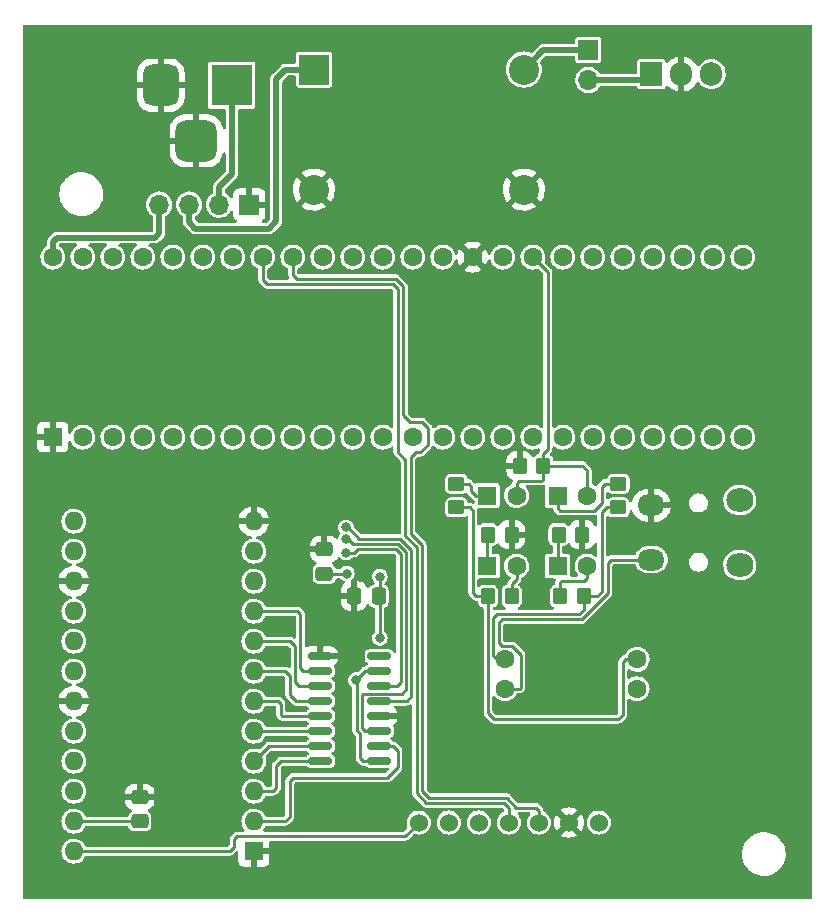
<source format=gbr>
%TF.GenerationSoftware,KiCad,Pcbnew,(6.0.4)*%
%TF.CreationDate,2022-03-31T21:50:03-03:00*%
%TF.ProjectId,vgm-teensy,76676d2d-7465-4656-9e73-792e6b696361,rev?*%
%TF.SameCoordinates,Original*%
%TF.FileFunction,Copper,L2,Bot*%
%TF.FilePolarity,Positive*%
%FSLAX46Y46*%
G04 Gerber Fmt 4.6, Leading zero omitted, Abs format (unit mm)*
G04 Created by KiCad (PCBNEW (6.0.4)) date 2022-03-31 21:50:03*
%MOMM*%
%LPD*%
G01*
G04 APERTURE LIST*
G04 Aperture macros list*
%AMRoundRect*
0 Rectangle with rounded corners*
0 $1 Rounding radius*
0 $2 $3 $4 $5 $6 $7 $8 $9 X,Y pos of 4 corners*
0 Add a 4 corners polygon primitive as box body*
4,1,4,$2,$3,$4,$5,$6,$7,$8,$9,$2,$3,0*
0 Add four circle primitives for the rounded corners*
1,1,$1+$1,$2,$3*
1,1,$1+$1,$4,$5*
1,1,$1+$1,$6,$7*
1,1,$1+$1,$8,$9*
0 Add four rect primitives between the rounded corners*
20,1,$1+$1,$2,$3,$4,$5,0*
20,1,$1+$1,$4,$5,$6,$7,0*
20,1,$1+$1,$6,$7,$8,$9,0*
20,1,$1+$1,$8,$9,$2,$3,0*%
G04 Aperture macros list end*
%TA.AperFunction,ComponentPad*%
%ADD10O,2.300000X1.800000*%
%TD*%
%TA.AperFunction,ComponentPad*%
%ADD11O,2.300000X2.000000*%
%TD*%
%TA.AperFunction,ComponentPad*%
%ADD12R,1.600000X1.600000*%
%TD*%
%TA.AperFunction,ComponentPad*%
%ADD13O,1.600000X1.600000*%
%TD*%
%TA.AperFunction,ComponentPad*%
%ADD14C,1.600000*%
%TD*%
%TA.AperFunction,ComponentPad*%
%ADD15R,1.700000X1.700000*%
%TD*%
%TA.AperFunction,ComponentPad*%
%ADD16O,1.700000X1.700000*%
%TD*%
%TA.AperFunction,ComponentPad*%
%ADD17R,2.540000X2.540000*%
%TD*%
%TA.AperFunction,ComponentPad*%
%ADD18C,2.540000*%
%TD*%
%TA.AperFunction,ComponentPad*%
%ADD19R,3.500000X3.500000*%
%TD*%
%TA.AperFunction,ComponentPad*%
%ADD20RoundRect,0.750000X-0.750000X-1.000000X0.750000X-1.000000X0.750000X1.000000X-0.750000X1.000000X0*%
%TD*%
%TA.AperFunction,ComponentPad*%
%ADD21RoundRect,0.875000X-0.875000X-0.875000X0.875000X-0.875000X0.875000X0.875000X-0.875000X0.875000X0*%
%TD*%
%TA.AperFunction,ComponentPad*%
%ADD22R,1.905000X2.000000*%
%TD*%
%TA.AperFunction,ComponentPad*%
%ADD23O,1.905000X2.000000*%
%TD*%
%TA.AperFunction,ComponentPad*%
%ADD24C,1.524000*%
%TD*%
%TA.AperFunction,SMDPad,CuDef*%
%ADD25RoundRect,0.250000X0.475000X-0.337500X0.475000X0.337500X-0.475000X0.337500X-0.475000X-0.337500X0*%
%TD*%
%TA.AperFunction,SMDPad,CuDef*%
%ADD26RoundRect,0.250000X-0.337500X-0.475000X0.337500X-0.475000X0.337500X0.475000X-0.337500X0.475000X0*%
%TD*%
%TA.AperFunction,SMDPad,CuDef*%
%ADD27RoundRect,0.250000X-0.350000X-0.450000X0.350000X-0.450000X0.350000X0.450000X-0.350000X0.450000X0*%
%TD*%
%TA.AperFunction,SMDPad,CuDef*%
%ADD28RoundRect,0.250000X0.350000X0.450000X-0.350000X0.450000X-0.350000X-0.450000X0.350000X-0.450000X0*%
%TD*%
%TA.AperFunction,SMDPad,CuDef*%
%ADD29RoundRect,0.250000X-0.450000X0.350000X-0.450000X-0.350000X0.450000X-0.350000X0.450000X0.350000X0*%
%TD*%
%TA.AperFunction,SMDPad,CuDef*%
%ADD30RoundRect,0.150000X-0.850000X-0.150000X0.850000X-0.150000X0.850000X0.150000X-0.850000X0.150000X0*%
%TD*%
%TA.AperFunction,ViaPad*%
%ADD31C,0.800000*%
%TD*%
%TA.AperFunction,Conductor*%
%ADD32C,0.250000*%
%TD*%
%TA.AperFunction,Conductor*%
%ADD33C,0.500000*%
%TD*%
G04 APERTURE END LIST*
D10*
%TO.P,J1,R*%
%TO.N,/RIGHT*%
X158616000Y-104364000D03*
%TO.P,J1,S*%
%TO.N,GND*%
X158616000Y-99764000D03*
D11*
%TO.P,J1,T*%
%TO.N,/LEFT*%
X166116000Y-104814000D03*
X166116000Y-99314000D03*
%TD*%
D12*
%TO.P,U4,1,GND*%
%TO.N,GND*%
X124973000Y-129037000D03*
D13*
%TO.P,U4,2,D0*%
%TO.N,/D0*%
X124973000Y-126497000D03*
%TO.P,U4,3,D1*%
%TO.N,/D1*%
X124973000Y-123957000D03*
%TO.P,U4,4,D2*%
%TO.N,/D2*%
X124973000Y-121417000D03*
%TO.P,U4,5,D3*%
%TO.N,/D3*%
X124973000Y-118877000D03*
%TO.P,U4,6,D4*%
%TO.N,/D4*%
X124973000Y-116337000D03*
%TO.P,U4,7,D5*%
%TO.N,/D5*%
X124973000Y-113797000D03*
%TO.P,U4,8,D6*%
%TO.N,/D6*%
X124973000Y-111257000D03*
%TO.P,U4,9,D7*%
%TO.N,/D7*%
X124973000Y-108717000D03*
%TO.P,U4,10,NC*%
%TO.N,unconnected-(U4-Pad10)*%
X124973000Y-106177000D03*
%TO.P,U4,11,IC*%
%TO.N,FM_IC_HV*%
X124973000Y-103637000D03*
%TO.P,U4,12,GND*%
%TO.N,GND*%
X124973000Y-101097000D03*
%TO.P,U4,13,IRQ*%
%TO.N,unconnected-(U4-Pad13)*%
X109733000Y-101097000D03*
%TO.P,U4,14,CS*%
%TO.N,FM_CS_HV*%
X109733000Y-103637000D03*
%TO.P,U4,15,WR*%
%TO.N,GND*%
X109733000Y-106177000D03*
%TO.P,U4,16,RD*%
%TO.N,+5V*%
X109733000Y-108717000D03*
%TO.P,U4,17,A0*%
%TO.N,FM_A0_HV*%
X109733000Y-111257000D03*
%TO.P,U4,18,A1*%
%TO.N,FM_A1_HV*%
X109733000Y-113797000D03*
%TO.P,U4,19,AGND*%
%TO.N,GND*%
X109733000Y-116337000D03*
%TO.P,U4,20,MOR*%
%TO.N,FM_R*%
X109733000Y-118877000D03*
%TO.P,U4,21,MOL*%
%TO.N,FM_L*%
X109733000Y-121417000D03*
%TO.P,U4,22,AVcc*%
%TO.N,+5V*%
X109733000Y-123957000D03*
%TO.P,U4,23,Vcc*%
X109733000Y-126497000D03*
%TO.P,U4,24,CLOCK_IN*%
%TO.N,FM_CLK*%
X109733000Y-129037000D03*
%TD*%
D12*
%TO.P,C3,1*%
%TO.N,FM_L*%
X144717888Y-104902000D03*
D14*
%TO.P,C3,2*%
%TO.N,Net-(C3-Pad2)*%
X147217888Y-104902000D03*
%TD*%
D15*
%TO.P,JP2,1,A*%
%TO.N,Net-(JP2-Pad1)*%
X153289000Y-61209000D03*
D16*
%TO.P,JP2,2,B*%
%TO.N,Net-(JP2-Pad2)*%
X153289000Y-63749000D03*
%TD*%
D14*
%TO.P,C8,1*%
%TO.N,/AR*%
X146239000Y-112796000D03*
%TO.P,C8,2*%
%TO.N,/RIGHT*%
X146239000Y-115296000D03*
%TD*%
D12*
%TO.P,C6,1*%
%TO.N,FM_R*%
X150686888Y-104902000D03*
D14*
%TO.P,C6,2*%
%TO.N,Net-(C6-Pad2)*%
X153186888Y-104902000D03*
%TD*%
D15*
%TO.P,J3,1,Pin_1*%
%TO.N,GND*%
X124577000Y-74295000D03*
D16*
%TO.P,J3,2,Pin_2*%
%TO.N,Net-(J2-Pad1)*%
X122037000Y-74295000D03*
%TO.P,J3,3,Pin_3*%
%TO.N,Net-(J3-Pad3)*%
X119497000Y-74295000D03*
%TO.P,J3,4,Pin_4*%
%TO.N,VIN*%
X116957000Y-74295000D03*
%TD*%
D12*
%TO.P,C4,1*%
%TO.N,Net-(C4-Pad1)*%
X144717888Y-98933000D03*
D14*
%TO.P,C4,2*%
%TO.N,PSG_LR*%
X147217888Y-98933000D03*
%TD*%
D12*
%TO.P,U1,1,GND*%
%TO.N,GND*%
X107950000Y-93980000D03*
D14*
%TO.P,U1,2,0_RX1_MOSI1_TOUCH*%
%TO.N,unconnected-(U1-Pad2)*%
X110490000Y-93980000D03*
%TO.P,U1,3,1_TX1_MISO1_TOUCH*%
%TO.N,unconnected-(U1-Pad3)*%
X113030000Y-93980000D03*
%TO.P,U1,4,2_PWM*%
%TO.N,unconnected-(U1-Pad4)*%
X115570000Y-93980000D03*
%TO.P,U1,5,3_PWM_CAN0TX_SCL2*%
%TO.N,unconnected-(U1-Pad5)*%
X118110000Y-93980000D03*
%TO.P,U1,6,4_PWM_CAN0RX_SDA2*%
%TO.N,unconnected-(U1-Pad6)*%
X120650000Y-93980000D03*
%TO.P,U1,7,5_PWM_TX1_MISO1*%
%TO.N,unconnected-(U1-Pad7)*%
X123190000Y-93980000D03*
%TO.P,U1,8,6_PWM*%
%TO.N,unconnected-(U1-Pad8)*%
X125730000Y-93980000D03*
%TO.P,U1,9,7_RX3_MISO0_SCL0*%
%TO.N,unconnected-(U1-Pad9)*%
X128270000Y-93980000D03*
%TO.P,U1,10,8_TX3_MISO0_SDA0*%
%TO.N,unconnected-(U1-Pad10)*%
X130810000Y-93980000D03*
%TO.P,U1,11,9_PWM_RX2_CS0*%
%TO.N,unconnected-(U1-Pad11)*%
X133350000Y-93980000D03*
%TO.P,U1,12,10_PWM_TX2_CS0*%
%TO.N,SR_CS*%
X135890000Y-93980000D03*
%TO.P,U1,13,11_MOSI0*%
%TO.N,SR_MOSI*%
X138430000Y-93980000D03*
%TO.P,U1,14,12_MISO0*%
%TO.N,unconnected-(U1-Pad14)*%
X140970000Y-93980000D03*
%TO.P,U1,15,3.3V*%
%TO.N,unconnected-(U1-Pad15)*%
X143510000Y-93980000D03*
%TO.P,U1,16,24*%
%TO.N,unconnected-(U1-Pad16)*%
X146050000Y-93980000D03*
%TO.P,U1,17,25*%
%TO.N,FM_A1*%
X148590000Y-93980000D03*
%TO.P,U1,18,26_TX1*%
%TO.N,FM_A0*%
X151130000Y-93980000D03*
%TO.P,U1,19,27_RX1*%
%TO.N,FM_CS*%
X153670000Y-93980000D03*
%TO.P,U1,20,28*%
%TO.N,FM_IC*%
X156210000Y-93980000D03*
%TO.P,U1,21,29_PWM_CAN0TX_TOUCH*%
%TO.N,unconnected-(U1-Pad21)*%
X158750000Y-93980000D03*
%TO.P,U1,22,30_PWM_CAN0RX_TOUCH*%
%TO.N,unconnected-(U1-Pad22)*%
X161290000Y-93980000D03*
%TO.P,U1,23,31_A12_RX4_CS1*%
%TO.N,unconnected-(U1-Pad23)*%
X163830000Y-93980000D03*
%TO.P,U1,24,32_A13_TX4_SCK1*%
%TO.N,unconnected-(U1-Pad24)*%
X166370000Y-93980000D03*
%TO.P,U1,30,33_A14_TX5_CAN1TX_SCL0*%
%TO.N,unconnected-(U1-Pad30)*%
X166370000Y-78740000D03*
%TO.P,U1,31,34_A15_RX5_CAN1RX_SDA0*%
%TO.N,unconnected-(U1-Pad31)*%
X163830000Y-78740000D03*
%TO.P,U1,32,35_A16_PWM*%
%TO.N,unconnected-(U1-Pad32)*%
X161290000Y-78740000D03*
%TO.P,U1,33,36_A17_PWM*%
%TO.N,unconnected-(U1-Pad33)*%
X158750000Y-78740000D03*
%TO.P,U1,34,37_A18_PWM_SCL1*%
%TO.N,unconnected-(U1-Pad34)*%
X156210000Y-78740000D03*
%TO.P,U1,35,38_A19_PWM_SDA1*%
%TO.N,unconnected-(U1-Pad35)*%
X153670000Y-78740000D03*
%TO.P,U1,36,39_A20*%
%TO.N,unconnected-(U1-Pad36)*%
X151130000Y-78740000D03*
%TO.P,U1,37,A21_DAC0*%
%TO.N,PSG_LR*%
X148590000Y-78740000D03*
%TO.P,U1,38,A22_DAC1*%
%TO.N,unconnected-(U1-Pad38)*%
X146050000Y-78740000D03*
%TO.P,U1,39,GND*%
%TO.N,GND*%
X143510000Y-78740000D03*
%TO.P,U1,40,13_SCK0_LED*%
%TO.N,SR_SCK*%
X140970000Y-78740000D03*
%TO.P,U1,41,14_A0_PWM_SCK0*%
%TO.N,unconnected-(U1-Pad41)*%
X138430000Y-78740000D03*
%TO.P,U1,42,15_A1_CS0_TOUCH*%
%TO.N,unconnected-(U1-Pad42)*%
X135890000Y-78740000D03*
%TO.P,U1,43,16_A2_SCL0_TOUCH*%
%TO.N,unconnected-(U1-Pad43)*%
X133350000Y-78740000D03*
%TO.P,U1,44,17_A3_SDA0_TOUCH*%
%TO.N,unconnected-(U1-Pad44)*%
X130810000Y-78740000D03*
%TO.P,U1,45,18_A4_SDA0_TOUCH*%
%TO.N,SDA*%
X128270000Y-78740000D03*
%TO.P,U1,46,19_A5_SCL0_TOUCH*%
%TO.N,SCL*%
X125730000Y-78740000D03*
%TO.P,U1,47,20_A6_PWM_CS0_SCK1*%
%TO.N,unconnected-(U1-Pad47)*%
X123190000Y-78740000D03*
%TO.P,U1,48,21_A7_PWM_CS0_SCK1*%
%TO.N,unconnected-(U1-Pad48)*%
X120650000Y-78740000D03*
%TO.P,U1,49,22_A8_PWM_TOUCH*%
%TO.N,unconnected-(U1-Pad49)*%
X118110000Y-78740000D03*
%TO.P,U1,50,23_A9_PWM_TOUCH*%
%TO.N,unconnected-(U1-Pad50)*%
X115570000Y-78740000D03*
%TO.P,U1,51,3.3V*%
%TO.N,unconnected-(U1-Pad51)*%
X113030000Y-78740000D03*
%TO.P,U1,52,AGND*%
%TO.N,unconnected-(U1-Pad52)*%
X110490000Y-78740000D03*
%TO.P,U1,53,VIN*%
%TO.N,VIN*%
X107950000Y-78740000D03*
%TD*%
D12*
%TO.P,C5,1*%
%TO.N,Net-(C5-Pad1)*%
X150686888Y-98933000D03*
D14*
%TO.P,C5,2*%
%TO.N,PSG_LR*%
X153186888Y-98933000D03*
%TD*%
D17*
%TO.P,U7,1,Vin*%
%TO.N,Net-(J3-Pad3)*%
X130048000Y-62865000D03*
D18*
%TO.P,U7,2,GND*%
%TO.N,GND*%
X130048000Y-73025000D03*
%TO.P,U7,3,GND*%
X147828000Y-73025000D03*
%TO.P,U7,4,Vout*%
%TO.N,Net-(JP2-Pad1)*%
X147828000Y-62865000D03*
%TD*%
D19*
%TO.P,J2,1*%
%TO.N,Net-(J2-Pad1)*%
X123094000Y-64193500D03*
D20*
%TO.P,J2,2*%
%TO.N,GND*%
X117094000Y-64193500D03*
D21*
%TO.P,J2,3*%
X120094000Y-68893500D03*
%TD*%
D22*
%TO.P,U8,1,IN*%
%TO.N,Net-(JP2-Pad2)*%
X158623000Y-63246000D03*
D23*
%TO.P,U8,2,GND*%
%TO.N,GND*%
X161163000Y-63246000D03*
%TO.P,U8,3,OUT*%
%TO.N,Net-(L1-Pad1)*%
X163703000Y-63246000D03*
%TD*%
D14*
%TO.P,C9,1*%
%TO.N,/AL*%
X157415000Y-112796000D03*
%TO.P,C9,2*%
%TO.N,/LEFT*%
X157415000Y-115296000D03*
%TD*%
D24*
%TO.P,U2,1,0*%
%TO.N,FM_CLK*%
X138938000Y-126619000D03*
%TO.P,U2,2,1*%
%TO.N,unconnected-(U2-Pad2)*%
X141478000Y-126619000D03*
%TO.P,U2,3,2*%
%TO.N,unconnected-(U2-Pad3)*%
X144018000Y-126619000D03*
%TO.P,U2,4,SCL*%
%TO.N,SCL*%
X146558000Y-126619000D03*
%TO.P,U2,5,SDA*%
%TO.N,SDA*%
X149098000Y-126619000D03*
%TO.P,U2,6,GND*%
%TO.N,GND*%
X151638000Y-126619000D03*
%TO.P,U2,7,VIN*%
%TO.N,+3V3*%
X154178000Y-126619000D03*
%TD*%
D25*
%TO.P,C11,1*%
%TO.N,+5V*%
X115316000Y-126513500D03*
%TO.P,C11,2*%
%TO.N,GND*%
X115316000Y-124438500D03*
%TD*%
D26*
%TO.P,C10,1*%
%TO.N,GND*%
X133455500Y-107442000D03*
%TO.P,C10,2*%
%TO.N,+3V3*%
X135530500Y-107442000D03*
%TD*%
D27*
%TO.P,R9,1*%
%TO.N,FM_R*%
X150765000Y-102235000D03*
%TO.P,R9,2*%
%TO.N,GND*%
X152765000Y-102235000D03*
%TD*%
D25*
%TO.P,C12,1*%
%TO.N,+5V*%
X130937000Y-105558500D03*
%TO.P,C12,2*%
%TO.N,GND*%
X130937000Y-103483500D03*
%TD*%
D27*
%TO.P,R15,1*%
%TO.N,Net-(C6-Pad2)*%
X150892000Y-107442000D03*
%TO.P,R15,2*%
%TO.N,/AR*%
X152892000Y-107442000D03*
%TD*%
D28*
%TO.P,R8,1*%
%TO.N,PSG_LR*%
X149463000Y-96393000D03*
%TO.P,R8,2*%
%TO.N,GND*%
X147463000Y-96393000D03*
%TD*%
D29*
%TO.P,R13,1*%
%TO.N,Net-(C4-Pad1)*%
X142113000Y-97933000D03*
%TO.P,R13,2*%
%TO.N,/AL*%
X142113000Y-99933000D03*
%TD*%
D28*
%TO.P,R12,1*%
%TO.N,Net-(C3-Pad2)*%
X146796000Y-107442000D03*
%TO.P,R12,2*%
%TO.N,/AL*%
X144796000Y-107442000D03*
%TD*%
D30*
%TO.P,U3,1,QB*%
%TO.N,/D1*%
X130596000Y-121412000D03*
%TO.P,U3,2,QC*%
%TO.N,/D2*%
X130596000Y-120142000D03*
%TO.P,U3,3,QD*%
%TO.N,/D3*%
X130596000Y-118872000D03*
%TO.P,U3,4,QE*%
%TO.N,/D4*%
X130596000Y-117602000D03*
%TO.P,U3,5,QF*%
%TO.N,/D5*%
X130596000Y-116332000D03*
%TO.P,U3,6,QG*%
%TO.N,/D6*%
X130596000Y-115062000D03*
%TO.P,U3,7,QH*%
%TO.N,/D7*%
X130596000Y-113792000D03*
%TO.P,U3,8,GND*%
%TO.N,GND*%
X130596000Y-112522000D03*
%TO.P,U3,9,QH'*%
%TO.N,unconnected-(U3-Pad9)*%
X135596000Y-112522000D03*
%TO.P,U3,10,~{SRCLR}*%
%TO.N,+5V*%
X135596000Y-113792000D03*
%TO.P,U3,11,SRCLK*%
%TO.N,SR_SCK_HV*%
X135596000Y-115062000D03*
%TO.P,U3,12,RCLK*%
%TO.N,SR_CS_HV*%
X135596000Y-116332000D03*
%TO.P,U3,13,~{OE}*%
%TO.N,GND*%
X135596000Y-117602000D03*
%TO.P,U3,14,SER*%
%TO.N,SR_MOSI_HV*%
X135596000Y-118872000D03*
%TO.P,U3,15,QA*%
%TO.N,/D0*%
X135596000Y-120142000D03*
%TO.P,U3,16,VCC*%
%TO.N,+5V*%
X135596000Y-121412000D03*
%TD*%
D29*
%TO.P,R14,1*%
%TO.N,Net-(C5-Pad1)*%
X155829000Y-97933000D03*
%TO.P,R14,2*%
%TO.N,/AR*%
X155829000Y-99933000D03*
%TD*%
D27*
%TO.P,R7,1*%
%TO.N,FM_L*%
X144796000Y-102235000D03*
%TO.P,R7,2*%
%TO.N,GND*%
X146796000Y-102235000D03*
%TD*%
D31*
%TO.N,+5V*%
X133604000Y-114554000D03*
X132842000Y-105537000D03*
%TO.N,GND*%
X131318000Y-99568000D03*
X154686000Y-110236000D03*
X163195000Y-72136000D03*
X156972000Y-119253000D03*
X140462000Y-111633000D03*
%TO.N,+3V3*%
X135636000Y-105791000D03*
X135636000Y-110998000D03*
%TO.N,SR_MOSI_HV*%
X132774000Y-102616000D03*
%TO.N,SR_SCK_HV*%
X132774000Y-103759000D03*
%TO.N,SR_CS_HV*%
X132774000Y-101616497D03*
%TD*%
D32*
%TO.N,+5V*%
X135596000Y-113792000D02*
X134366000Y-113792000D01*
X133985000Y-119126718D02*
X133985000Y-121158000D01*
X134366000Y-113792000D02*
X133604000Y-114554000D01*
X115299500Y-126497000D02*
X115316000Y-126513500D01*
X134239000Y-121412000D02*
X135596000Y-121412000D01*
X133662480Y-114612480D02*
X133662480Y-118804197D01*
X109733000Y-126497000D02*
X115299500Y-126497000D01*
X132820500Y-105558500D02*
X130937000Y-105558500D01*
X133604000Y-114554000D02*
X133662480Y-114612480D01*
X133662480Y-118804197D02*
X133985000Y-119126718D01*
X133985000Y-121158000D02*
X134239000Y-121412000D01*
%TO.N,+3V3*%
X135636000Y-107547500D02*
X135530500Y-107442000D01*
X135636000Y-110998000D02*
X135636000Y-107547500D01*
X135636000Y-107336500D02*
X135530500Y-107442000D01*
X135636000Y-105791000D02*
X135636000Y-107336500D01*
%TO.N,FM_L*%
X144717888Y-104902000D02*
X144717888Y-102313112D01*
X144717888Y-102313112D02*
X144796000Y-102235000D01*
%TO.N,PSG_LR*%
X153186888Y-96798888D02*
X153186888Y-98933000D01*
X147447000Y-97663000D02*
X147217888Y-97892112D01*
X148590000Y-78740000D02*
X149860000Y-80010000D01*
X149463000Y-97552000D02*
X149352000Y-97663000D01*
X149352000Y-97663000D02*
X147447000Y-97663000D01*
X149860000Y-80010000D02*
X149860000Y-94996000D01*
X152781000Y-96393000D02*
X153186888Y-96798888D01*
X149463000Y-95393000D02*
X149463000Y-96393000D01*
X149860000Y-94996000D02*
X149463000Y-95393000D01*
X149463000Y-96393000D02*
X152781000Y-96393000D01*
X149463000Y-96393000D02*
X149463000Y-97552000D01*
X147217888Y-97892112D02*
X147217888Y-98933000D01*
%TO.N,Net-(C5-Pad1)*%
X153797000Y-100203000D02*
X154432000Y-99568000D01*
X150876000Y-100203000D02*
X153797000Y-100203000D01*
X150686888Y-98933000D02*
X150686888Y-100013888D01*
X154670000Y-97933000D02*
X155829000Y-97933000D01*
X150686888Y-100013888D02*
X150876000Y-100203000D01*
X154432000Y-99568000D02*
X154432000Y-98171000D01*
X154432000Y-98171000D02*
X154670000Y-97933000D01*
%TO.N,FM_R*%
X150686888Y-102313112D02*
X150765000Y-102235000D01*
X150686888Y-104902000D02*
X150686888Y-102313112D01*
%TO.N,Net-(C6-Pad2)*%
X150876000Y-107426000D02*
X150892000Y-107442000D01*
X152908000Y-106172000D02*
X151003000Y-106172000D01*
X153186888Y-105893112D02*
X152908000Y-106172000D01*
X151003000Y-106172000D02*
X150876000Y-106299000D01*
X150876000Y-106299000D02*
X150876000Y-107426000D01*
X153186888Y-104902000D02*
X153186888Y-105893112D01*
D33*
%TO.N,VIN*%
X108331000Y-77089000D02*
X116586000Y-77089000D01*
X107950000Y-78740000D02*
X107950000Y-77470000D01*
X107950000Y-77470000D02*
X108331000Y-77089000D01*
X116586000Y-77089000D02*
X116957000Y-76718000D01*
X116957000Y-76718000D02*
X116957000Y-74295000D01*
D32*
%TO.N,SDA*%
X138684000Y-95250000D02*
X138244520Y-95689480D01*
X149098000Y-125603000D02*
X149098000Y-126619000D01*
X128270000Y-80264000D02*
X128582480Y-80576480D01*
X139759198Y-124518480D02*
X146363198Y-124518480D01*
X128582480Y-80576480D02*
X136965198Y-80576480D01*
X147193718Y-125349000D02*
X148844000Y-125349000D01*
X139065000Y-95250000D02*
X138684000Y-95250000D01*
X139212080Y-123971362D02*
X139759198Y-124518480D01*
X139700000Y-93218000D02*
X139700000Y-94615000D01*
X128270000Y-78740000D02*
X128270000Y-80264000D01*
X139212080Y-103141211D02*
X139212080Y-123971362D01*
X146363198Y-124518480D02*
X147193718Y-125349000D01*
X138244520Y-95689480D02*
X138244520Y-102173651D01*
X139700000Y-94615000D02*
X139065000Y-95250000D01*
X139192000Y-92710000D02*
X139700000Y-93218000D01*
X138244520Y-102173651D02*
X139212080Y-103141211D01*
X148844000Y-125349000D02*
X149098000Y-125603000D01*
X136965198Y-80576480D02*
X137609520Y-81220803D01*
X137609520Y-92143520D02*
X138176000Y-92710000D01*
X137609520Y-81220803D02*
X137609520Y-92143520D01*
X138176000Y-92710000D02*
X139192000Y-92710000D01*
%TO.N,SCL*%
X137160000Y-95250000D02*
X137160000Y-81407000D01*
X126111000Y-81026000D02*
X125730000Y-80645000D01*
X136779000Y-81026000D02*
X126111000Y-81026000D01*
X138762560Y-124157560D02*
X138762560Y-103327409D01*
X137160000Y-81407000D02*
X136779000Y-81026000D01*
X146558000Y-125349000D02*
X146177000Y-124968000D01*
X137795000Y-95885000D02*
X137160000Y-95250000D01*
X138762560Y-103327409D02*
X137795000Y-102359849D01*
X146558000Y-126619000D02*
X146558000Y-125349000D01*
X146177000Y-124968000D02*
X139573000Y-124968000D01*
X139573000Y-124968000D02*
X138762560Y-124157560D01*
X125730000Y-80645000D02*
X125730000Y-78740000D01*
X137795000Y-102359849D02*
X137795000Y-95885000D01*
%TO.N,FM_CLK*%
X123317000Y-128016000D02*
X123571000Y-127762000D01*
X122931000Y-129037000D02*
X123317000Y-128651000D01*
X109733000Y-129037000D02*
X122931000Y-129037000D01*
X137795000Y-127762000D02*
X138938000Y-126619000D01*
X123317000Y-128651000D02*
X123317000Y-128016000D01*
X123571000Y-127762000D02*
X137795000Y-127762000D01*
%TO.N,Net-(C4-Pad1)*%
X143764000Y-98933000D02*
X143383000Y-98552000D01*
X144717888Y-98933000D02*
X143764000Y-98933000D01*
X143383000Y-98552000D02*
X143383000Y-98171000D01*
X143145000Y-97933000D02*
X142113000Y-97933000D01*
X143383000Y-98171000D02*
X143145000Y-97933000D01*
%TO.N,Net-(C3-Pad2)*%
X147217888Y-104902000D02*
X147217888Y-106020112D01*
X147217888Y-106020112D02*
X146796000Y-106442000D01*
X146796000Y-106442000D02*
X146796000Y-107442000D01*
%TO.N,SR_MOSI_HV*%
X134112000Y-115824000D02*
X134112000Y-118618000D01*
X137477500Y-115697000D02*
X134239000Y-115697000D01*
X132969000Y-102616000D02*
X133382359Y-103029359D01*
X137193077Y-103029359D02*
X137863520Y-103699803D01*
X134239000Y-115697000D02*
X134112000Y-115824000D01*
X137863520Y-115310980D02*
X137477500Y-115697000D01*
X137863520Y-103699803D02*
X137863520Y-115310980D01*
X134112000Y-118618000D02*
X134366000Y-118872000D01*
X133382359Y-103029359D02*
X137193077Y-103029359D01*
X132774000Y-102616000D02*
X132969000Y-102616000D01*
X134366000Y-118872000D02*
X135596000Y-118872000D01*
%TO.N,SR_SCK_HV*%
X137414000Y-114744500D02*
X137096500Y-115062000D01*
X133477000Y-103759000D02*
X133757121Y-103478879D01*
X137006879Y-103478879D02*
X137414000Y-103886000D01*
X137414000Y-103886000D02*
X137414000Y-114744500D01*
X137096500Y-115062000D02*
X135596000Y-115062000D01*
X132774000Y-103759000D02*
X133477000Y-103759000D01*
X133757121Y-103478879D02*
X137006879Y-103478879D01*
%TO.N,SR_CS_HV*%
X138313039Y-104394000D02*
X138313040Y-115940960D01*
X138313040Y-103513606D02*
X138313039Y-104394000D01*
X138313040Y-115940960D02*
X137922000Y-116332000D01*
X132935735Y-101616497D02*
X133899077Y-102579839D01*
X132774000Y-101616497D02*
X132935735Y-101616497D01*
X137379275Y-102579840D02*
X138313040Y-103513606D01*
X133899077Y-102579839D02*
X137379275Y-102579840D01*
X137922000Y-116332000D02*
X135596000Y-116332000D01*
%TO.N,/AR*%
X145245520Y-112479520D02*
X145562000Y-112796000D01*
X145245520Y-109262480D02*
X145245520Y-112479520D01*
X152527000Y-108966000D02*
X145542000Y-108966000D01*
X145562000Y-112796000D02*
X146239000Y-112796000D01*
X145542000Y-108966000D02*
X145245520Y-109262480D01*
X152892000Y-107442000D02*
X152892000Y-108601000D01*
X154829000Y-99933000D02*
X154432000Y-100330000D01*
X154432000Y-107061000D02*
X154051000Y-107442000D01*
X155829000Y-99933000D02*
X154829000Y-99933000D01*
X154051000Y-107442000D02*
X152892000Y-107442000D01*
X154432000Y-100330000D02*
X154432000Y-107061000D01*
X152892000Y-108601000D02*
X152527000Y-108966000D01*
%TO.N,/AL*%
X143764000Y-107442000D02*
X144796000Y-107442000D01*
X157395000Y-112776000D02*
X157415000Y-112796000D01*
X142113000Y-99933000D02*
X143240000Y-99933000D01*
X145288000Y-117856000D02*
X155829000Y-117856000D01*
X144796000Y-107442000D02*
X144796000Y-117364000D01*
X143510000Y-107188000D02*
X143764000Y-107442000D01*
X156464000Y-112776000D02*
X157395000Y-112776000D01*
X156210000Y-117475000D02*
X156210000Y-113030000D01*
X155829000Y-117856000D02*
X156210000Y-117475000D01*
X143240000Y-99933000D02*
X143510000Y-100203000D01*
X156210000Y-113030000D02*
X156464000Y-112776000D01*
X143510000Y-100203000D02*
X143510000Y-107188000D01*
X144796000Y-117364000D02*
X145288000Y-117856000D01*
%TO.N,/RIGHT*%
X145695040Y-109701960D02*
X145981480Y-109415520D01*
X152713198Y-109415520D02*
X154940000Y-107188718D01*
X154940000Y-107188718D02*
X154940000Y-104648000D01*
X145695040Y-111405040D02*
X145695040Y-109701960D01*
X147467000Y-115296000D02*
X147574000Y-115189000D01*
X147574000Y-112395000D02*
X146850489Y-111671489D01*
X145961489Y-111671489D02*
X145695040Y-111405040D01*
X146850489Y-111671489D02*
X145961489Y-111671489D01*
X146239000Y-115296000D02*
X147467000Y-115296000D01*
X155224000Y-104364000D02*
X158616000Y-104364000D01*
X154940000Y-104648000D02*
X155224000Y-104364000D01*
X147574000Y-115189000D02*
X147574000Y-112395000D01*
X145981480Y-109415520D02*
X152713198Y-109415520D01*
%TO.N,/D1*%
X126873000Y-121793000D02*
X127254000Y-121412000D01*
X126873000Y-123698000D02*
X126873000Y-121793000D01*
X127254000Y-121412000D02*
X130596000Y-121412000D01*
X126614000Y-123957000D02*
X126873000Y-123698000D01*
X124973000Y-123957000D02*
X126614000Y-123957000D01*
%TO.N,/D2*%
X126248000Y-120142000D02*
X124973000Y-121417000D01*
X130596000Y-120142000D02*
X126248000Y-120142000D01*
%TO.N,/D3*%
X130596000Y-118872000D02*
X130591000Y-118877000D01*
X130591000Y-118877000D02*
X124973000Y-118877000D01*
%TO.N,/D4*%
X127254000Y-117475000D02*
X127381000Y-117602000D01*
X127381000Y-117602000D02*
X130596000Y-117602000D01*
X127005000Y-116337000D02*
X127254000Y-116586000D01*
X127254000Y-116586000D02*
X127254000Y-117475000D01*
X124973000Y-116337000D02*
X127005000Y-116337000D01*
%TO.N,/D5*%
X127624960Y-113792000D02*
X127508000Y-113792000D01*
X128016000Y-115189000D02*
X128005960Y-115178960D01*
X127508000Y-113792000D02*
X127503000Y-113797000D01*
X128005960Y-114173000D02*
X127624960Y-113792000D01*
X128005960Y-115178960D02*
X128005960Y-114173000D01*
X130596000Y-116332000D02*
X128524000Y-116332000D01*
X128016000Y-115824000D02*
X128016000Y-115189000D01*
X128524000Y-116332000D02*
X128016000Y-115824000D01*
X127503000Y-113797000D02*
X124973000Y-113797000D01*
%TO.N,/D6*%
X128455480Y-111691480D02*
X128021000Y-111257000D01*
X128021000Y-111257000D02*
X124973000Y-111257000D01*
X130596000Y-115062000D02*
X128778000Y-115062000D01*
X128455480Y-114739480D02*
X128455480Y-111691480D01*
X128778000Y-115062000D02*
X128455480Y-114739480D01*
%TO.N,/D7*%
X129159000Y-113792000D02*
X128905000Y-113538000D01*
X128905000Y-113538000D02*
X128905000Y-108966000D01*
X128905000Y-108966000D02*
X128656000Y-108717000D01*
X130596000Y-113792000D02*
X129159000Y-113792000D01*
X128656000Y-108717000D02*
X124973000Y-108717000D01*
%TO.N,/D0*%
X136779000Y-120142000D02*
X137160000Y-120523000D01*
X128016000Y-126111000D02*
X127630000Y-126497000D01*
X137160000Y-121920000D02*
X136271000Y-122809000D01*
X128016000Y-123063000D02*
X128016000Y-126111000D01*
X136271000Y-122809000D02*
X128270000Y-122809000D01*
X137160000Y-120523000D02*
X137160000Y-121920000D01*
X127630000Y-126497000D02*
X124973000Y-126497000D01*
X128270000Y-122809000D02*
X128016000Y-123063000D01*
X135596000Y-120142000D02*
X136779000Y-120142000D01*
D33*
%TO.N,Net-(J3-Pad3)*%
X119497000Y-75809000D02*
X120015000Y-76327000D01*
X126873000Y-75692000D02*
X126873000Y-63627000D01*
X119497000Y-74295000D02*
X119497000Y-75809000D01*
X127635000Y-62865000D02*
X130048000Y-62865000D01*
X120015000Y-76327000D02*
X126238000Y-76327000D01*
X126238000Y-76327000D02*
X126873000Y-75692000D01*
X126873000Y-63627000D02*
X127635000Y-62865000D01*
%TO.N,Net-(JP2-Pad1)*%
X149484000Y-61209000D02*
X153289000Y-61209000D01*
X147828000Y-62865000D02*
X149484000Y-61209000D01*
%TO.N,Net-(JP2-Pad2)*%
X153289000Y-63749000D02*
X158120000Y-63749000D01*
X158120000Y-63749000D02*
X158623000Y-63246000D01*
%TO.N,Net-(J2-Pad1)*%
X123094000Y-64193500D02*
X123094000Y-71724000D01*
X122037000Y-72781000D02*
X122037000Y-74295000D01*
X123094000Y-71724000D02*
X122037000Y-72781000D01*
%TD*%
%TA.AperFunction,Conductor*%
%TO.N,GND*%
G36*
X172153621Y-59075502D02*
G01*
X172200114Y-59129158D01*
X172211500Y-59181500D01*
X172211500Y-132969500D01*
X172191498Y-133037621D01*
X172137842Y-133084114D01*
X172085500Y-133095500D01*
X105536500Y-133095500D01*
X105468379Y-133075498D01*
X105421886Y-133021842D01*
X105410500Y-132969500D01*
X105410500Y-129022206D01*
X108673501Y-129022206D01*
X108690806Y-129228278D01*
X108747807Y-129427066D01*
X108750625Y-129432548D01*
X108750626Y-129432552D01*
X108839514Y-129605509D01*
X108839517Y-129605513D01*
X108842334Y-129610995D01*
X108970786Y-129773061D01*
X109128271Y-129907091D01*
X109308789Y-130007980D01*
X109505466Y-130071884D01*
X109710809Y-130096370D01*
X109716944Y-130095898D01*
X109716946Y-130095898D01*
X109910856Y-130080977D01*
X109910860Y-130080976D01*
X109916998Y-130080504D01*
X110116178Y-130024892D01*
X110121682Y-130022112D01*
X110121684Y-130022111D01*
X110295262Y-129934431D01*
X110295264Y-129934430D01*
X110300763Y-129931652D01*
X110463722Y-129804334D01*
X110467748Y-129799670D01*
X110467751Y-129799667D01*
X110594819Y-129652457D01*
X110594820Y-129652455D01*
X110598848Y-129647789D01*
X110694017Y-129480263D01*
X110745057Y-129430912D01*
X110803573Y-129416500D01*
X122877080Y-129416500D01*
X122901028Y-129419049D01*
X122902693Y-129419128D01*
X122912876Y-129421320D01*
X122923217Y-129420096D01*
X122946223Y-129417373D01*
X122952154Y-129417023D01*
X122952146Y-129416928D01*
X122957324Y-129416500D01*
X122962524Y-129416500D01*
X122967653Y-129415646D01*
X122967656Y-129415646D01*
X122981565Y-129413331D01*
X122987443Y-129412494D01*
X123028001Y-129407694D01*
X123028002Y-129407694D01*
X123038341Y-129406470D01*
X123046593Y-129402507D01*
X123055626Y-129401004D01*
X123064795Y-129396057D01*
X123064797Y-129396056D01*
X123100732Y-129376666D01*
X123106025Y-129373969D01*
X123145082Y-129355215D01*
X123145086Y-129355212D01*
X123152232Y-129351781D01*
X123156508Y-129348186D01*
X123158431Y-129346263D01*
X123160363Y-129344491D01*
X123160442Y-129344448D01*
X123160555Y-129344572D01*
X123161095Y-129344096D01*
X123166814Y-129341010D01*
X123203417Y-129301413D01*
X123206846Y-129297848D01*
X123449905Y-129054789D01*
X123512217Y-129020763D01*
X123583032Y-129025828D01*
X123639868Y-129068375D01*
X123664679Y-129134895D01*
X123665000Y-129143884D01*
X123665001Y-129881669D01*
X123665371Y-129888490D01*
X123670895Y-129939352D01*
X123674521Y-129954604D01*
X123719676Y-130075054D01*
X123728214Y-130090649D01*
X123804715Y-130192724D01*
X123817276Y-130205285D01*
X123919351Y-130281786D01*
X123934946Y-130290324D01*
X124055394Y-130335478D01*
X124070649Y-130339105D01*
X124121514Y-130344631D01*
X124128328Y-130345000D01*
X124700885Y-130345000D01*
X124716124Y-130340525D01*
X124717329Y-130339135D01*
X124719000Y-130331452D01*
X124719000Y-130326884D01*
X125227000Y-130326884D01*
X125231475Y-130342123D01*
X125232865Y-130343328D01*
X125240548Y-130344999D01*
X125817669Y-130344999D01*
X125824490Y-130344629D01*
X125875352Y-130339105D01*
X125890604Y-130335479D01*
X126011054Y-130290324D01*
X126026649Y-130281786D01*
X126128724Y-130205285D01*
X126141285Y-130192724D01*
X126217786Y-130090649D01*
X126226324Y-130075054D01*
X126271478Y-129954606D01*
X126275105Y-129939351D01*
X126280631Y-129888486D01*
X126281000Y-129881672D01*
X126281000Y-129328186D01*
X166289018Y-129328186D01*
X166314579Y-129596100D01*
X166315664Y-129600534D01*
X166315665Y-129600540D01*
X166357665Y-129772180D01*
X166378547Y-129857518D01*
X166479583Y-130106963D01*
X166481892Y-130110906D01*
X166611027Y-130331452D01*
X166615569Y-130339210D01*
X166783658Y-130549395D01*
X166980327Y-130733113D01*
X167201457Y-130886516D01*
X167442416Y-131006391D01*
X167446750Y-131007812D01*
X167446753Y-131007813D01*
X167693823Y-131088807D01*
X167693829Y-131088808D01*
X167698156Y-131090227D01*
X167702647Y-131091007D01*
X167702648Y-131091007D01*
X167959538Y-131135611D01*
X167959546Y-131135612D01*
X167963319Y-131136267D01*
X167967156Y-131136458D01*
X168046777Y-131140422D01*
X168046785Y-131140422D01*
X168048348Y-131140500D01*
X168216374Y-131140500D01*
X168218642Y-131140335D01*
X168218654Y-131140335D01*
X168349457Y-131130844D01*
X168416425Y-131125985D01*
X168420880Y-131125001D01*
X168420883Y-131125001D01*
X168674770Y-131068947D01*
X168674772Y-131068946D01*
X168679226Y-131067963D01*
X168930900Y-130972613D01*
X169166172Y-130841931D01*
X169312842Y-130729996D01*
X169376491Y-130681421D01*
X169376495Y-130681417D01*
X169380116Y-130678654D01*
X169568249Y-130486203D01*
X169594149Y-130450621D01*
X169723942Y-130272304D01*
X169723947Y-130272297D01*
X169726630Y-130268610D01*
X169851941Y-130030433D01*
X169941557Y-129776662D01*
X169975291Y-129605509D01*
X169992720Y-129517083D01*
X169992721Y-129517077D01*
X169993601Y-129512611D01*
X169993828Y-129508055D01*
X170006755Y-129248383D01*
X170006755Y-129248377D01*
X170006982Y-129243814D01*
X169981421Y-128975900D01*
X169963673Y-128903366D01*
X169918539Y-128718920D01*
X169917453Y-128714482D01*
X169816417Y-128465037D01*
X169680431Y-128232790D01*
X169549902Y-128069572D01*
X169515194Y-128026171D01*
X169515193Y-128026169D01*
X169512342Y-128022605D01*
X169315673Y-127838887D01*
X169124024Y-127705936D01*
X169098291Y-127688084D01*
X169098290Y-127688084D01*
X169094543Y-127685484D01*
X168853584Y-127565609D01*
X168849250Y-127564188D01*
X168849247Y-127564187D01*
X168602177Y-127483193D01*
X168602171Y-127483192D01*
X168597844Y-127481773D01*
X168593352Y-127480993D01*
X168336462Y-127436389D01*
X168336454Y-127436388D01*
X168332681Y-127435733D01*
X168322718Y-127435237D01*
X168249223Y-127431578D01*
X168249215Y-127431578D01*
X168247652Y-127431500D01*
X168079626Y-127431500D01*
X168077358Y-127431665D01*
X168077346Y-127431665D01*
X167946543Y-127441156D01*
X167879575Y-127446015D01*
X167875120Y-127446999D01*
X167875117Y-127446999D01*
X167621230Y-127503053D01*
X167621228Y-127503054D01*
X167616774Y-127504037D01*
X167365100Y-127599387D01*
X167361114Y-127601601D01*
X167361112Y-127601602D01*
X167149745Y-127719006D01*
X167129828Y-127730069D01*
X167126196Y-127732841D01*
X166919509Y-127890579D01*
X166919505Y-127890583D01*
X166915884Y-127893346D01*
X166912699Y-127896604D01*
X166912698Y-127896605D01*
X166850356Y-127960378D01*
X166727751Y-128085797D01*
X166725066Y-128089486D01*
X166572058Y-128299696D01*
X166572053Y-128299703D01*
X166569370Y-128303390D01*
X166444059Y-128541567D01*
X166354443Y-128795338D01*
X166346359Y-128836353D01*
X166303306Y-129054789D01*
X166302399Y-129059389D01*
X166302172Y-129063942D01*
X166302172Y-129063945D01*
X166290195Y-129304548D01*
X166289018Y-129328186D01*
X126281000Y-129328186D01*
X126281000Y-129309115D01*
X126276525Y-129293876D01*
X126275135Y-129292671D01*
X126267452Y-129291000D01*
X125245115Y-129291000D01*
X125229876Y-129295475D01*
X125228671Y-129296865D01*
X125227000Y-129304548D01*
X125227000Y-130326884D01*
X124719000Y-130326884D01*
X124719000Y-128909000D01*
X124739002Y-128840879D01*
X124792658Y-128794386D01*
X124845000Y-128783000D01*
X126262884Y-128783000D01*
X126278123Y-128778525D01*
X126279328Y-128777135D01*
X126280999Y-128769452D01*
X126280999Y-128267500D01*
X126301001Y-128199379D01*
X126354657Y-128152886D01*
X126406999Y-128141500D01*
X137741080Y-128141500D01*
X137765028Y-128144049D01*
X137766693Y-128144128D01*
X137776876Y-128146320D01*
X137787217Y-128145096D01*
X137810223Y-128142373D01*
X137816154Y-128142023D01*
X137816146Y-128141928D01*
X137821324Y-128141500D01*
X137826524Y-128141500D01*
X137831653Y-128140646D01*
X137831656Y-128140646D01*
X137845565Y-128138331D01*
X137851443Y-128137494D01*
X137892001Y-128132694D01*
X137892002Y-128132694D01*
X137902341Y-128131470D01*
X137910593Y-128127507D01*
X137919626Y-128126004D01*
X137928795Y-128121057D01*
X137928797Y-128121056D01*
X137964732Y-128101666D01*
X137970025Y-128098969D01*
X138009082Y-128080215D01*
X138009086Y-128080212D01*
X138016232Y-128076781D01*
X138020508Y-128073186D01*
X138022431Y-128071263D01*
X138024363Y-128069491D01*
X138024442Y-128069448D01*
X138024555Y-128069572D01*
X138025095Y-128069096D01*
X138030814Y-128066010D01*
X138067417Y-128026413D01*
X138070846Y-128022848D01*
X138415917Y-127677777D01*
X150943777Y-127677777D01*
X150953074Y-127689793D01*
X150996069Y-127719898D01*
X151005555Y-127725376D01*
X151196993Y-127814645D01*
X151207285Y-127818391D01*
X151411309Y-127873059D01*
X151422104Y-127874962D01*
X151632525Y-127893372D01*
X151643475Y-127893372D01*
X151853896Y-127874962D01*
X151864691Y-127873059D01*
X152068715Y-127818391D01*
X152079007Y-127814645D01*
X152270445Y-127725376D01*
X152279931Y-127719898D01*
X152323764Y-127689207D01*
X152332139Y-127678729D01*
X152325071Y-127665281D01*
X151650812Y-126991022D01*
X151636868Y-126983408D01*
X151635035Y-126983539D01*
X151628420Y-126987790D01*
X150950207Y-127666003D01*
X150943777Y-127677777D01*
X138415917Y-127677777D01*
X138481745Y-127611949D01*
X138544057Y-127577923D01*
X138609776Y-127581211D01*
X138712806Y-127614688D01*
X138712813Y-127614690D01*
X138718665Y-127616591D01*
X138724775Y-127617320D01*
X138724777Y-127617320D01*
X138792314Y-127625373D01*
X138916609Y-127640194D01*
X138922744Y-127639722D01*
X138922746Y-127639722D01*
X139109226Y-127625373D01*
X139109231Y-127625372D01*
X139115367Y-127624900D01*
X139121297Y-127623244D01*
X139121299Y-127623244D01*
X139212536Y-127597770D01*
X139307370Y-127571292D01*
X139314594Y-127567643D01*
X139479802Y-127484191D01*
X139479804Y-127484190D01*
X139485303Y-127481412D01*
X139642390Y-127358682D01*
X139646416Y-127354018D01*
X139768618Y-127212446D01*
X139768619Y-127212444D01*
X139772647Y-127207778D01*
X139871112Y-127034448D01*
X139934035Y-126845294D01*
X139945082Y-126757848D01*
X139958578Y-126651023D01*
X139958579Y-126651013D01*
X139959020Y-126647520D01*
X139959418Y-126619000D01*
X139958020Y-126604739D01*
X140456682Y-126604739D01*
X140473362Y-126803386D01*
X140495359Y-126880096D01*
X140518400Y-126960448D01*
X140528310Y-126995009D01*
X140531125Y-127000486D01*
X140588670Y-127112457D01*
X140619430Y-127172311D01*
X140743253Y-127328537D01*
X140895063Y-127457737D01*
X140900441Y-127460743D01*
X140900443Y-127460744D01*
X140980801Y-127505654D01*
X141069076Y-127554989D01*
X141074935Y-127556893D01*
X141074938Y-127556894D01*
X141110701Y-127568514D01*
X141258665Y-127616591D01*
X141264775Y-127617320D01*
X141264777Y-127617320D01*
X141332314Y-127625373D01*
X141456609Y-127640194D01*
X141462744Y-127639722D01*
X141462746Y-127639722D01*
X141649226Y-127625373D01*
X141649231Y-127625372D01*
X141655367Y-127624900D01*
X141661297Y-127623244D01*
X141661299Y-127623244D01*
X141752536Y-127597770D01*
X141847370Y-127571292D01*
X141854594Y-127567643D01*
X142019802Y-127484191D01*
X142019804Y-127484190D01*
X142025303Y-127481412D01*
X142182390Y-127358682D01*
X142186416Y-127354018D01*
X142308618Y-127212446D01*
X142308619Y-127212444D01*
X142312647Y-127207778D01*
X142411112Y-127034448D01*
X142474035Y-126845294D01*
X142485082Y-126757848D01*
X142498578Y-126651023D01*
X142498579Y-126651013D01*
X142499020Y-126647520D01*
X142499418Y-126619000D01*
X142498020Y-126604739D01*
X142996682Y-126604739D01*
X143013362Y-126803386D01*
X143035359Y-126880096D01*
X143058400Y-126960448D01*
X143068310Y-126995009D01*
X143071125Y-127000486D01*
X143128670Y-127112457D01*
X143159430Y-127172311D01*
X143283253Y-127328537D01*
X143435063Y-127457737D01*
X143440441Y-127460743D01*
X143440443Y-127460744D01*
X143520801Y-127505654D01*
X143609076Y-127554989D01*
X143614935Y-127556893D01*
X143614938Y-127556894D01*
X143650701Y-127568514D01*
X143798665Y-127616591D01*
X143804775Y-127617320D01*
X143804777Y-127617320D01*
X143872314Y-127625373D01*
X143996609Y-127640194D01*
X144002744Y-127639722D01*
X144002746Y-127639722D01*
X144189226Y-127625373D01*
X144189231Y-127625372D01*
X144195367Y-127624900D01*
X144201297Y-127623244D01*
X144201299Y-127623244D01*
X144292536Y-127597770D01*
X144387370Y-127571292D01*
X144394594Y-127567643D01*
X144559802Y-127484191D01*
X144559804Y-127484190D01*
X144565303Y-127481412D01*
X144722390Y-127358682D01*
X144726416Y-127354018D01*
X144848618Y-127212446D01*
X144848619Y-127212444D01*
X144852647Y-127207778D01*
X144951112Y-127034448D01*
X145014035Y-126845294D01*
X145025082Y-126757848D01*
X145038578Y-126651023D01*
X145038579Y-126651013D01*
X145039020Y-126647520D01*
X145039418Y-126619000D01*
X145019965Y-126420606D01*
X145018184Y-126414707D01*
X145018183Y-126414702D01*
X144964129Y-126235667D01*
X144962348Y-126229768D01*
X144902654Y-126117500D01*
X144871655Y-126059198D01*
X144871653Y-126059195D01*
X144868761Y-126053756D01*
X144864871Y-126048986D01*
X144864868Y-126048982D01*
X144746663Y-125904049D01*
X144746660Y-125904046D01*
X144742768Y-125899274D01*
X144705816Y-125868704D01*
X144635115Y-125810215D01*
X144589170Y-125772206D01*
X144413815Y-125677392D01*
X144223385Y-125618444D01*
X144217260Y-125617800D01*
X144217259Y-125617800D01*
X144036577Y-125598810D01*
X144028463Y-125595472D01*
X144010033Y-125598981D01*
X143832746Y-125615115D01*
X143832745Y-125615115D01*
X143826605Y-125615674D01*
X143820691Y-125617415D01*
X143820689Y-125617415D01*
X143803487Y-125622478D01*
X143635370Y-125671958D01*
X143458709Y-125764314D01*
X143453909Y-125768174D01*
X143453908Y-125768174D01*
X143448893Y-125772206D01*
X143303351Y-125889225D01*
X143175214Y-126041933D01*
X143079179Y-126216621D01*
X143077318Y-126222488D01*
X143077317Y-126222490D01*
X143055202Y-126292204D01*
X143018902Y-126406635D01*
X142996682Y-126604739D01*
X142498020Y-126604739D01*
X142479965Y-126420606D01*
X142478184Y-126414707D01*
X142478183Y-126414702D01*
X142424129Y-126235667D01*
X142422348Y-126229768D01*
X142362654Y-126117500D01*
X142331655Y-126059198D01*
X142331653Y-126059195D01*
X142328761Y-126053756D01*
X142324871Y-126048986D01*
X142324868Y-126048982D01*
X142206663Y-125904049D01*
X142206660Y-125904046D01*
X142202768Y-125899274D01*
X142165816Y-125868704D01*
X142095115Y-125810215D01*
X142049170Y-125772206D01*
X141873815Y-125677392D01*
X141683385Y-125618444D01*
X141677260Y-125617800D01*
X141677259Y-125617800D01*
X141496577Y-125598810D01*
X141488463Y-125595472D01*
X141470033Y-125598981D01*
X141292746Y-125615115D01*
X141292745Y-125615115D01*
X141286605Y-125615674D01*
X141280691Y-125617415D01*
X141280689Y-125617415D01*
X141263487Y-125622478D01*
X141095370Y-125671958D01*
X140918709Y-125764314D01*
X140913909Y-125768174D01*
X140913908Y-125768174D01*
X140908893Y-125772206D01*
X140763351Y-125889225D01*
X140635214Y-126041933D01*
X140539179Y-126216621D01*
X140537318Y-126222488D01*
X140537317Y-126222490D01*
X140515202Y-126292204D01*
X140478902Y-126406635D01*
X140456682Y-126604739D01*
X139958020Y-126604739D01*
X139939965Y-126420606D01*
X139938184Y-126414707D01*
X139938183Y-126414702D01*
X139884129Y-126235667D01*
X139882348Y-126229768D01*
X139822654Y-126117500D01*
X139791655Y-126059198D01*
X139791653Y-126059195D01*
X139788761Y-126053756D01*
X139784871Y-126048986D01*
X139784868Y-126048982D01*
X139666663Y-125904049D01*
X139666660Y-125904046D01*
X139662768Y-125899274D01*
X139625816Y-125868704D01*
X139555115Y-125810215D01*
X139509170Y-125772206D01*
X139333815Y-125677392D01*
X139143385Y-125618444D01*
X139137260Y-125617800D01*
X139137259Y-125617800D01*
X138951260Y-125598251D01*
X138951258Y-125598251D01*
X138945131Y-125597607D01*
X138836336Y-125607508D01*
X138752746Y-125615115D01*
X138752745Y-125615115D01*
X138746605Y-125615674D01*
X138740691Y-125617415D01*
X138740689Y-125617415D01*
X138723487Y-125622478D01*
X138555370Y-125671958D01*
X138378709Y-125764314D01*
X138373909Y-125768174D01*
X138373908Y-125768174D01*
X138368893Y-125772206D01*
X138223351Y-125889225D01*
X138095214Y-126041933D01*
X137999179Y-126216621D01*
X137997318Y-126222488D01*
X137997317Y-126222490D01*
X137975202Y-126292204D01*
X137938902Y-126406635D01*
X137916682Y-126604739D01*
X137933362Y-126803386D01*
X137976095Y-126952411D01*
X137975645Y-127023404D01*
X137944071Y-127076235D01*
X137674711Y-127345595D01*
X137612399Y-127379621D01*
X137585616Y-127382500D01*
X125876931Y-127382500D01*
X125808810Y-127362498D01*
X125762317Y-127308842D01*
X125752213Y-127238568D01*
X125781550Y-127174169D01*
X125787882Y-127166834D01*
X125838848Y-127107789D01*
X125905181Y-126991022D01*
X125934017Y-126940263D01*
X125985057Y-126890912D01*
X126043573Y-126876500D01*
X127576080Y-126876500D01*
X127600028Y-126879049D01*
X127601693Y-126879128D01*
X127611876Y-126881320D01*
X127622217Y-126880096D01*
X127645223Y-126877373D01*
X127651154Y-126877023D01*
X127651146Y-126876928D01*
X127656324Y-126876500D01*
X127661524Y-126876500D01*
X127666653Y-126875646D01*
X127666656Y-126875646D01*
X127680565Y-126873331D01*
X127686443Y-126872494D01*
X127727001Y-126867694D01*
X127727002Y-126867694D01*
X127737341Y-126866470D01*
X127745593Y-126862507D01*
X127754626Y-126861004D01*
X127763795Y-126856057D01*
X127763797Y-126856056D01*
X127799732Y-126836666D01*
X127805025Y-126833969D01*
X127844082Y-126815215D01*
X127844086Y-126815212D01*
X127851232Y-126811781D01*
X127855508Y-126808186D01*
X127857431Y-126806263D01*
X127859363Y-126804491D01*
X127859442Y-126804448D01*
X127859555Y-126804572D01*
X127860095Y-126804096D01*
X127865814Y-126801010D01*
X127902417Y-126761413D01*
X127905846Y-126757848D01*
X128246216Y-126417478D01*
X128264964Y-126402336D01*
X128266189Y-126401221D01*
X128274940Y-126395571D01*
X128281387Y-126387393D01*
X128281389Y-126387391D01*
X128295729Y-126369200D01*
X128299678Y-126364756D01*
X128299604Y-126364694D01*
X128302957Y-126360737D01*
X128306638Y-126357056D01*
X128317865Y-126341346D01*
X128321421Y-126336609D01*
X128346708Y-126304532D01*
X128353156Y-126296353D01*
X128356189Y-126287716D01*
X128361513Y-126280266D01*
X128376202Y-126231151D01*
X128378034Y-126225514D01*
X128392390Y-126184633D01*
X128392390Y-126184632D01*
X128395018Y-126177149D01*
X128395500Y-126171584D01*
X128395500Y-126168876D01*
X128395614Y-126166242D01*
X128395643Y-126166144D01*
X128395807Y-126166151D01*
X128395851Y-126165447D01*
X128397713Y-126159222D01*
X128395597Y-126105365D01*
X128395500Y-126100418D01*
X128395500Y-123314500D01*
X128415502Y-123246379D01*
X128469158Y-123199886D01*
X128521500Y-123188500D01*
X136217080Y-123188500D01*
X136241028Y-123191049D01*
X136242693Y-123191128D01*
X136252876Y-123193320D01*
X136263217Y-123192096D01*
X136286223Y-123189373D01*
X136292154Y-123189023D01*
X136292146Y-123188928D01*
X136297324Y-123188500D01*
X136302524Y-123188500D01*
X136307653Y-123187646D01*
X136307656Y-123187646D01*
X136321565Y-123185331D01*
X136327443Y-123184494D01*
X136368001Y-123179694D01*
X136368002Y-123179694D01*
X136378341Y-123178470D01*
X136386593Y-123174507D01*
X136395626Y-123173004D01*
X136404795Y-123168057D01*
X136404797Y-123168056D01*
X136440732Y-123148666D01*
X136446025Y-123145969D01*
X136485082Y-123127215D01*
X136485086Y-123127212D01*
X136492232Y-123123781D01*
X136496508Y-123120186D01*
X136498431Y-123118263D01*
X136500363Y-123116491D01*
X136500442Y-123116448D01*
X136500555Y-123116572D01*
X136501095Y-123116096D01*
X136506814Y-123113010D01*
X136543417Y-123073413D01*
X136546846Y-123069848D01*
X137390216Y-122226478D01*
X137408964Y-122211336D01*
X137410189Y-122210221D01*
X137418940Y-122204571D01*
X137425387Y-122196393D01*
X137425389Y-122196391D01*
X137439729Y-122178200D01*
X137443675Y-122173759D01*
X137443602Y-122173697D01*
X137446961Y-122169733D01*
X137450638Y-122166056D01*
X137461892Y-122150308D01*
X137465398Y-122145638D01*
X137497156Y-122105353D01*
X137500188Y-122096719D01*
X137505514Y-122089266D01*
X137520203Y-122040150D01*
X137522036Y-122034508D01*
X137536390Y-121993633D01*
X137536390Y-121993632D01*
X137539018Y-121986149D01*
X137539500Y-121980584D01*
X137539500Y-121977876D01*
X137539614Y-121975242D01*
X137539643Y-121975144D01*
X137539807Y-121975151D01*
X137539851Y-121974447D01*
X137541713Y-121968222D01*
X137539597Y-121914365D01*
X137539500Y-121909418D01*
X137539500Y-120576920D01*
X137542049Y-120552973D01*
X137542128Y-120551307D01*
X137544320Y-120541124D01*
X137543096Y-120530782D01*
X137543096Y-120530779D01*
X137540374Y-120507787D01*
X137540023Y-120501846D01*
X137539928Y-120501854D01*
X137539500Y-120496674D01*
X137539500Y-120491476D01*
X137536329Y-120472424D01*
X137535492Y-120466547D01*
X137530693Y-120425997D01*
X137530692Y-120425995D01*
X137529469Y-120415659D01*
X137525508Y-120407410D01*
X137524004Y-120398374D01*
X137519056Y-120389203D01*
X137499652Y-120353240D01*
X137496957Y-120347951D01*
X137478212Y-120308915D01*
X137474780Y-120301768D01*
X137471186Y-120297492D01*
X137469246Y-120295552D01*
X137467493Y-120293641D01*
X137467444Y-120293551D01*
X137467567Y-120293439D01*
X137467095Y-120292904D01*
X137464010Y-120287186D01*
X137424413Y-120250583D01*
X137420848Y-120247154D01*
X137085478Y-119911784D01*
X137070336Y-119893036D01*
X137069221Y-119891811D01*
X137063571Y-119883060D01*
X137055393Y-119876613D01*
X137055391Y-119876611D01*
X137037200Y-119862271D01*
X137032759Y-119858325D01*
X137032697Y-119858398D01*
X137028733Y-119855039D01*
X137025056Y-119851362D01*
X137009308Y-119840108D01*
X137004638Y-119836602D01*
X136964353Y-119804844D01*
X136955719Y-119801812D01*
X136948266Y-119796486D01*
X136899150Y-119781797D01*
X136893508Y-119779964D01*
X136852633Y-119765610D01*
X136852632Y-119765610D01*
X136845149Y-119762982D01*
X136839584Y-119762500D01*
X136836876Y-119762500D01*
X136835347Y-119762434D01*
X136831012Y-119760955D01*
X136829503Y-119760630D01*
X136829541Y-119760453D01*
X136768154Y-119739508D01*
X136751696Y-119725647D01*
X136686723Y-119660674D01*
X136605458Y-119619267D01*
X136553843Y-119570518D01*
X136536777Y-119501603D01*
X136559678Y-119434402D01*
X136605458Y-119394733D01*
X136611313Y-119391750D01*
X136686723Y-119353326D01*
X136777326Y-119262723D01*
X136835498Y-119148555D01*
X136850500Y-119053834D01*
X136850500Y-118690166D01*
X136835498Y-118595445D01*
X136777326Y-118481277D01*
X136774558Y-118478509D01*
X136751820Y-118414783D01*
X136767899Y-118345631D01*
X136813475Y-118299133D01*
X136845677Y-118280089D01*
X136858104Y-118270449D01*
X136964449Y-118164104D01*
X136974089Y-118151678D01*
X137050648Y-118022221D01*
X137056893Y-118007790D01*
X137095939Y-117873395D01*
X137095899Y-117859294D01*
X137088630Y-117856000D01*
X135468000Y-117856000D01*
X135399879Y-117835998D01*
X135353386Y-117782342D01*
X135342000Y-117730000D01*
X135342000Y-117474000D01*
X135362002Y-117405879D01*
X135415658Y-117359386D01*
X135468000Y-117348000D01*
X137082878Y-117348000D01*
X137096409Y-117344027D01*
X137097544Y-117336129D01*
X137056893Y-117196210D01*
X137050648Y-117181779D01*
X136974089Y-117052322D01*
X136964449Y-117039896D01*
X136852498Y-116927945D01*
X136854555Y-116925888D01*
X136821055Y-116879490D01*
X136817213Y-116808597D01*
X136852308Y-116746881D01*
X136915197Y-116713936D01*
X136939853Y-116711500D01*
X137868080Y-116711500D01*
X137892028Y-116714049D01*
X137893693Y-116714128D01*
X137903876Y-116716320D01*
X137914217Y-116715096D01*
X137937223Y-116712373D01*
X137943154Y-116712023D01*
X137943146Y-116711928D01*
X137948324Y-116711500D01*
X137953524Y-116711500D01*
X137958653Y-116710646D01*
X137958656Y-116710646D01*
X137972565Y-116708331D01*
X137978443Y-116707494D01*
X138019001Y-116702694D01*
X138019002Y-116702694D01*
X138029341Y-116701470D01*
X138037593Y-116697507D01*
X138046626Y-116696004D01*
X138055795Y-116691057D01*
X138055797Y-116691056D01*
X138091732Y-116671666D01*
X138097025Y-116668969D01*
X138136082Y-116650215D01*
X138136086Y-116650212D01*
X138143232Y-116646781D01*
X138147508Y-116643186D01*
X138149431Y-116641263D01*
X138151363Y-116639491D01*
X138151442Y-116639448D01*
X138151555Y-116639572D01*
X138152095Y-116639096D01*
X138157814Y-116636010D01*
X138164881Y-116628365D01*
X138173114Y-116621979D01*
X138173977Y-116623092D01*
X138225462Y-116592294D01*
X138296422Y-116594574D01*
X138354885Y-116634855D01*
X138382289Y-116700350D01*
X138383060Y-116714268D01*
X138383060Y-124103640D01*
X138380511Y-124127588D01*
X138380432Y-124129253D01*
X138378240Y-124139436D01*
X138379464Y-124149777D01*
X138382187Y-124172783D01*
X138382537Y-124178714D01*
X138382632Y-124178706D01*
X138383060Y-124183884D01*
X138383060Y-124189084D01*
X138383914Y-124194213D01*
X138383914Y-124194216D01*
X138386229Y-124208125D01*
X138387066Y-124214003D01*
X138391725Y-124253365D01*
X138393090Y-124264901D01*
X138397053Y-124273153D01*
X138398556Y-124282186D01*
X138403503Y-124291355D01*
X138403504Y-124291357D01*
X138422894Y-124327292D01*
X138425591Y-124332585D01*
X138444345Y-124371642D01*
X138444348Y-124371646D01*
X138447779Y-124378792D01*
X138451374Y-124383068D01*
X138453297Y-124384991D01*
X138455069Y-124386923D01*
X138455112Y-124387002D01*
X138454988Y-124387115D01*
X138455464Y-124387655D01*
X138458550Y-124393374D01*
X138466195Y-124400441D01*
X138498146Y-124429976D01*
X138501712Y-124433406D01*
X139266522Y-125198216D01*
X139281664Y-125216964D01*
X139282779Y-125218189D01*
X139288429Y-125226940D01*
X139296607Y-125233387D01*
X139296609Y-125233389D01*
X139314800Y-125247729D01*
X139319244Y-125251678D01*
X139319306Y-125251604D01*
X139323263Y-125254957D01*
X139326944Y-125258638D01*
X139342654Y-125269865D01*
X139347380Y-125273413D01*
X139387647Y-125305156D01*
X139396284Y-125308189D01*
X139403734Y-125313513D01*
X139413710Y-125316497D01*
X139413711Y-125316497D01*
X139429046Y-125321083D01*
X139452849Y-125328202D01*
X139458486Y-125330034D01*
X139499367Y-125344390D01*
X139506851Y-125347018D01*
X139512416Y-125347500D01*
X139515124Y-125347500D01*
X139517758Y-125347614D01*
X139517856Y-125347643D01*
X139517849Y-125347807D01*
X139518553Y-125347851D01*
X139524778Y-125349713D01*
X139578635Y-125347597D01*
X139583582Y-125347500D01*
X141458613Y-125347500D01*
X141479174Y-125353537D01*
X141487080Y-125349556D01*
X141509747Y-125347500D01*
X143998613Y-125347500D01*
X144019174Y-125353537D01*
X144027080Y-125349556D01*
X144049747Y-125347500D01*
X145967616Y-125347500D01*
X146035737Y-125367502D01*
X146056711Y-125384405D01*
X146141595Y-125469289D01*
X146175621Y-125531601D01*
X146178500Y-125558384D01*
X146178500Y-125594013D01*
X146158498Y-125662134D01*
X146110875Y-125705675D01*
X145998709Y-125764314D01*
X145993909Y-125768174D01*
X145993908Y-125768174D01*
X145988893Y-125772206D01*
X145843351Y-125889225D01*
X145715214Y-126041933D01*
X145619179Y-126216621D01*
X145617318Y-126222488D01*
X145617317Y-126222490D01*
X145595202Y-126292204D01*
X145558902Y-126406635D01*
X145536682Y-126604739D01*
X145553362Y-126803386D01*
X145575359Y-126880096D01*
X145598400Y-126960448D01*
X145608310Y-126995009D01*
X145611125Y-127000486D01*
X145668670Y-127112457D01*
X145699430Y-127172311D01*
X145823253Y-127328537D01*
X145975063Y-127457737D01*
X145980441Y-127460743D01*
X145980443Y-127460744D01*
X146060801Y-127505654D01*
X146149076Y-127554989D01*
X146154935Y-127556893D01*
X146154938Y-127556894D01*
X146190701Y-127568514D01*
X146338665Y-127616591D01*
X146344775Y-127617320D01*
X146344777Y-127617320D01*
X146412314Y-127625373D01*
X146536609Y-127640194D01*
X146542744Y-127639722D01*
X146542746Y-127639722D01*
X146729226Y-127625373D01*
X146729231Y-127625372D01*
X146735367Y-127624900D01*
X146741297Y-127623244D01*
X146741299Y-127623244D01*
X146832536Y-127597770D01*
X146927370Y-127571292D01*
X146934594Y-127567643D01*
X147099802Y-127484191D01*
X147099804Y-127484190D01*
X147105303Y-127481412D01*
X147262390Y-127358682D01*
X147266416Y-127354018D01*
X147388618Y-127212446D01*
X147388619Y-127212444D01*
X147392647Y-127207778D01*
X147491112Y-127034448D01*
X147554035Y-126845294D01*
X147565082Y-126757848D01*
X147578578Y-126651023D01*
X147578579Y-126651013D01*
X147579020Y-126647520D01*
X147579418Y-126619000D01*
X147559965Y-126420606D01*
X147558184Y-126414707D01*
X147558183Y-126414702D01*
X147504129Y-126235667D01*
X147502348Y-126229768D01*
X147442654Y-126117500D01*
X147411655Y-126059198D01*
X147411653Y-126059195D01*
X147408761Y-126053756D01*
X147404871Y-126048986D01*
X147404868Y-126048982D01*
X147311201Y-125934136D01*
X147283647Y-125868704D01*
X147295842Y-125798763D01*
X147343915Y-125746518D01*
X147408844Y-125728500D01*
X148248007Y-125728500D01*
X148316128Y-125748502D01*
X148362621Y-125802158D01*
X148372725Y-125872432D01*
X148344529Y-125935491D01*
X148309642Y-125977068D01*
X148255214Y-126041933D01*
X148159179Y-126216621D01*
X148157318Y-126222488D01*
X148157317Y-126222490D01*
X148135202Y-126292204D01*
X148098902Y-126406635D01*
X148076682Y-126604739D01*
X148093362Y-126803386D01*
X148115359Y-126880096D01*
X148138400Y-126960448D01*
X148148310Y-126995009D01*
X148151125Y-127000486D01*
X148208670Y-127112457D01*
X148239430Y-127172311D01*
X148363253Y-127328537D01*
X148515063Y-127457737D01*
X148520441Y-127460743D01*
X148520443Y-127460744D01*
X148600801Y-127505654D01*
X148689076Y-127554989D01*
X148694935Y-127556893D01*
X148694938Y-127556894D01*
X148730701Y-127568514D01*
X148878665Y-127616591D01*
X148884775Y-127617320D01*
X148884777Y-127617320D01*
X148952314Y-127625373D01*
X149076609Y-127640194D01*
X149082744Y-127639722D01*
X149082746Y-127639722D01*
X149269226Y-127625373D01*
X149269231Y-127625372D01*
X149275367Y-127624900D01*
X149281297Y-127623244D01*
X149281299Y-127623244D01*
X149372536Y-127597770D01*
X149467370Y-127571292D01*
X149474594Y-127567643D01*
X149639802Y-127484191D01*
X149639804Y-127484190D01*
X149645303Y-127481412D01*
X149802390Y-127358682D01*
X149806416Y-127354018D01*
X149928618Y-127212446D01*
X149928619Y-127212444D01*
X149932647Y-127207778D01*
X150031112Y-127034448D01*
X150094035Y-126845294D01*
X150105082Y-126757848D01*
X150116963Y-126663805D01*
X150134009Y-126624720D01*
X150133524Y-126623797D01*
X150349296Y-126623797D01*
X150366361Y-126659531D01*
X150367490Y-126668615D01*
X150382038Y-126834896D01*
X150383941Y-126845691D01*
X150438609Y-127049715D01*
X150442355Y-127060007D01*
X150531623Y-127251441D01*
X150537103Y-127260932D01*
X150567794Y-127304765D01*
X150578271Y-127313140D01*
X150591718Y-127306072D01*
X151265978Y-126631812D01*
X151272356Y-126620132D01*
X152002408Y-126620132D01*
X152002539Y-126621965D01*
X152006790Y-126628580D01*
X152685003Y-127306793D01*
X152696777Y-127313223D01*
X152708793Y-127303926D01*
X152738897Y-127260932D01*
X152744377Y-127251441D01*
X152833645Y-127060007D01*
X152837391Y-127049715D01*
X152892059Y-126845691D01*
X152893963Y-126834895D01*
X152909782Y-126654075D01*
X152925034Y-126615084D01*
X152924210Y-126613418D01*
X153144741Y-126613418D01*
X153158833Y-126640229D01*
X153160861Y-126654513D01*
X153164194Y-126694203D01*
X153173362Y-126803386D01*
X153195359Y-126880096D01*
X153218400Y-126960448D01*
X153228310Y-126995009D01*
X153231125Y-127000486D01*
X153288670Y-127112457D01*
X153319430Y-127172311D01*
X153443253Y-127328537D01*
X153595063Y-127457737D01*
X153600441Y-127460743D01*
X153600443Y-127460744D01*
X153680801Y-127505654D01*
X153769076Y-127554989D01*
X153774935Y-127556893D01*
X153774938Y-127556894D01*
X153810701Y-127568514D01*
X153958665Y-127616591D01*
X153964775Y-127617320D01*
X153964777Y-127617320D01*
X154032314Y-127625373D01*
X154156609Y-127640194D01*
X154162744Y-127639722D01*
X154162746Y-127639722D01*
X154349226Y-127625373D01*
X154349231Y-127625372D01*
X154355367Y-127624900D01*
X154361297Y-127623244D01*
X154361299Y-127623244D01*
X154452536Y-127597770D01*
X154547370Y-127571292D01*
X154554594Y-127567643D01*
X154719802Y-127484191D01*
X154719804Y-127484190D01*
X154725303Y-127481412D01*
X154882390Y-127358682D01*
X154886416Y-127354018D01*
X155008618Y-127212446D01*
X155008619Y-127212444D01*
X155012647Y-127207778D01*
X155111112Y-127034448D01*
X155174035Y-126845294D01*
X155185082Y-126757848D01*
X155198578Y-126651023D01*
X155198579Y-126651013D01*
X155199020Y-126647520D01*
X155199418Y-126619000D01*
X155179965Y-126420606D01*
X155178184Y-126414707D01*
X155178183Y-126414702D01*
X155124129Y-126235667D01*
X155122348Y-126229768D01*
X155062654Y-126117500D01*
X155031655Y-126059198D01*
X155031653Y-126059195D01*
X155028761Y-126053756D01*
X155024871Y-126048986D01*
X155024868Y-126048982D01*
X154906663Y-125904049D01*
X154906660Y-125904046D01*
X154902768Y-125899274D01*
X154865816Y-125868704D01*
X154795115Y-125810215D01*
X154749170Y-125772206D01*
X154573815Y-125677392D01*
X154383385Y-125618444D01*
X154377260Y-125617800D01*
X154377259Y-125617800D01*
X154191260Y-125598251D01*
X154191258Y-125598251D01*
X154185131Y-125597607D01*
X154076336Y-125607508D01*
X153992746Y-125615115D01*
X153992745Y-125615115D01*
X153986605Y-125615674D01*
X153980691Y-125617415D01*
X153980689Y-125617415D01*
X153963487Y-125622478D01*
X153795370Y-125671958D01*
X153618709Y-125764314D01*
X153613909Y-125768174D01*
X153613908Y-125768174D01*
X153608893Y-125772206D01*
X153463351Y-125889225D01*
X153335214Y-126041933D01*
X153239179Y-126216621D01*
X153237318Y-126222488D01*
X153237317Y-126222490D01*
X153215202Y-126292204D01*
X153178902Y-126406635D01*
X153177686Y-126417478D01*
X153159710Y-126577744D01*
X153144741Y-126613418D01*
X152924210Y-126613418D01*
X152910395Y-126585502D01*
X152908974Y-126574682D01*
X152893962Y-126403104D01*
X152892059Y-126392309D01*
X152837391Y-126188285D01*
X152833645Y-126177993D01*
X152744377Y-125986559D01*
X152738897Y-125977068D01*
X152708206Y-125933235D01*
X152697729Y-125924860D01*
X152684282Y-125931928D01*
X152010022Y-126606188D01*
X152002408Y-126620132D01*
X151272356Y-126620132D01*
X151273592Y-126617868D01*
X151273461Y-126616035D01*
X151269210Y-126609420D01*
X150590997Y-125931207D01*
X150579223Y-125924777D01*
X150567207Y-125934074D01*
X150537103Y-125977068D01*
X150531623Y-125986559D01*
X150442355Y-126177993D01*
X150438609Y-126188285D01*
X150383941Y-126392309D01*
X150382037Y-126403105D01*
X150366600Y-126579559D01*
X150349296Y-126623797D01*
X150133524Y-126623797D01*
X150117549Y-126593405D01*
X150115680Y-126580874D01*
X150100566Y-126426740D01*
X150099965Y-126420606D01*
X150098184Y-126414707D01*
X150098183Y-126414702D01*
X150044129Y-126235667D01*
X150042348Y-126229768D01*
X149982654Y-126117500D01*
X149951655Y-126059198D01*
X149951653Y-126059195D01*
X149948761Y-126053756D01*
X149944871Y-126048986D01*
X149944868Y-126048982D01*
X149826663Y-125904049D01*
X149826660Y-125904046D01*
X149822768Y-125899274D01*
X149785816Y-125868704D01*
X149715115Y-125810215D01*
X149669170Y-125772206D01*
X149663751Y-125769276D01*
X149663747Y-125769273D01*
X149546162Y-125705696D01*
X149495753Y-125655702D01*
X149480965Y-125609674D01*
X149478372Y-125587772D01*
X149478023Y-125581846D01*
X149477928Y-125581854D01*
X149477500Y-125576674D01*
X149477500Y-125571476D01*
X149475469Y-125559271D01*
X150943860Y-125559271D01*
X150950928Y-125572718D01*
X151625188Y-126246978D01*
X151639132Y-126254592D01*
X151640965Y-126254461D01*
X151647580Y-126250210D01*
X152325793Y-125571997D01*
X152332223Y-125560223D01*
X152322926Y-125548207D01*
X152279931Y-125518102D01*
X152270445Y-125512624D01*
X152079007Y-125423355D01*
X152068715Y-125419609D01*
X151864691Y-125364941D01*
X151853896Y-125363038D01*
X151643475Y-125344628D01*
X151632525Y-125344628D01*
X151422104Y-125363038D01*
X151411309Y-125364941D01*
X151207285Y-125419609D01*
X151196993Y-125423355D01*
X151005559Y-125512623D01*
X150996068Y-125518103D01*
X150952235Y-125548794D01*
X150943860Y-125559271D01*
X149475469Y-125559271D01*
X149474329Y-125552427D01*
X149473492Y-125546547D01*
X149468693Y-125505997D01*
X149468692Y-125505995D01*
X149467469Y-125495659D01*
X149463508Y-125487410D01*
X149462004Y-125478374D01*
X149453838Y-125463239D01*
X149437652Y-125433240D01*
X149434957Y-125427951D01*
X149416212Y-125388915D01*
X149412780Y-125381768D01*
X149409186Y-125377492D01*
X149407246Y-125375552D01*
X149405493Y-125373641D01*
X149405444Y-125373551D01*
X149405567Y-125373439D01*
X149405095Y-125372904D01*
X149402010Y-125367186D01*
X149362413Y-125330583D01*
X149358848Y-125327154D01*
X149150478Y-125118784D01*
X149135336Y-125100036D01*
X149134221Y-125098811D01*
X149128571Y-125090060D01*
X149120393Y-125083613D01*
X149120391Y-125083611D01*
X149102200Y-125069271D01*
X149097759Y-125065325D01*
X149097697Y-125065398D01*
X149093733Y-125062039D01*
X149090056Y-125058362D01*
X149074308Y-125047108D01*
X149069638Y-125043602D01*
X149029353Y-125011844D01*
X149020719Y-125008812D01*
X149013266Y-125003486D01*
X148964150Y-124988797D01*
X148958508Y-124986964D01*
X148917633Y-124972610D01*
X148917632Y-124972610D01*
X148910149Y-124969982D01*
X148904584Y-124969500D01*
X148901876Y-124969500D01*
X148899242Y-124969386D01*
X148899144Y-124969357D01*
X148899151Y-124969193D01*
X148898447Y-124969149D01*
X148892222Y-124967287D01*
X148838365Y-124969403D01*
X148833418Y-124969500D01*
X147403102Y-124969500D01*
X147334981Y-124949498D01*
X147314007Y-124932595D01*
X146669676Y-124288264D01*
X146654534Y-124269516D01*
X146653419Y-124268291D01*
X146647769Y-124259540D01*
X146639591Y-124253093D01*
X146639589Y-124253091D01*
X146621398Y-124238751D01*
X146616957Y-124234805D01*
X146616895Y-124234878D01*
X146612931Y-124231519D01*
X146609254Y-124227842D01*
X146593506Y-124216588D01*
X146588836Y-124213082D01*
X146548551Y-124181324D01*
X146539917Y-124178292D01*
X146532464Y-124172966D01*
X146483348Y-124158277D01*
X146477706Y-124156444D01*
X146436831Y-124142090D01*
X146436830Y-124142090D01*
X146429347Y-124139462D01*
X146423782Y-124138980D01*
X146421074Y-124138980D01*
X146418440Y-124138866D01*
X146418342Y-124138837D01*
X146418349Y-124138673D01*
X146417645Y-124138629D01*
X146411420Y-124136767D01*
X146357563Y-124138883D01*
X146352616Y-124138980D01*
X139968582Y-124138980D01*
X139900461Y-124118978D01*
X139879487Y-124102075D01*
X139628485Y-123851073D01*
X139594459Y-123788761D01*
X139591580Y-123761978D01*
X139591580Y-103195131D01*
X139594129Y-103171184D01*
X139594208Y-103169518D01*
X139596400Y-103159335D01*
X139595176Y-103148993D01*
X139595176Y-103148990D01*
X139592454Y-103125998D01*
X139592103Y-103120057D01*
X139592008Y-103120065D01*
X139591580Y-103114885D01*
X139591580Y-103109687D01*
X139588409Y-103090635D01*
X139587572Y-103084758D01*
X139582773Y-103044208D01*
X139582772Y-103044206D01*
X139581549Y-103033870D01*
X139577588Y-103025621D01*
X139576084Y-103016585D01*
X139571136Y-103007414D01*
X139551732Y-102971451D01*
X139549037Y-102966162D01*
X139530292Y-102927126D01*
X139526860Y-102919979D01*
X139523266Y-102915703D01*
X139521326Y-102913763D01*
X139519573Y-102911852D01*
X139519524Y-102911762D01*
X139519647Y-102911650D01*
X139519175Y-102911115D01*
X139516090Y-102905397D01*
X139476493Y-102868794D01*
X139472928Y-102865365D01*
X138660925Y-102053362D01*
X138626899Y-101991050D01*
X138624020Y-101964267D01*
X138624020Y-100330756D01*
X141158500Y-100330756D01*
X141165202Y-100392448D01*
X141167974Y-100399841D01*
X141167974Y-100399843D01*
X141181526Y-100435993D01*
X141215929Y-100527764D01*
X141221309Y-100534943D01*
X141221311Y-100534946D01*
X141264090Y-100592025D01*
X141302596Y-100643404D01*
X141309776Y-100648785D01*
X141411054Y-100724689D01*
X141411057Y-100724691D01*
X141418236Y-100730071D01*
X141507954Y-100763704D01*
X141546157Y-100778026D01*
X141546159Y-100778026D01*
X141553552Y-100780798D01*
X141561402Y-100781651D01*
X141561403Y-100781651D01*
X141611847Y-100787131D01*
X141615244Y-100787500D01*
X142610756Y-100787500D01*
X142614153Y-100787131D01*
X142664597Y-100781651D01*
X142664598Y-100781651D01*
X142672448Y-100780798D01*
X142679841Y-100778026D01*
X142679843Y-100778026D01*
X142718046Y-100763704D01*
X142807764Y-100730071D01*
X142814943Y-100724691D01*
X142814946Y-100724689D01*
X142923404Y-100643404D01*
X142924378Y-100644704D01*
X142977717Y-100615578D01*
X143048532Y-100620643D01*
X143105368Y-100663190D01*
X143130179Y-100729710D01*
X143130500Y-100738699D01*
X143130500Y-107134080D01*
X143127951Y-107158028D01*
X143127872Y-107159693D01*
X143125680Y-107169876D01*
X143126904Y-107180217D01*
X143129627Y-107203223D01*
X143129977Y-107209154D01*
X143130072Y-107209146D01*
X143130500Y-107214324D01*
X143130500Y-107219524D01*
X143131354Y-107224653D01*
X143131354Y-107224656D01*
X143133669Y-107238565D01*
X143134506Y-107244443D01*
X143134956Y-107248240D01*
X143140530Y-107295341D01*
X143144493Y-107303593D01*
X143145996Y-107312626D01*
X143150943Y-107321795D01*
X143150944Y-107321797D01*
X143170334Y-107357732D01*
X143173031Y-107363025D01*
X143191785Y-107402082D01*
X143191788Y-107402086D01*
X143195219Y-107409232D01*
X143198814Y-107413508D01*
X143200737Y-107415431D01*
X143202509Y-107417363D01*
X143202552Y-107417442D01*
X143202428Y-107417555D01*
X143202904Y-107418095D01*
X143205990Y-107423814D01*
X143213635Y-107430881D01*
X143245586Y-107460416D01*
X143249152Y-107463846D01*
X143457522Y-107672216D01*
X143472664Y-107690964D01*
X143473779Y-107692189D01*
X143479429Y-107700940D01*
X143487607Y-107707387D01*
X143487609Y-107707389D01*
X143505800Y-107721729D01*
X143510244Y-107725678D01*
X143510306Y-107725604D01*
X143514263Y-107728957D01*
X143517944Y-107732638D01*
X143533654Y-107743865D01*
X143538380Y-107747413D01*
X143578647Y-107779156D01*
X143587284Y-107782189D01*
X143594734Y-107787513D01*
X143604710Y-107790497D01*
X143604711Y-107790497D01*
X143620046Y-107795083D01*
X143643849Y-107802202D01*
X143649486Y-107804034D01*
X143690367Y-107818390D01*
X143697851Y-107821018D01*
X143703416Y-107821500D01*
X143706124Y-107821500D01*
X143708758Y-107821614D01*
X143708856Y-107821643D01*
X143708849Y-107821807D01*
X143709553Y-107821851D01*
X143715778Y-107823713D01*
X143769635Y-107821597D01*
X143774582Y-107821500D01*
X143815919Y-107821500D01*
X143884040Y-107841502D01*
X143930533Y-107895158D01*
X143941500Y-107939726D01*
X143941500Y-107939756D01*
X143948202Y-108001448D01*
X143998929Y-108136764D01*
X144004309Y-108143943D01*
X144004311Y-108143946D01*
X144070287Y-108231977D01*
X144085596Y-108252404D01*
X144092776Y-108257785D01*
X144194054Y-108333689D01*
X144194057Y-108333691D01*
X144201236Y-108339071D01*
X144276327Y-108367221D01*
X144334729Y-108389115D01*
X144391494Y-108431756D01*
X144416194Y-108498318D01*
X144416500Y-108507097D01*
X144416500Y-117310080D01*
X144413951Y-117334028D01*
X144413872Y-117335693D01*
X144411680Y-117345876D01*
X144412904Y-117356217D01*
X144415627Y-117379223D01*
X144415977Y-117385154D01*
X144416072Y-117385146D01*
X144416500Y-117390324D01*
X144416500Y-117395524D01*
X144417354Y-117400653D01*
X144417354Y-117400656D01*
X144419669Y-117414565D01*
X144420506Y-117420443D01*
X144422169Y-117434489D01*
X144426530Y-117471341D01*
X144430493Y-117479593D01*
X144431996Y-117488626D01*
X144436943Y-117497795D01*
X144436944Y-117497797D01*
X144456334Y-117533732D01*
X144459031Y-117539025D01*
X144477785Y-117578082D01*
X144477788Y-117578086D01*
X144481219Y-117585232D01*
X144484814Y-117589508D01*
X144486737Y-117591431D01*
X144488509Y-117593363D01*
X144488552Y-117593442D01*
X144488428Y-117593555D01*
X144488904Y-117594095D01*
X144491990Y-117599814D01*
X144499635Y-117606881D01*
X144531586Y-117636416D01*
X144535152Y-117639846D01*
X144981522Y-118086216D01*
X144996664Y-118104964D01*
X144997779Y-118106189D01*
X145003429Y-118114940D01*
X145011607Y-118121387D01*
X145011609Y-118121389D01*
X145029800Y-118135729D01*
X145034241Y-118139675D01*
X145034303Y-118139602D01*
X145038267Y-118142961D01*
X145041944Y-118146638D01*
X145057692Y-118157892D01*
X145062362Y-118161398D01*
X145102647Y-118193156D01*
X145111281Y-118196188D01*
X145118734Y-118201514D01*
X145167850Y-118216203D01*
X145173492Y-118218036D01*
X145214199Y-118232331D01*
X145221851Y-118235018D01*
X145227416Y-118235500D01*
X145230124Y-118235500D01*
X145232758Y-118235614D01*
X145232856Y-118235643D01*
X145232849Y-118235807D01*
X145233553Y-118235851D01*
X145239778Y-118237713D01*
X145293635Y-118235597D01*
X145298582Y-118235500D01*
X155775080Y-118235500D01*
X155799028Y-118238049D01*
X155800693Y-118238128D01*
X155810876Y-118240320D01*
X155821217Y-118239096D01*
X155844223Y-118236373D01*
X155850154Y-118236023D01*
X155850146Y-118235928D01*
X155855324Y-118235500D01*
X155860524Y-118235500D01*
X155865653Y-118234646D01*
X155865656Y-118234646D01*
X155879565Y-118232331D01*
X155885443Y-118231494D01*
X155926001Y-118226694D01*
X155926002Y-118226694D01*
X155936341Y-118225470D01*
X155944593Y-118221507D01*
X155953626Y-118220004D01*
X155962795Y-118215057D01*
X155962797Y-118215056D01*
X155998732Y-118195666D01*
X156004025Y-118192969D01*
X156043082Y-118174215D01*
X156043086Y-118174212D01*
X156050232Y-118170781D01*
X156054508Y-118167186D01*
X156056431Y-118165263D01*
X156058363Y-118163491D01*
X156058442Y-118163448D01*
X156058555Y-118163572D01*
X156059095Y-118163096D01*
X156064814Y-118160010D01*
X156101417Y-118120413D01*
X156104846Y-118116848D01*
X156440216Y-117781478D01*
X156458964Y-117766336D01*
X156460189Y-117765221D01*
X156468940Y-117759571D01*
X156475387Y-117751393D01*
X156475389Y-117751391D01*
X156489729Y-117733200D01*
X156493678Y-117728756D01*
X156493604Y-117728694D01*
X156496957Y-117724737D01*
X156500638Y-117721056D01*
X156511865Y-117705346D01*
X156515421Y-117700609D01*
X156518872Y-117696232D01*
X156547156Y-117660353D01*
X156550189Y-117651716D01*
X156555513Y-117644266D01*
X156570202Y-117595151D01*
X156572034Y-117589514D01*
X156586390Y-117548633D01*
X156586390Y-117548632D01*
X156589018Y-117541149D01*
X156589500Y-117535584D01*
X156589500Y-117532876D01*
X156589614Y-117530242D01*
X156589643Y-117530144D01*
X156589807Y-117530151D01*
X156589851Y-117529447D01*
X156591713Y-117523222D01*
X156589597Y-117469365D01*
X156589500Y-117464418D01*
X156589500Y-116250889D01*
X156609502Y-116182768D01*
X156663158Y-116136275D01*
X156733432Y-116126171D01*
X156797164Y-116154936D01*
X156810271Y-116166091D01*
X156990789Y-116266980D01*
X157187466Y-116330884D01*
X157392809Y-116355370D01*
X157398944Y-116354898D01*
X157398946Y-116354898D01*
X157592856Y-116339977D01*
X157592860Y-116339976D01*
X157598998Y-116339504D01*
X157798178Y-116283892D01*
X157803682Y-116281112D01*
X157803684Y-116281111D01*
X157977262Y-116193431D01*
X157977264Y-116193430D01*
X157982763Y-116190652D01*
X158145722Y-116063334D01*
X158149748Y-116058670D01*
X158149751Y-116058667D01*
X158276819Y-115911457D01*
X158276820Y-115911455D01*
X158280848Y-115906789D01*
X158344906Y-115794028D01*
X158379950Y-115732340D01*
X158379952Y-115732336D01*
X158382995Y-115726979D01*
X158429746Y-115586439D01*
X158446325Y-115536601D01*
X158446326Y-115536598D01*
X158448270Y-115530753D01*
X158474189Y-115325586D01*
X158474602Y-115296000D01*
X158454422Y-115090189D01*
X158394651Y-114892217D01*
X158326995Y-114764974D01*
X158300459Y-114715067D01*
X158300457Y-114715064D01*
X158297565Y-114709625D01*
X158293674Y-114704855D01*
X158293672Y-114704851D01*
X158170758Y-114554143D01*
X158170755Y-114554140D01*
X158166863Y-114549368D01*
X158159966Y-114543662D01*
X158012271Y-114421478D01*
X158012266Y-114421475D01*
X158007522Y-114417550D01*
X158002103Y-114414620D01*
X158002100Y-114414618D01*
X157831032Y-114322122D01*
X157831027Y-114322120D01*
X157825612Y-114319192D01*
X157628063Y-114258040D01*
X157621938Y-114257396D01*
X157621937Y-114257396D01*
X157428526Y-114237068D01*
X157428524Y-114237068D01*
X157422397Y-114236424D01*
X157296229Y-114247906D01*
X157222591Y-114254607D01*
X157222590Y-114254607D01*
X157216450Y-114255166D01*
X157018066Y-114313554D01*
X157012601Y-114316411D01*
X156840261Y-114406508D01*
X156840257Y-114406511D01*
X156834801Y-114409363D01*
X156830000Y-114413223D01*
X156829994Y-114413227D01*
X156794451Y-114441804D01*
X156728829Y-114468900D01*
X156658974Y-114456216D01*
X156607066Y-114407780D01*
X156589500Y-114343607D01*
X156589500Y-113750889D01*
X156609502Y-113682768D01*
X156663158Y-113636275D01*
X156733432Y-113626171D01*
X156797164Y-113654936D01*
X156810271Y-113666091D01*
X156990789Y-113766980D01*
X157187466Y-113830884D01*
X157392809Y-113855370D01*
X157398944Y-113854898D01*
X157398946Y-113854898D01*
X157592856Y-113839977D01*
X157592860Y-113839976D01*
X157598998Y-113839504D01*
X157798178Y-113783892D01*
X157803682Y-113781112D01*
X157803684Y-113781111D01*
X157977262Y-113693431D01*
X157977264Y-113693430D01*
X157982763Y-113690652D01*
X158145722Y-113563334D01*
X158149748Y-113558670D01*
X158149751Y-113558667D01*
X158276819Y-113411457D01*
X158276820Y-113411455D01*
X158280848Y-113406789D01*
X158358972Y-113269267D01*
X158379950Y-113232340D01*
X158379952Y-113232336D01*
X158382995Y-113226979D01*
X158443643Y-113044662D01*
X158446325Y-113036601D01*
X158446326Y-113036598D01*
X158448270Y-113030753D01*
X158474189Y-112825586D01*
X158474602Y-112796000D01*
X158454422Y-112590189D01*
X158394651Y-112392217D01*
X158339389Y-112288285D01*
X158300459Y-112215067D01*
X158300457Y-112215064D01*
X158297565Y-112209625D01*
X158293674Y-112204855D01*
X158293672Y-112204851D01*
X158170758Y-112054143D01*
X158170755Y-112054140D01*
X158166863Y-112049368D01*
X158156354Y-112040674D01*
X158012271Y-111921478D01*
X158012266Y-111921475D01*
X158007522Y-111917550D01*
X158002103Y-111914620D01*
X158002100Y-111914618D01*
X157831032Y-111822122D01*
X157831027Y-111822120D01*
X157825612Y-111819192D01*
X157628063Y-111758040D01*
X157621938Y-111757396D01*
X157621937Y-111757396D01*
X157428526Y-111737068D01*
X157428524Y-111737068D01*
X157422397Y-111736424D01*
X157296229Y-111747906D01*
X157222591Y-111754607D01*
X157222590Y-111754607D01*
X157216450Y-111755166D01*
X157018066Y-111813554D01*
X157012601Y-111816411D01*
X156840261Y-111906508D01*
X156840257Y-111906511D01*
X156834801Y-111909363D01*
X156673635Y-112038943D01*
X156540708Y-112197360D01*
X156461749Y-112340985D01*
X156411406Y-112391041D01*
X156376887Y-112401999D01*
X156377004Y-112402400D01*
X156366998Y-112405307D01*
X156356659Y-112406531D01*
X156348410Y-112410492D01*
X156339374Y-112411996D01*
X156330205Y-112416943D01*
X156330203Y-112416944D01*
X156294240Y-112436348D01*
X156288951Y-112439043D01*
X156249915Y-112457788D01*
X156242768Y-112461220D01*
X156238492Y-112464814D01*
X156236552Y-112466754D01*
X156234641Y-112468507D01*
X156234551Y-112468556D01*
X156234439Y-112468433D01*
X156233904Y-112468905D01*
X156228186Y-112471990D01*
X156221119Y-112479635D01*
X156191584Y-112511586D01*
X156188154Y-112515152D01*
X155979784Y-112723522D01*
X155961036Y-112738664D01*
X155959811Y-112739779D01*
X155951060Y-112745429D01*
X155944613Y-112753607D01*
X155944611Y-112753609D01*
X155930271Y-112771800D01*
X155926325Y-112776241D01*
X155926398Y-112776303D01*
X155923039Y-112780267D01*
X155919362Y-112783944D01*
X155908108Y-112799692D01*
X155904602Y-112804362D01*
X155872844Y-112844647D01*
X155869812Y-112853281D01*
X155864486Y-112860734D01*
X155850498Y-112907508D01*
X155849799Y-112909844D01*
X155847964Y-112915492D01*
X155833610Y-112956367D01*
X155830982Y-112963851D01*
X155830500Y-112969416D01*
X155830500Y-112972124D01*
X155830386Y-112974758D01*
X155830357Y-112974856D01*
X155830193Y-112974849D01*
X155830149Y-112975553D01*
X155828287Y-112981778D01*
X155829971Y-113024634D01*
X155830403Y-113035635D01*
X155830500Y-113040582D01*
X155830500Y-117265616D01*
X155810498Y-117333737D01*
X155793595Y-117354711D01*
X155708711Y-117439595D01*
X155646399Y-117473621D01*
X155619616Y-117476500D01*
X145497384Y-117476500D01*
X145429263Y-117456498D01*
X145408289Y-117439595D01*
X145212405Y-117243711D01*
X145178379Y-117181399D01*
X145175500Y-117154616D01*
X145175500Y-116013755D01*
X145195502Y-115945634D01*
X145249158Y-115899141D01*
X145319432Y-115889037D01*
X145384012Y-115918531D01*
X145400245Y-115935491D01*
X145472953Y-116027226D01*
X145472958Y-116027231D01*
X145476786Y-116032061D01*
X145481479Y-116036055D01*
X145481480Y-116036056D01*
X145542557Y-116088036D01*
X145634271Y-116166091D01*
X145814789Y-116266980D01*
X146011466Y-116330884D01*
X146216809Y-116355370D01*
X146222944Y-116354898D01*
X146222946Y-116354898D01*
X146416856Y-116339977D01*
X146416860Y-116339976D01*
X146422998Y-116339504D01*
X146622178Y-116283892D01*
X146627682Y-116281112D01*
X146627684Y-116281111D01*
X146801262Y-116193431D01*
X146801264Y-116193430D01*
X146806763Y-116190652D01*
X146969722Y-116063334D01*
X146973748Y-116058670D01*
X146973751Y-116058667D01*
X147100819Y-115911457D01*
X147100820Y-115911455D01*
X147104848Y-115906789D01*
X147168906Y-115794028D01*
X147200017Y-115739263D01*
X147251057Y-115689912D01*
X147309573Y-115675500D01*
X147413080Y-115675500D01*
X147437028Y-115678049D01*
X147438693Y-115678128D01*
X147448876Y-115680320D01*
X147459217Y-115679096D01*
X147482223Y-115676373D01*
X147488154Y-115676023D01*
X147488146Y-115675928D01*
X147493324Y-115675500D01*
X147498524Y-115675500D01*
X147503653Y-115674646D01*
X147503656Y-115674646D01*
X147517565Y-115672331D01*
X147523443Y-115671494D01*
X147564001Y-115666694D01*
X147564002Y-115666694D01*
X147574341Y-115665470D01*
X147582593Y-115661507D01*
X147591626Y-115660004D01*
X147600795Y-115655057D01*
X147600797Y-115655056D01*
X147636732Y-115635666D01*
X147642025Y-115632969D01*
X147681082Y-115614215D01*
X147681086Y-115614212D01*
X147688232Y-115610781D01*
X147692508Y-115607186D01*
X147694431Y-115605263D01*
X147696363Y-115603491D01*
X147696442Y-115603448D01*
X147696555Y-115603572D01*
X147697095Y-115603096D01*
X147702814Y-115600010D01*
X147717002Y-115584662D01*
X147739416Y-115560414D01*
X147742846Y-115556848D01*
X147804216Y-115495478D01*
X147822964Y-115480336D01*
X147824189Y-115479221D01*
X147832940Y-115473571D01*
X147839387Y-115465393D01*
X147839389Y-115465391D01*
X147853729Y-115447200D01*
X147857675Y-115442759D01*
X147857602Y-115442697D01*
X147860961Y-115438733D01*
X147864638Y-115435056D01*
X147875892Y-115419308D01*
X147879398Y-115414638D01*
X147911156Y-115374353D01*
X147914188Y-115365719D01*
X147919514Y-115358266D01*
X147934203Y-115309150D01*
X147936036Y-115303508D01*
X147950390Y-115262633D01*
X147950390Y-115262632D01*
X147953018Y-115255149D01*
X147953500Y-115249584D01*
X147953500Y-115246876D01*
X147953614Y-115244242D01*
X147953643Y-115244144D01*
X147953807Y-115244151D01*
X147953851Y-115243447D01*
X147955713Y-115237222D01*
X147953597Y-115183365D01*
X147953500Y-115178418D01*
X147953500Y-112448920D01*
X147956049Y-112424972D01*
X147956128Y-112423307D01*
X147958320Y-112413124D01*
X147954373Y-112379777D01*
X147954023Y-112373846D01*
X147953928Y-112373854D01*
X147953500Y-112368676D01*
X147953500Y-112363476D01*
X147952646Y-112358344D01*
X147950331Y-112344435D01*
X147949494Y-112338557D01*
X147944694Y-112297999D01*
X147944694Y-112297998D01*
X147943470Y-112287659D01*
X147939507Y-112279407D01*
X147938004Y-112270374D01*
X147913665Y-112225266D01*
X147910969Y-112219975D01*
X147892215Y-112180918D01*
X147892212Y-112180914D01*
X147888781Y-112173768D01*
X147885186Y-112169492D01*
X147883263Y-112167569D01*
X147881491Y-112165637D01*
X147881448Y-112165558D01*
X147881572Y-112165445D01*
X147881096Y-112164905D01*
X147878010Y-112159186D01*
X147838413Y-112122583D01*
X147834848Y-112119154D01*
X147156967Y-111441273D01*
X147141825Y-111422525D01*
X147140710Y-111421300D01*
X147135060Y-111412549D01*
X147126882Y-111406102D01*
X147126880Y-111406100D01*
X147108689Y-111391760D01*
X147104248Y-111387814D01*
X147104186Y-111387887D01*
X147100222Y-111384528D01*
X147096545Y-111380851D01*
X147080797Y-111369597D01*
X147076127Y-111366091D01*
X147035842Y-111334333D01*
X147027208Y-111331301D01*
X147019755Y-111325975D01*
X146970639Y-111311286D01*
X146964997Y-111309453D01*
X146924122Y-111295099D01*
X146924121Y-111295099D01*
X146916638Y-111292471D01*
X146911073Y-111291989D01*
X146908365Y-111291989D01*
X146905731Y-111291875D01*
X146905633Y-111291846D01*
X146905640Y-111291682D01*
X146904936Y-111291638D01*
X146898711Y-111289776D01*
X146844854Y-111291892D01*
X146839907Y-111291989D01*
X146200540Y-111291989D01*
X146132419Y-111271987D01*
X146085926Y-111218331D01*
X146074540Y-111165989D01*
X146074540Y-109921020D01*
X146094542Y-109852899D01*
X146148198Y-109806406D01*
X146200540Y-109795020D01*
X152659278Y-109795020D01*
X152683226Y-109797569D01*
X152684891Y-109797648D01*
X152695074Y-109799840D01*
X152705415Y-109798616D01*
X152728421Y-109795893D01*
X152734352Y-109795543D01*
X152734344Y-109795448D01*
X152739522Y-109795020D01*
X152744722Y-109795020D01*
X152749851Y-109794166D01*
X152749854Y-109794166D01*
X152763763Y-109791851D01*
X152769641Y-109791014D01*
X152810199Y-109786214D01*
X152810200Y-109786214D01*
X152820539Y-109784990D01*
X152828791Y-109781027D01*
X152837824Y-109779524D01*
X152846993Y-109774577D01*
X152846995Y-109774576D01*
X152882930Y-109755186D01*
X152888223Y-109752489D01*
X152927280Y-109733735D01*
X152927284Y-109733732D01*
X152934430Y-109730301D01*
X152938706Y-109726706D01*
X152940629Y-109724783D01*
X152942561Y-109723011D01*
X152942640Y-109722968D01*
X152942753Y-109723092D01*
X152943293Y-109722616D01*
X152949012Y-109719530D01*
X152985615Y-109679933D01*
X152989044Y-109676368D01*
X155170216Y-107495196D01*
X155188964Y-107480054D01*
X155190189Y-107478939D01*
X155198940Y-107473289D01*
X155205387Y-107465111D01*
X155205389Y-107465109D01*
X155219729Y-107446918D01*
X155223675Y-107442477D01*
X155223602Y-107442415D01*
X155226961Y-107438451D01*
X155230638Y-107434774D01*
X155241892Y-107419026D01*
X155245398Y-107414356D01*
X155277156Y-107374071D01*
X155280188Y-107365437D01*
X155285514Y-107357984D01*
X155300205Y-107308860D01*
X155302040Y-107303212D01*
X155316392Y-107262345D01*
X155316392Y-107262344D01*
X155319018Y-107254867D01*
X155319500Y-107249302D01*
X155319500Y-107246595D01*
X155319614Y-107243963D01*
X155319644Y-107243862D01*
X155319807Y-107243869D01*
X155319851Y-107243169D01*
X155321714Y-107236940D01*
X155319597Y-107183068D01*
X155319500Y-107178120D01*
X155319500Y-104869500D01*
X155339502Y-104801379D01*
X155393158Y-104754886D01*
X155445500Y-104743500D01*
X157187541Y-104743500D01*
X157255662Y-104763502D01*
X157302155Y-104817158D01*
X157305753Y-104825889D01*
X157319501Y-104863154D01*
X157322453Y-104868115D01*
X157322453Y-104868116D01*
X157423277Y-105037586D01*
X157427988Y-105045505D01*
X157431794Y-105049845D01*
X157431797Y-105049849D01*
X157562048Y-105198370D01*
X157567890Y-105205032D01*
X157572425Y-105208607D01*
X157572426Y-105208608D01*
X157725301Y-105329125D01*
X157734520Y-105336393D01*
X157922299Y-105435188D01*
X158124938Y-105498109D01*
X158130675Y-105498788D01*
X158293530Y-105518064D01*
X158293535Y-105518064D01*
X158297216Y-105518500D01*
X158919827Y-105518500D01*
X159005635Y-105510615D01*
X159071538Y-105504560D01*
X159071541Y-105504559D01*
X159077292Y-105504031D01*
X159082849Y-105502464D01*
X159082853Y-105502463D01*
X159275949Y-105448004D01*
X159275951Y-105448003D01*
X159281508Y-105446436D01*
X159286684Y-105443884D01*
X159286688Y-105443882D01*
X159466628Y-105355145D01*
X159471809Y-105352590D01*
X159482180Y-105344846D01*
X159637197Y-105229089D01*
X159637198Y-105229088D01*
X159641821Y-105225636D01*
X159645737Y-105221400D01*
X159781931Y-105074066D01*
X159781933Y-105074063D01*
X159785850Y-105069826D01*
X159899074Y-104890377D01*
X159977700Y-104693300D01*
X159978825Y-104687643D01*
X159978827Y-104687637D01*
X160004544Y-104558348D01*
X161806429Y-104558348D01*
X161807165Y-104565351D01*
X161807165Y-104565352D01*
X161823756Y-104723202D01*
X161825295Y-104737848D01*
X161883460Y-104908707D01*
X161920586Y-104969054D01*
X161970292Y-105049849D01*
X161978034Y-105062434D01*
X162012108Y-105097229D01*
X162088741Y-105175484D01*
X162104315Y-105191388D01*
X162256027Y-105289160D01*
X162262647Y-105291569D01*
X162262650Y-105291571D01*
X162419012Y-105348482D01*
X162425631Y-105350891D01*
X162432619Y-105351774D01*
X162432620Y-105351774D01*
X162439080Y-105352590D01*
X162565022Y-105368500D01*
X162661387Y-105368500D01*
X162795364Y-105353472D01*
X162802016Y-105351155D01*
X162802018Y-105351155D01*
X162872021Y-105326777D01*
X162965813Y-105294115D01*
X163118876Y-105198471D01*
X163138444Y-105179039D01*
X163241948Y-105076256D01*
X163241951Y-105076252D01*
X163246945Y-105071293D01*
X163256378Y-105056430D01*
X163326769Y-104945510D01*
X163343656Y-104918901D01*
X163356478Y-104882892D01*
X163366921Y-104853564D01*
X164707051Y-104853564D01*
X164733954Y-105075880D01*
X164799800Y-105289917D01*
X164802370Y-105294897D01*
X164802372Y-105294901D01*
X164898336Y-105480827D01*
X164902509Y-105488912D01*
X165038833Y-105666573D01*
X165042979Y-105670346D01*
X165042984Y-105670351D01*
X165173517Y-105789126D01*
X165204464Y-105817286D01*
X165394167Y-105936286D01*
X165399376Y-105938380D01*
X165399378Y-105938381D01*
X165444448Y-105956499D01*
X165601944Y-106019812D01*
X165607436Y-106020949D01*
X165607438Y-106020950D01*
X165651902Y-106030158D01*
X165821228Y-106065224D01*
X165825839Y-106065490D01*
X165825840Y-106065490D01*
X165876225Y-106068395D01*
X165876229Y-106068395D01*
X165878048Y-106068500D01*
X166322819Y-106068500D01*
X166325606Y-106068251D01*
X166325612Y-106068251D01*
X166401296Y-106061496D01*
X166489051Y-106053664D01*
X166705051Y-105994573D01*
X166710109Y-105992161D01*
X166710113Y-105992159D01*
X166902107Y-105900583D01*
X166902109Y-105900582D01*
X166907174Y-105898166D01*
X166917259Y-105890919D01*
X167084470Y-105770766D01*
X167084472Y-105770764D01*
X167089030Y-105767489D01*
X167158339Y-105695968D01*
X167240969Y-105610701D01*
X167240971Y-105610698D01*
X167244871Y-105606674D01*
X167267068Y-105573641D01*
X167366641Y-105425460D01*
X167366643Y-105425457D01*
X167369770Y-105420803D01*
X167452849Y-105231546D01*
X167457525Y-105220894D01*
X167457526Y-105220892D01*
X167459782Y-105215752D01*
X167512059Y-104998002D01*
X167521629Y-104832019D01*
X167524626Y-104780043D01*
X167524626Y-104780040D01*
X167524949Y-104774436D01*
X167498046Y-104552120D01*
X167432200Y-104338083D01*
X167423418Y-104321067D01*
X167332063Y-104144071D01*
X167332063Y-104144070D01*
X167329491Y-104139088D01*
X167193167Y-103961427D01*
X167189021Y-103957654D01*
X167189016Y-103957649D01*
X167031689Y-103814493D01*
X167027536Y-103810714D01*
X166837833Y-103691714D01*
X166827259Y-103687463D01*
X166680208Y-103628349D01*
X166630056Y-103608188D01*
X166624564Y-103607051D01*
X166624562Y-103607050D01*
X166473754Y-103575819D01*
X166410772Y-103562776D01*
X166406161Y-103562510D01*
X166406160Y-103562510D01*
X166355775Y-103559605D01*
X166355771Y-103559605D01*
X166353952Y-103559500D01*
X165909181Y-103559500D01*
X165906394Y-103559749D01*
X165906388Y-103559749D01*
X165837038Y-103565939D01*
X165742949Y-103574336D01*
X165526949Y-103633427D01*
X165521891Y-103635839D01*
X165521887Y-103635841D01*
X165332625Y-103726114D01*
X165324826Y-103729834D01*
X165320265Y-103733111D01*
X165320264Y-103733112D01*
X165161077Y-103847500D01*
X165142970Y-103860511D01*
X165126409Y-103877601D01*
X164992908Y-104015363D01*
X164987129Y-104021326D01*
X164984001Y-104025981D01*
X164866807Y-104200386D01*
X164862230Y-104207197D01*
X164802421Y-104343444D01*
X164781918Y-104390152D01*
X164772218Y-104412248D01*
X164719941Y-104629998D01*
X164719618Y-104635603D01*
X164708647Y-104825889D01*
X164707051Y-104853564D01*
X163366921Y-104853564D01*
X163401839Y-104755506D01*
X163401840Y-104755501D01*
X163404201Y-104748871D01*
X163405034Y-104741885D01*
X163405035Y-104741881D01*
X163424737Y-104576645D01*
X163425571Y-104569652D01*
X163423165Y-104546758D01*
X163407442Y-104397160D01*
X163407441Y-104397156D01*
X163406705Y-104390152D01*
X163348540Y-104219293D01*
X163276002Y-104101385D01*
X163257660Y-104071570D01*
X163257659Y-104071568D01*
X163253966Y-104065566D01*
X163187537Y-103997731D01*
X163132612Y-103941643D01*
X163132611Y-103941642D01*
X163127685Y-103936612D01*
X162975973Y-103838840D01*
X162969353Y-103836431D01*
X162969350Y-103836429D01*
X162812988Y-103779518D01*
X162812987Y-103779518D01*
X162806369Y-103777109D01*
X162799381Y-103776226D01*
X162799380Y-103776226D01*
X162775369Y-103773193D01*
X162666978Y-103759500D01*
X162570613Y-103759500D01*
X162436636Y-103774528D01*
X162429984Y-103776845D01*
X162429982Y-103776845D01*
X162393292Y-103789622D01*
X162266187Y-103833885D01*
X162113124Y-103929529D01*
X162108126Y-103934492D01*
X162108125Y-103934493D01*
X161990052Y-104051744D01*
X161990049Y-104051748D01*
X161985055Y-104056707D01*
X161981281Y-104062653D01*
X161981280Y-104062655D01*
X161959916Y-104096320D01*
X161888344Y-104209099D01*
X161885979Y-104215741D01*
X161830161Y-104372494D01*
X161830160Y-104372499D01*
X161827799Y-104379129D01*
X161826966Y-104386115D01*
X161826965Y-104386119D01*
X161823199Y-104417705D01*
X161806429Y-104558348D01*
X160004544Y-104558348D01*
X160017967Y-104490863D01*
X160017967Y-104490859D01*
X160019094Y-104485195D01*
X160020028Y-104413901D01*
X160021475Y-104303360D01*
X160021872Y-104273031D01*
X160016614Y-104242428D01*
X159986918Y-104069610D01*
X159986918Y-104069609D01*
X159985939Y-104063913D01*
X159912499Y-103864846D01*
X159895406Y-103836115D01*
X159806968Y-103687463D01*
X159806966Y-103687460D01*
X159804012Y-103682495D01*
X159800206Y-103678155D01*
X159800203Y-103678151D01*
X159667917Y-103527309D01*
X159664110Y-103522968D01*
X159659574Y-103519392D01*
X159502014Y-103395181D01*
X159502012Y-103395179D01*
X159497480Y-103391607D01*
X159309701Y-103292812D01*
X159155402Y-103244901D01*
X159112579Y-103231604D01*
X159112578Y-103231604D01*
X159107062Y-103229891D01*
X159069550Y-103225451D01*
X158938470Y-103209936D01*
X158938465Y-103209936D01*
X158934784Y-103209500D01*
X158312173Y-103209500D01*
X158226365Y-103217385D01*
X158160462Y-103223440D01*
X158160459Y-103223441D01*
X158154708Y-103223969D01*
X158149151Y-103225536D01*
X158149147Y-103225537D01*
X157956051Y-103279996D01*
X157956049Y-103279997D01*
X157950492Y-103281564D01*
X157945316Y-103284116D01*
X157945312Y-103284118D01*
X157766621Y-103372239D01*
X157760191Y-103375410D01*
X157755565Y-103378864D01*
X157755564Y-103378865D01*
X157687820Y-103429452D01*
X157590179Y-103502364D01*
X157586265Y-103506598D01*
X157586263Y-103506600D01*
X157469026Y-103633427D01*
X157446150Y-103658174D01*
X157332926Y-103837623D01*
X157309922Y-103895284D01*
X157305969Y-103905191D01*
X157262148Y-103961050D01*
X157188939Y-103984500D01*
X155277925Y-103984500D01*
X155253967Y-103981950D01*
X155252308Y-103981872D01*
X155242124Y-103979679D01*
X155231782Y-103980903D01*
X155231779Y-103980903D01*
X155209944Y-103983488D01*
X155208999Y-103983600D01*
X155208779Y-103983626D01*
X155202848Y-103983976D01*
X155202856Y-103984072D01*
X155197680Y-103984500D01*
X155192476Y-103984500D01*
X155173412Y-103987673D01*
X155167566Y-103988504D01*
X155156117Y-103989859D01*
X155116659Y-103994530D01*
X155108407Y-103998493D01*
X155099374Y-103999996D01*
X155090205Y-104004943D01*
X155090203Y-104004944D01*
X155054268Y-104024334D01*
X155048976Y-104027031D01*
X155002768Y-104049219D01*
X155002575Y-104049381D01*
X154937775Y-104068562D01*
X154869611Y-104048709D01*
X154823001Y-103995155D01*
X154811500Y-103942562D01*
X154811500Y-100738699D01*
X154831502Y-100670578D01*
X154885158Y-100624085D01*
X154955432Y-100613981D01*
X155017940Y-100642529D01*
X155018596Y-100643404D01*
X155025465Y-100648552D01*
X155127054Y-100724689D01*
X155127057Y-100724691D01*
X155134236Y-100730071D01*
X155223954Y-100763704D01*
X155262157Y-100778026D01*
X155262159Y-100778026D01*
X155269552Y-100780798D01*
X155277402Y-100781651D01*
X155277403Y-100781651D01*
X155327847Y-100787131D01*
X155331244Y-100787500D01*
X156326756Y-100787500D01*
X156330153Y-100787131D01*
X156380597Y-100781651D01*
X156380598Y-100781651D01*
X156388448Y-100780798D01*
X156395841Y-100778026D01*
X156395843Y-100778026D01*
X156434046Y-100763704D01*
X156523764Y-100730071D01*
X156530943Y-100724691D01*
X156530946Y-100724689D01*
X156632224Y-100648785D01*
X156639404Y-100643404D01*
X156677910Y-100592025D01*
X156720689Y-100534946D01*
X156720691Y-100534943D01*
X156726071Y-100527764D01*
X156760474Y-100435993D01*
X156774026Y-100399843D01*
X156774026Y-100399841D01*
X156776798Y-100392448D01*
X156783500Y-100330756D01*
X156783500Y-100252259D01*
X156803502Y-100184138D01*
X156857158Y-100137645D01*
X156927432Y-100127541D01*
X156992012Y-100157035D01*
X157026692Y-100205978D01*
X157098315Y-100387340D01*
X157103049Y-100396876D01*
X157221468Y-100592025D01*
X157227734Y-100600618D01*
X157377342Y-100773027D01*
X157384972Y-100780447D01*
X157561488Y-100925180D01*
X157570255Y-100931206D01*
X157768633Y-101044129D01*
X157778297Y-101048595D01*
X157992868Y-101126481D01*
X158003135Y-101129251D01*
X158228932Y-101170081D01*
X158237162Y-101171016D01*
X158256550Y-101171930D01*
X158259526Y-101172000D01*
X158343885Y-101172000D01*
X158359124Y-101167525D01*
X158360329Y-101166135D01*
X158362000Y-101158452D01*
X158362000Y-101153885D01*
X158870000Y-101153885D01*
X158874475Y-101169124D01*
X158875865Y-101170329D01*
X158883548Y-101172000D01*
X158923340Y-101172000D01*
X158928649Y-101171775D01*
X159098771Y-101157340D01*
X159109259Y-101155548D01*
X159330211Y-101098199D01*
X159340239Y-101094667D01*
X159548363Y-101000915D01*
X159557669Y-100995735D01*
X159747024Y-100868253D01*
X159755307Y-100861594D01*
X159920478Y-100704029D01*
X159927530Y-100696058D01*
X160063790Y-100512918D01*
X160069394Y-100503881D01*
X160172851Y-100300394D01*
X160176852Y-100290541D01*
X160244544Y-100072539D01*
X160246828Y-100062152D01*
X160250300Y-100035957D01*
X160248104Y-100021793D01*
X160234919Y-100018000D01*
X158888115Y-100018000D01*
X158872876Y-100022475D01*
X158871671Y-100023865D01*
X158870000Y-100031548D01*
X158870000Y-101153885D01*
X158362000Y-101153885D01*
X158362000Y-99558348D01*
X161806429Y-99558348D01*
X161807165Y-99565351D01*
X161807165Y-99565352D01*
X161822973Y-99715752D01*
X161825295Y-99737848D01*
X161883460Y-99908707D01*
X161918608Y-99965839D01*
X161962992Y-100037983D01*
X161978034Y-100062434D01*
X162021357Y-100106674D01*
X162099271Y-100186237D01*
X162104315Y-100191388D01*
X162256027Y-100289160D01*
X162262647Y-100291569D01*
X162262650Y-100291571D01*
X162408517Y-100344662D01*
X162425631Y-100350891D01*
X162432619Y-100351774D01*
X162432620Y-100351774D01*
X162446062Y-100353472D01*
X162565022Y-100368500D01*
X162661387Y-100368500D01*
X162795364Y-100353472D01*
X162802016Y-100351155D01*
X162802018Y-100351155D01*
X162872021Y-100326777D01*
X162965813Y-100294115D01*
X163118876Y-100198471D01*
X163131196Y-100186237D01*
X163241948Y-100076256D01*
X163241951Y-100076252D01*
X163246945Y-100071293D01*
X163255183Y-100058313D01*
X163297494Y-99991641D01*
X163343656Y-99918901D01*
X163370818Y-99842622D01*
X163401839Y-99755506D01*
X163401840Y-99755501D01*
X163404201Y-99748871D01*
X163405034Y-99741885D01*
X163405035Y-99741881D01*
X163422521Y-99595231D01*
X163425571Y-99569652D01*
X163423881Y-99553571D01*
X163407442Y-99397160D01*
X163407441Y-99397156D01*
X163406705Y-99390152D01*
X163394249Y-99353564D01*
X164707051Y-99353564D01*
X164733954Y-99575880D01*
X164799800Y-99789917D01*
X164802370Y-99794897D01*
X164802372Y-99794901D01*
X164868684Y-99923377D01*
X164902509Y-99988912D01*
X165038833Y-100166573D01*
X165042979Y-100170346D01*
X165042984Y-100170351D01*
X165133000Y-100252259D01*
X165204464Y-100317286D01*
X165394167Y-100436286D01*
X165399376Y-100438380D01*
X165399378Y-100438381D01*
X165495489Y-100477017D01*
X165601944Y-100519812D01*
X165607436Y-100520949D01*
X165607438Y-100520950D01*
X165692570Y-100538580D01*
X165821228Y-100565224D01*
X165825839Y-100565490D01*
X165825840Y-100565490D01*
X165876225Y-100568395D01*
X165876229Y-100568395D01*
X165878048Y-100568500D01*
X166322819Y-100568500D01*
X166325606Y-100568251D01*
X166325612Y-100568251D01*
X166394962Y-100562061D01*
X166489051Y-100553664D01*
X166705051Y-100494573D01*
X166710109Y-100492161D01*
X166710113Y-100492159D01*
X166902107Y-100400583D01*
X166902109Y-100400582D01*
X166907174Y-100398166D01*
X166911736Y-100394888D01*
X167084470Y-100270766D01*
X167084472Y-100270764D01*
X167089030Y-100267489D01*
X167203355Y-100149515D01*
X167240969Y-100110701D01*
X167240971Y-100110698D01*
X167244871Y-100106674D01*
X167252659Y-100095084D01*
X167366641Y-99925460D01*
X167366643Y-99925457D01*
X167369770Y-99920803D01*
X167448312Y-99741881D01*
X167457525Y-99720894D01*
X167457526Y-99720892D01*
X167459782Y-99715752D01*
X167490576Y-99587486D01*
X167510749Y-99503459D01*
X167510749Y-99503458D01*
X167512059Y-99498002D01*
X167518277Y-99390152D01*
X167524626Y-99280043D01*
X167524626Y-99280040D01*
X167524949Y-99274436D01*
X167498046Y-99052120D01*
X167432200Y-98838083D01*
X167429031Y-98831942D01*
X167332063Y-98644071D01*
X167332063Y-98644070D01*
X167329491Y-98639088D01*
X167193167Y-98461427D01*
X167189021Y-98457654D01*
X167189016Y-98457649D01*
X167031689Y-98314493D01*
X167027536Y-98310714D01*
X166837833Y-98191714D01*
X166824535Y-98186368D01*
X166674382Y-98126007D01*
X166630056Y-98108188D01*
X166624564Y-98107051D01*
X166624562Y-98107050D01*
X166473754Y-98075819D01*
X166410772Y-98062776D01*
X166406161Y-98062510D01*
X166406160Y-98062510D01*
X166355775Y-98059605D01*
X166355771Y-98059605D01*
X166353952Y-98059500D01*
X165909181Y-98059500D01*
X165906394Y-98059749D01*
X165906388Y-98059749D01*
X165837038Y-98065939D01*
X165742949Y-98074336D01*
X165526949Y-98133427D01*
X165521891Y-98135839D01*
X165521887Y-98135841D01*
X165329893Y-98227417D01*
X165324826Y-98229834D01*
X165320265Y-98233111D01*
X165320264Y-98233112D01*
X165148935Y-98356225D01*
X165142970Y-98360511D01*
X165075823Y-98429801D01*
X165023426Y-98483871D01*
X164987129Y-98521326D01*
X164984001Y-98525981D01*
X164882773Y-98676626D01*
X164862230Y-98707197D01*
X164772218Y-98912248D01*
X164766369Y-98936612D01*
X164730696Y-99085202D01*
X164719941Y-99129998D01*
X164719618Y-99135603D01*
X164707935Y-99338236D01*
X164707051Y-99353564D01*
X163394249Y-99353564D01*
X163348540Y-99219293D01*
X163290086Y-99124278D01*
X163257660Y-99071570D01*
X163257659Y-99071568D01*
X163253966Y-99065566D01*
X163127685Y-98936612D01*
X162975973Y-98838840D01*
X162969353Y-98836431D01*
X162969350Y-98836429D01*
X162812988Y-98779518D01*
X162812987Y-98779518D01*
X162806369Y-98777109D01*
X162799381Y-98776226D01*
X162799380Y-98776226D01*
X162775369Y-98773193D01*
X162666978Y-98759500D01*
X162570613Y-98759500D01*
X162436636Y-98774528D01*
X162429984Y-98776845D01*
X162429982Y-98776845D01*
X162359979Y-98801223D01*
X162266187Y-98833885D01*
X162113124Y-98929529D01*
X162108126Y-98934492D01*
X162108125Y-98934493D01*
X161990052Y-99051744D01*
X161990049Y-99051748D01*
X161985055Y-99056707D01*
X161981281Y-99062653D01*
X161981280Y-99062655D01*
X161965212Y-99087974D01*
X161888344Y-99209099D01*
X161885979Y-99215741D01*
X161830161Y-99372494D01*
X161830160Y-99372499D01*
X161827799Y-99379129D01*
X161826966Y-99386115D01*
X161826965Y-99386119D01*
X161813625Y-99498002D01*
X161806429Y-99558348D01*
X158362000Y-99558348D01*
X158362000Y-99491885D01*
X158870000Y-99491885D01*
X158874475Y-99507124D01*
X158875865Y-99508329D01*
X158883548Y-99510000D01*
X160233282Y-99510000D01*
X160246813Y-99506027D01*
X160248338Y-99495420D01*
X160220587Y-99363160D01*
X160217527Y-99352963D01*
X160133685Y-99140660D01*
X160128951Y-99131124D01*
X160010532Y-98935975D01*
X160004266Y-98927382D01*
X159854658Y-98754973D01*
X159847028Y-98747553D01*
X159670512Y-98602820D01*
X159661745Y-98596794D01*
X159463367Y-98483871D01*
X159453703Y-98479405D01*
X159239132Y-98401519D01*
X159228865Y-98398749D01*
X159003068Y-98357919D01*
X158994838Y-98356984D01*
X158975450Y-98356070D01*
X158972474Y-98356000D01*
X158888115Y-98356000D01*
X158872876Y-98360475D01*
X158871671Y-98361865D01*
X158870000Y-98369548D01*
X158870000Y-99491885D01*
X158362000Y-99491885D01*
X158362000Y-98374115D01*
X158357525Y-98358876D01*
X158356135Y-98357671D01*
X158348452Y-98356000D01*
X158308660Y-98356000D01*
X158303351Y-98356225D01*
X158133229Y-98370660D01*
X158122741Y-98372452D01*
X157901789Y-98429801D01*
X157891761Y-98433333D01*
X157683637Y-98527085D01*
X157674331Y-98532265D01*
X157484976Y-98659747D01*
X157476693Y-98666406D01*
X157311522Y-98823971D01*
X157304470Y-98831942D01*
X157168210Y-99015082D01*
X157162606Y-99024119D01*
X157059149Y-99227606D01*
X157055147Y-99237462D01*
X156998079Y-99421250D01*
X156958776Y-99480376D01*
X156893747Y-99508866D01*
X156823638Y-99497676D01*
X156770708Y-99450359D01*
X156759765Y-99428115D01*
X156740927Y-99377864D01*
X156726071Y-99338236D01*
X156720691Y-99331057D01*
X156720689Y-99331054D01*
X156644785Y-99229776D01*
X156639404Y-99222596D01*
X156618977Y-99207287D01*
X156530946Y-99141311D01*
X156530943Y-99141309D01*
X156523764Y-99135929D01*
X156434046Y-99102296D01*
X156395843Y-99087974D01*
X156395841Y-99087974D01*
X156388448Y-99085202D01*
X156380598Y-99084349D01*
X156380597Y-99084349D01*
X156330153Y-99078869D01*
X156330152Y-99078869D01*
X156326756Y-99078500D01*
X155331244Y-99078500D01*
X155327848Y-99078869D01*
X155327847Y-99078869D01*
X155277403Y-99084349D01*
X155277402Y-99084349D01*
X155269552Y-99085202D01*
X155262159Y-99087974D01*
X155262157Y-99087974D01*
X155223954Y-99102296D01*
X155134236Y-99135929D01*
X155127057Y-99141309D01*
X155127054Y-99141311D01*
X155018596Y-99222596D01*
X155017622Y-99221296D01*
X154964283Y-99250422D01*
X154893468Y-99245357D01*
X154836632Y-99202810D01*
X154811821Y-99136290D01*
X154811500Y-99127301D01*
X154811500Y-98738699D01*
X154831502Y-98670578D01*
X154885158Y-98624085D01*
X154955432Y-98613981D01*
X155017940Y-98642529D01*
X155018596Y-98643404D01*
X155025465Y-98648552D01*
X155127054Y-98724689D01*
X155127057Y-98724691D01*
X155134236Y-98730071D01*
X155200663Y-98754973D01*
X155262157Y-98778026D01*
X155262159Y-98778026D01*
X155269552Y-98780798D01*
X155277402Y-98781651D01*
X155277403Y-98781651D01*
X155327847Y-98787131D01*
X155331244Y-98787500D01*
X156326756Y-98787500D01*
X156330153Y-98787131D01*
X156380597Y-98781651D01*
X156380598Y-98781651D01*
X156388448Y-98780798D01*
X156395841Y-98778026D01*
X156395843Y-98778026D01*
X156457337Y-98754973D01*
X156523764Y-98730071D01*
X156530943Y-98724691D01*
X156530946Y-98724689D01*
X156632224Y-98648785D01*
X156639404Y-98643404D01*
X156674336Y-98596794D01*
X156720689Y-98534946D01*
X156720691Y-98534943D01*
X156726071Y-98527764D01*
X156762795Y-98429801D01*
X156774026Y-98399843D01*
X156774026Y-98399841D01*
X156776798Y-98392448D01*
X156780272Y-98360475D01*
X156783131Y-98334153D01*
X156783131Y-98334152D01*
X156783500Y-98330756D01*
X156783500Y-97535244D01*
X156776798Y-97473552D01*
X156726071Y-97338236D01*
X156720691Y-97331057D01*
X156720689Y-97331054D01*
X156644785Y-97229776D01*
X156639404Y-97222596D01*
X156604216Y-97196224D01*
X156530946Y-97141311D01*
X156530943Y-97141309D01*
X156523764Y-97135929D01*
X156434046Y-97102296D01*
X156395843Y-97087974D01*
X156395841Y-97087974D01*
X156388448Y-97085202D01*
X156380598Y-97084349D01*
X156380597Y-97084349D01*
X156330153Y-97078869D01*
X156330152Y-97078869D01*
X156326756Y-97078500D01*
X155331244Y-97078500D01*
X155327848Y-97078869D01*
X155327847Y-97078869D01*
X155277403Y-97084349D01*
X155277402Y-97084349D01*
X155269552Y-97085202D01*
X155262159Y-97087974D01*
X155262157Y-97087974D01*
X155223954Y-97102296D01*
X155134236Y-97135929D01*
X155127057Y-97141309D01*
X155127054Y-97141311D01*
X155053784Y-97196224D01*
X155018596Y-97222596D01*
X155013215Y-97229776D01*
X154937311Y-97331054D01*
X154937309Y-97331057D01*
X154931929Y-97338236D01*
X154926839Y-97351814D01*
X154881885Y-97471729D01*
X154839244Y-97528494D01*
X154772682Y-97553194D01*
X154763903Y-97553500D01*
X154723920Y-97553500D01*
X154699972Y-97550951D01*
X154698307Y-97550872D01*
X154688124Y-97548680D01*
X154655799Y-97552506D01*
X154654777Y-97552627D01*
X154648846Y-97552977D01*
X154648854Y-97553072D01*
X154643676Y-97553500D01*
X154638476Y-97553500D01*
X154633347Y-97554354D01*
X154633344Y-97554354D01*
X154619435Y-97556669D01*
X154613557Y-97557506D01*
X154572999Y-97562306D01*
X154572998Y-97562306D01*
X154562659Y-97563530D01*
X154554407Y-97567493D01*
X154545374Y-97568996D01*
X154536205Y-97573943D01*
X154536203Y-97573944D01*
X154500268Y-97593334D01*
X154494975Y-97596031D01*
X154455913Y-97614787D01*
X154455907Y-97614791D01*
X154448768Y-97618219D01*
X154444492Y-97621813D01*
X154442553Y-97623752D01*
X154440638Y-97625508D01*
X154440552Y-97625555D01*
X154440439Y-97625433D01*
X154439904Y-97625905D01*
X154434186Y-97628990D01*
X154427118Y-97636637D01*
X154427117Y-97636637D01*
X154397606Y-97668562D01*
X154394177Y-97672128D01*
X154294350Y-97771956D01*
X154201783Y-97864523D01*
X154183040Y-97879660D01*
X154181809Y-97880780D01*
X154173060Y-97886429D01*
X154166613Y-97894607D01*
X154166611Y-97894609D01*
X154152271Y-97912800D01*
X154148325Y-97917241D01*
X154148398Y-97917303D01*
X154145039Y-97921267D01*
X154141362Y-97924944D01*
X154130108Y-97940692D01*
X154126602Y-97945362D01*
X154094844Y-97985647D01*
X154091812Y-97994281D01*
X154086486Y-98001734D01*
X154073994Y-98043506D01*
X154071799Y-98050844D01*
X154069970Y-98056475D01*
X154066641Y-98065954D01*
X154064983Y-98070676D01*
X154023537Y-98128319D01*
X153957506Y-98154405D01*
X153887855Y-98140651D01*
X153865787Y-98126007D01*
X153784159Y-98058478D01*
X153784154Y-98058475D01*
X153779410Y-98054550D01*
X153773991Y-98051620D01*
X153773988Y-98051618D01*
X153632460Y-97975095D01*
X153582051Y-97925100D01*
X153566388Y-97864259D01*
X153566388Y-96852808D01*
X153568937Y-96828861D01*
X153569016Y-96827195D01*
X153571208Y-96817012D01*
X153569984Y-96806670D01*
X153569984Y-96806667D01*
X153567262Y-96783675D01*
X153566911Y-96777734D01*
X153566816Y-96777742D01*
X153566388Y-96772562D01*
X153566388Y-96767364D01*
X153563217Y-96748312D01*
X153562380Y-96742435D01*
X153557581Y-96701885D01*
X153557580Y-96701883D01*
X153556357Y-96691547D01*
X153552396Y-96683298D01*
X153550892Y-96674262D01*
X153545944Y-96665091D01*
X153526540Y-96629128D01*
X153523845Y-96623839D01*
X153505100Y-96584803D01*
X153501668Y-96577656D01*
X153498074Y-96573380D01*
X153496134Y-96571440D01*
X153494381Y-96569529D01*
X153494332Y-96569439D01*
X153494455Y-96569327D01*
X153493983Y-96568792D01*
X153490898Y-96563074D01*
X153451301Y-96526471D01*
X153447736Y-96523042D01*
X153087478Y-96162784D01*
X153072336Y-96144036D01*
X153071221Y-96142811D01*
X153065571Y-96134060D01*
X153057393Y-96127613D01*
X153057391Y-96127611D01*
X153039200Y-96113271D01*
X153034759Y-96109325D01*
X153034697Y-96109398D01*
X153030733Y-96106039D01*
X153027056Y-96102362D01*
X153011308Y-96091108D01*
X153006638Y-96087602D01*
X152966353Y-96055844D01*
X152957719Y-96052812D01*
X152950266Y-96047486D01*
X152901150Y-96032797D01*
X152895508Y-96030964D01*
X152854633Y-96016610D01*
X152854632Y-96016610D01*
X152847149Y-96013982D01*
X152841584Y-96013500D01*
X152838876Y-96013500D01*
X152836242Y-96013386D01*
X152836144Y-96013357D01*
X152836151Y-96013193D01*
X152835447Y-96013149D01*
X152829222Y-96011287D01*
X152775365Y-96013403D01*
X152770418Y-96013500D01*
X150443081Y-96013500D01*
X150374960Y-95993498D01*
X150328467Y-95939842D01*
X150317500Y-95895274D01*
X150317500Y-95895244D01*
X150310798Y-95833552D01*
X150260071Y-95698236D01*
X150254691Y-95691057D01*
X150254689Y-95691054D01*
X150178785Y-95589776D01*
X150173404Y-95582596D01*
X150125061Y-95546365D01*
X150082030Y-95514115D01*
X150039515Y-95457256D01*
X150034489Y-95386437D01*
X150068500Y-95324194D01*
X150090216Y-95302478D01*
X150108964Y-95287336D01*
X150110189Y-95286221D01*
X150118940Y-95280571D01*
X150125387Y-95272393D01*
X150125389Y-95272391D01*
X150139729Y-95254200D01*
X150143675Y-95249759D01*
X150143602Y-95249697D01*
X150146961Y-95245733D01*
X150150638Y-95242056D01*
X150161892Y-95226308D01*
X150165398Y-95221638D01*
X150197156Y-95181353D01*
X150200188Y-95172719D01*
X150205514Y-95165266D01*
X150220203Y-95116150D01*
X150222036Y-95110508D01*
X150236390Y-95069633D01*
X150236390Y-95069632D01*
X150239018Y-95062149D01*
X150239500Y-95056584D01*
X150239500Y-95053876D01*
X150239614Y-95051242D01*
X150239643Y-95051144D01*
X150239807Y-95051151D01*
X150239851Y-95050447D01*
X150241713Y-95044222D01*
X150239597Y-94990365D01*
X150239500Y-94985418D01*
X150239500Y-94879570D01*
X150259502Y-94811449D01*
X150313158Y-94764956D01*
X150383432Y-94754852D01*
X150447163Y-94783616D01*
X150525271Y-94850091D01*
X150705789Y-94950980D01*
X150902466Y-95014884D01*
X151107809Y-95039370D01*
X151113944Y-95038898D01*
X151113946Y-95038898D01*
X151307856Y-95023977D01*
X151307860Y-95023976D01*
X151313998Y-95023504D01*
X151513178Y-94967892D01*
X151518682Y-94965112D01*
X151518684Y-94965111D01*
X151692262Y-94877431D01*
X151692264Y-94877430D01*
X151697763Y-94874652D01*
X151860722Y-94747334D01*
X151864748Y-94742670D01*
X151864751Y-94742667D01*
X151991819Y-94595457D01*
X151991820Y-94595455D01*
X151995848Y-94590789D01*
X152097995Y-94410979D01*
X152141278Y-94280865D01*
X152161325Y-94220601D01*
X152161326Y-94220598D01*
X152163270Y-94214753D01*
X152189189Y-94009586D01*
X152189602Y-93980000D01*
X152188151Y-93965206D01*
X152610501Y-93965206D01*
X152627806Y-94171278D01*
X152684807Y-94370066D01*
X152687625Y-94375548D01*
X152687626Y-94375552D01*
X152776514Y-94548509D01*
X152776517Y-94548513D01*
X152779334Y-94553995D01*
X152907786Y-94716061D01*
X152912479Y-94720055D01*
X152912480Y-94720056D01*
X153027783Y-94818186D01*
X153065271Y-94850091D01*
X153245789Y-94950980D01*
X153442466Y-95014884D01*
X153647809Y-95039370D01*
X153653944Y-95038898D01*
X153653946Y-95038898D01*
X153847856Y-95023977D01*
X153847860Y-95023976D01*
X153853998Y-95023504D01*
X154053178Y-94967892D01*
X154058682Y-94965112D01*
X154058684Y-94965111D01*
X154232262Y-94877431D01*
X154232264Y-94877430D01*
X154237763Y-94874652D01*
X154400722Y-94747334D01*
X154404748Y-94742670D01*
X154404751Y-94742667D01*
X154531819Y-94595457D01*
X154531820Y-94595455D01*
X154535848Y-94590789D01*
X154637995Y-94410979D01*
X154681278Y-94280865D01*
X154701325Y-94220601D01*
X154701326Y-94220598D01*
X154703270Y-94214753D01*
X154729189Y-94009586D01*
X154729602Y-93980000D01*
X154728151Y-93965206D01*
X155150501Y-93965206D01*
X155167806Y-94171278D01*
X155224807Y-94370066D01*
X155227625Y-94375548D01*
X155227626Y-94375552D01*
X155316514Y-94548509D01*
X155316517Y-94548513D01*
X155319334Y-94553995D01*
X155447786Y-94716061D01*
X155452479Y-94720055D01*
X155452480Y-94720056D01*
X155567783Y-94818186D01*
X155605271Y-94850091D01*
X155785789Y-94950980D01*
X155982466Y-95014884D01*
X156187809Y-95039370D01*
X156193944Y-95038898D01*
X156193946Y-95038898D01*
X156387856Y-95023977D01*
X156387860Y-95023976D01*
X156393998Y-95023504D01*
X156593178Y-94967892D01*
X156598682Y-94965112D01*
X156598684Y-94965111D01*
X156772262Y-94877431D01*
X156772264Y-94877430D01*
X156777763Y-94874652D01*
X156940722Y-94747334D01*
X156944748Y-94742670D01*
X156944751Y-94742667D01*
X157071819Y-94595457D01*
X157071820Y-94595455D01*
X157075848Y-94590789D01*
X157177995Y-94410979D01*
X157221278Y-94280865D01*
X157241325Y-94220601D01*
X157241326Y-94220598D01*
X157243270Y-94214753D01*
X157269189Y-94009586D01*
X157269602Y-93980000D01*
X157268151Y-93965206D01*
X157690501Y-93965206D01*
X157707806Y-94171278D01*
X157764807Y-94370066D01*
X157767625Y-94375548D01*
X157767626Y-94375552D01*
X157856514Y-94548509D01*
X157856517Y-94548513D01*
X157859334Y-94553995D01*
X157987786Y-94716061D01*
X157992479Y-94720055D01*
X157992480Y-94720056D01*
X158107783Y-94818186D01*
X158145271Y-94850091D01*
X158325789Y-94950980D01*
X158522466Y-95014884D01*
X158727809Y-95039370D01*
X158733944Y-95038898D01*
X158733946Y-95038898D01*
X158927856Y-95023977D01*
X158927860Y-95023976D01*
X158933998Y-95023504D01*
X159133178Y-94967892D01*
X159138682Y-94965112D01*
X159138684Y-94965111D01*
X159312262Y-94877431D01*
X159312264Y-94877430D01*
X159317763Y-94874652D01*
X159480722Y-94747334D01*
X159484748Y-94742670D01*
X159484751Y-94742667D01*
X159611819Y-94595457D01*
X159611820Y-94595455D01*
X159615848Y-94590789D01*
X159717995Y-94410979D01*
X159761278Y-94280865D01*
X159781325Y-94220601D01*
X159781326Y-94220598D01*
X159783270Y-94214753D01*
X159809189Y-94009586D01*
X159809602Y-93980000D01*
X159808151Y-93965206D01*
X160230501Y-93965206D01*
X160247806Y-94171278D01*
X160304807Y-94370066D01*
X160307625Y-94375548D01*
X160307626Y-94375552D01*
X160396514Y-94548509D01*
X160396517Y-94548513D01*
X160399334Y-94553995D01*
X160527786Y-94716061D01*
X160532479Y-94720055D01*
X160532480Y-94720056D01*
X160647783Y-94818186D01*
X160685271Y-94850091D01*
X160865789Y-94950980D01*
X161062466Y-95014884D01*
X161267809Y-95039370D01*
X161273944Y-95038898D01*
X161273946Y-95038898D01*
X161467856Y-95023977D01*
X161467860Y-95023976D01*
X161473998Y-95023504D01*
X161673178Y-94967892D01*
X161678682Y-94965112D01*
X161678684Y-94965111D01*
X161852262Y-94877431D01*
X161852264Y-94877430D01*
X161857763Y-94874652D01*
X162020722Y-94747334D01*
X162024748Y-94742670D01*
X162024751Y-94742667D01*
X162151819Y-94595457D01*
X162151820Y-94595455D01*
X162155848Y-94590789D01*
X162257995Y-94410979D01*
X162301278Y-94280865D01*
X162321325Y-94220601D01*
X162321326Y-94220598D01*
X162323270Y-94214753D01*
X162349189Y-94009586D01*
X162349602Y-93980000D01*
X162348151Y-93965206D01*
X162770501Y-93965206D01*
X162787806Y-94171278D01*
X162844807Y-94370066D01*
X162847625Y-94375548D01*
X162847626Y-94375552D01*
X162936514Y-94548509D01*
X162936517Y-94548513D01*
X162939334Y-94553995D01*
X163067786Y-94716061D01*
X163072479Y-94720055D01*
X163072480Y-94720056D01*
X163187783Y-94818186D01*
X163225271Y-94850091D01*
X163405789Y-94950980D01*
X163602466Y-95014884D01*
X163807809Y-95039370D01*
X163813944Y-95038898D01*
X163813946Y-95038898D01*
X164007856Y-95023977D01*
X164007860Y-95023976D01*
X164013998Y-95023504D01*
X164213178Y-94967892D01*
X164218682Y-94965112D01*
X164218684Y-94965111D01*
X164392262Y-94877431D01*
X164392264Y-94877430D01*
X164397763Y-94874652D01*
X164560722Y-94747334D01*
X164564748Y-94742670D01*
X164564751Y-94742667D01*
X164691819Y-94595457D01*
X164691820Y-94595455D01*
X164695848Y-94590789D01*
X164797995Y-94410979D01*
X164841278Y-94280865D01*
X164861325Y-94220601D01*
X164861326Y-94220598D01*
X164863270Y-94214753D01*
X164889189Y-94009586D01*
X164889602Y-93980000D01*
X164888151Y-93965206D01*
X165310501Y-93965206D01*
X165327806Y-94171278D01*
X165384807Y-94370066D01*
X165387625Y-94375548D01*
X165387626Y-94375552D01*
X165476514Y-94548509D01*
X165476517Y-94548513D01*
X165479334Y-94553995D01*
X165607786Y-94716061D01*
X165612479Y-94720055D01*
X165612480Y-94720056D01*
X165727783Y-94818186D01*
X165765271Y-94850091D01*
X165945789Y-94950980D01*
X166142466Y-95014884D01*
X166347809Y-95039370D01*
X166353944Y-95038898D01*
X166353946Y-95038898D01*
X166547856Y-95023977D01*
X166547860Y-95023976D01*
X166553998Y-95023504D01*
X166753178Y-94967892D01*
X166758682Y-94965112D01*
X166758684Y-94965111D01*
X166932262Y-94877431D01*
X166932264Y-94877430D01*
X166937763Y-94874652D01*
X167100722Y-94747334D01*
X167104748Y-94742670D01*
X167104751Y-94742667D01*
X167231819Y-94595457D01*
X167231820Y-94595455D01*
X167235848Y-94590789D01*
X167337995Y-94410979D01*
X167381278Y-94280865D01*
X167401325Y-94220601D01*
X167401326Y-94220598D01*
X167403270Y-94214753D01*
X167429189Y-94009586D01*
X167429602Y-93980000D01*
X167409422Y-93774189D01*
X167349651Y-93576217D01*
X167301108Y-93484921D01*
X167255459Y-93399067D01*
X167255457Y-93399064D01*
X167252565Y-93393625D01*
X167248674Y-93388855D01*
X167248672Y-93388851D01*
X167125758Y-93238143D01*
X167125755Y-93238140D01*
X167121863Y-93233368D01*
X167114966Y-93227662D01*
X166967271Y-93105478D01*
X166967266Y-93105475D01*
X166962522Y-93101550D01*
X166957103Y-93098620D01*
X166957100Y-93098618D01*
X166786032Y-93006122D01*
X166786027Y-93006120D01*
X166780612Y-93003192D01*
X166583063Y-92942040D01*
X166576938Y-92941396D01*
X166576937Y-92941396D01*
X166383526Y-92921068D01*
X166383524Y-92921068D01*
X166377397Y-92920424D01*
X166251229Y-92931906D01*
X166177591Y-92938607D01*
X166177590Y-92938607D01*
X166171450Y-92939166D01*
X165973066Y-92997554D01*
X165967601Y-93000411D01*
X165795261Y-93090508D01*
X165795257Y-93090511D01*
X165789801Y-93093363D01*
X165628635Y-93222943D01*
X165495708Y-93381360D01*
X165396082Y-93562578D01*
X165333553Y-93759696D01*
X165310501Y-93965206D01*
X164888151Y-93965206D01*
X164869422Y-93774189D01*
X164809651Y-93576217D01*
X164761108Y-93484921D01*
X164715459Y-93399067D01*
X164715457Y-93399064D01*
X164712565Y-93393625D01*
X164708674Y-93388855D01*
X164708672Y-93388851D01*
X164585758Y-93238143D01*
X164585755Y-93238140D01*
X164581863Y-93233368D01*
X164574966Y-93227662D01*
X164427271Y-93105478D01*
X164427266Y-93105475D01*
X164422522Y-93101550D01*
X164417103Y-93098620D01*
X164417100Y-93098618D01*
X164246032Y-93006122D01*
X164246027Y-93006120D01*
X164240612Y-93003192D01*
X164043063Y-92942040D01*
X164036938Y-92941396D01*
X164036937Y-92941396D01*
X163843526Y-92921068D01*
X163843524Y-92921068D01*
X163837397Y-92920424D01*
X163711229Y-92931906D01*
X163637591Y-92938607D01*
X163637590Y-92938607D01*
X163631450Y-92939166D01*
X163433066Y-92997554D01*
X163427601Y-93000411D01*
X163255261Y-93090508D01*
X163255257Y-93090511D01*
X163249801Y-93093363D01*
X163088635Y-93222943D01*
X162955708Y-93381360D01*
X162856082Y-93562578D01*
X162793553Y-93759696D01*
X162770501Y-93965206D01*
X162348151Y-93965206D01*
X162329422Y-93774189D01*
X162269651Y-93576217D01*
X162221108Y-93484921D01*
X162175459Y-93399067D01*
X162175457Y-93399064D01*
X162172565Y-93393625D01*
X162168674Y-93388855D01*
X162168672Y-93388851D01*
X162045758Y-93238143D01*
X162045755Y-93238140D01*
X162041863Y-93233368D01*
X162034966Y-93227662D01*
X161887271Y-93105478D01*
X161887266Y-93105475D01*
X161882522Y-93101550D01*
X161877103Y-93098620D01*
X161877100Y-93098618D01*
X161706032Y-93006122D01*
X161706027Y-93006120D01*
X161700612Y-93003192D01*
X161503063Y-92942040D01*
X161496938Y-92941396D01*
X161496937Y-92941396D01*
X161303526Y-92921068D01*
X161303524Y-92921068D01*
X161297397Y-92920424D01*
X161171229Y-92931906D01*
X161097591Y-92938607D01*
X161097590Y-92938607D01*
X161091450Y-92939166D01*
X160893066Y-92997554D01*
X160887601Y-93000411D01*
X160715261Y-93090508D01*
X160715257Y-93090511D01*
X160709801Y-93093363D01*
X160548635Y-93222943D01*
X160415708Y-93381360D01*
X160316082Y-93562578D01*
X160253553Y-93759696D01*
X160230501Y-93965206D01*
X159808151Y-93965206D01*
X159789422Y-93774189D01*
X159729651Y-93576217D01*
X159681108Y-93484921D01*
X159635459Y-93399067D01*
X159635457Y-93399064D01*
X159632565Y-93393625D01*
X159628674Y-93388855D01*
X159628672Y-93388851D01*
X159505758Y-93238143D01*
X159505755Y-93238140D01*
X159501863Y-93233368D01*
X159494966Y-93227662D01*
X159347271Y-93105478D01*
X159347266Y-93105475D01*
X159342522Y-93101550D01*
X159337103Y-93098620D01*
X159337100Y-93098618D01*
X159166032Y-93006122D01*
X159166027Y-93006120D01*
X159160612Y-93003192D01*
X158963063Y-92942040D01*
X158956938Y-92941396D01*
X158956937Y-92941396D01*
X158763526Y-92921068D01*
X158763524Y-92921068D01*
X158757397Y-92920424D01*
X158631229Y-92931906D01*
X158557591Y-92938607D01*
X158557590Y-92938607D01*
X158551450Y-92939166D01*
X158353066Y-92997554D01*
X158347601Y-93000411D01*
X158175261Y-93090508D01*
X158175257Y-93090511D01*
X158169801Y-93093363D01*
X158008635Y-93222943D01*
X157875708Y-93381360D01*
X157776082Y-93562578D01*
X157713553Y-93759696D01*
X157690501Y-93965206D01*
X157268151Y-93965206D01*
X157249422Y-93774189D01*
X157189651Y-93576217D01*
X157141108Y-93484921D01*
X157095459Y-93399067D01*
X157095457Y-93399064D01*
X157092565Y-93393625D01*
X157088674Y-93388855D01*
X157088672Y-93388851D01*
X156965758Y-93238143D01*
X156965755Y-93238140D01*
X156961863Y-93233368D01*
X156954966Y-93227662D01*
X156807271Y-93105478D01*
X156807266Y-93105475D01*
X156802522Y-93101550D01*
X156797103Y-93098620D01*
X156797100Y-93098618D01*
X156626032Y-93006122D01*
X156626027Y-93006120D01*
X156620612Y-93003192D01*
X156423063Y-92942040D01*
X156416938Y-92941396D01*
X156416937Y-92941396D01*
X156223526Y-92921068D01*
X156223524Y-92921068D01*
X156217397Y-92920424D01*
X156091229Y-92931906D01*
X156017591Y-92938607D01*
X156017590Y-92938607D01*
X156011450Y-92939166D01*
X155813066Y-92997554D01*
X155807601Y-93000411D01*
X155635261Y-93090508D01*
X155635257Y-93090511D01*
X155629801Y-93093363D01*
X155468635Y-93222943D01*
X155335708Y-93381360D01*
X155236082Y-93562578D01*
X155173553Y-93759696D01*
X155150501Y-93965206D01*
X154728151Y-93965206D01*
X154709422Y-93774189D01*
X154649651Y-93576217D01*
X154601108Y-93484921D01*
X154555459Y-93399067D01*
X154555457Y-93399064D01*
X154552565Y-93393625D01*
X154548674Y-93388855D01*
X154548672Y-93388851D01*
X154425758Y-93238143D01*
X154425755Y-93238140D01*
X154421863Y-93233368D01*
X154414966Y-93227662D01*
X154267271Y-93105478D01*
X154267266Y-93105475D01*
X154262522Y-93101550D01*
X154257103Y-93098620D01*
X154257100Y-93098618D01*
X154086032Y-93006122D01*
X154086027Y-93006120D01*
X154080612Y-93003192D01*
X153883063Y-92942040D01*
X153876938Y-92941396D01*
X153876937Y-92941396D01*
X153683526Y-92921068D01*
X153683524Y-92921068D01*
X153677397Y-92920424D01*
X153551229Y-92931906D01*
X153477591Y-92938607D01*
X153477590Y-92938607D01*
X153471450Y-92939166D01*
X153273066Y-92997554D01*
X153267601Y-93000411D01*
X153095261Y-93090508D01*
X153095257Y-93090511D01*
X153089801Y-93093363D01*
X152928635Y-93222943D01*
X152795708Y-93381360D01*
X152696082Y-93562578D01*
X152633553Y-93759696D01*
X152610501Y-93965206D01*
X152188151Y-93965206D01*
X152169422Y-93774189D01*
X152109651Y-93576217D01*
X152061108Y-93484921D01*
X152015459Y-93399067D01*
X152015457Y-93399064D01*
X152012565Y-93393625D01*
X152008674Y-93388855D01*
X152008672Y-93388851D01*
X151885758Y-93238143D01*
X151885755Y-93238140D01*
X151881863Y-93233368D01*
X151874966Y-93227662D01*
X151727271Y-93105478D01*
X151727266Y-93105475D01*
X151722522Y-93101550D01*
X151717103Y-93098620D01*
X151717100Y-93098618D01*
X151546032Y-93006122D01*
X151546027Y-93006120D01*
X151540612Y-93003192D01*
X151343063Y-92942040D01*
X151336938Y-92941396D01*
X151336937Y-92941396D01*
X151143526Y-92921068D01*
X151143524Y-92921068D01*
X151137397Y-92920424D01*
X151011229Y-92931906D01*
X150937591Y-92938607D01*
X150937590Y-92938607D01*
X150931450Y-92939166D01*
X150733066Y-92997554D01*
X150727601Y-93000411D01*
X150555261Y-93090508D01*
X150555257Y-93090511D01*
X150549801Y-93093363D01*
X150545001Y-93097223D01*
X150545000Y-93097223D01*
X150444452Y-93178065D01*
X150378829Y-93205161D01*
X150308975Y-93192477D01*
X150257067Y-93144041D01*
X150239500Y-93079868D01*
X150239500Y-80063920D01*
X150242049Y-80039973D01*
X150242128Y-80038307D01*
X150244320Y-80028124D01*
X150243096Y-80017782D01*
X150243096Y-80017779D01*
X150240374Y-79994787D01*
X150240023Y-79988846D01*
X150239928Y-79988854D01*
X150239500Y-79983674D01*
X150239500Y-79978476D01*
X150236329Y-79959424D01*
X150235492Y-79953547D01*
X150230693Y-79912997D01*
X150230692Y-79912995D01*
X150229469Y-79902659D01*
X150225508Y-79894410D01*
X150224004Y-79885374D01*
X150217830Y-79873931D01*
X150199652Y-79840240D01*
X150196957Y-79834951D01*
X150178212Y-79795915D01*
X150174780Y-79788768D01*
X150171186Y-79784492D01*
X150169246Y-79782552D01*
X150167493Y-79780641D01*
X150167444Y-79780551D01*
X150167567Y-79780439D01*
X150167095Y-79779904D01*
X150164010Y-79774186D01*
X150124413Y-79737583D01*
X150120848Y-79734154D01*
X149612941Y-79226247D01*
X149578915Y-79163935D01*
X149582478Y-79097380D01*
X149621323Y-78980607D01*
X149621324Y-78980604D01*
X149623270Y-78974753D01*
X149649189Y-78769586D01*
X149649602Y-78740000D01*
X149648151Y-78725206D01*
X150070501Y-78725206D01*
X150087806Y-78931278D01*
X150144807Y-79130066D01*
X150147625Y-79135548D01*
X150147626Y-79135552D01*
X150236514Y-79308509D01*
X150236517Y-79308513D01*
X150239334Y-79313995D01*
X150367786Y-79476061D01*
X150525271Y-79610091D01*
X150705789Y-79710980D01*
X150902466Y-79774884D01*
X151107809Y-79799370D01*
X151113944Y-79798898D01*
X151113946Y-79798898D01*
X151307856Y-79783977D01*
X151307860Y-79783976D01*
X151313998Y-79783504D01*
X151513178Y-79727892D01*
X151518682Y-79725112D01*
X151518684Y-79725111D01*
X151692262Y-79637431D01*
X151692264Y-79637430D01*
X151697763Y-79634652D01*
X151860722Y-79507334D01*
X151864748Y-79502670D01*
X151864751Y-79502667D01*
X151991819Y-79355457D01*
X151991820Y-79355455D01*
X151995848Y-79350789D01*
X152097995Y-79170979D01*
X152163270Y-78974753D01*
X152189189Y-78769586D01*
X152189602Y-78740000D01*
X152188151Y-78725206D01*
X152610501Y-78725206D01*
X152627806Y-78931278D01*
X152684807Y-79130066D01*
X152687625Y-79135548D01*
X152687626Y-79135552D01*
X152776514Y-79308509D01*
X152776517Y-79308513D01*
X152779334Y-79313995D01*
X152907786Y-79476061D01*
X153065271Y-79610091D01*
X153245789Y-79710980D01*
X153442466Y-79774884D01*
X153647809Y-79799370D01*
X153653944Y-79798898D01*
X153653946Y-79798898D01*
X153847856Y-79783977D01*
X153847860Y-79783976D01*
X153853998Y-79783504D01*
X154053178Y-79727892D01*
X154058682Y-79725112D01*
X154058684Y-79725111D01*
X154232262Y-79637431D01*
X154232264Y-79637430D01*
X154237763Y-79634652D01*
X154400722Y-79507334D01*
X154404748Y-79502670D01*
X154404751Y-79502667D01*
X154531819Y-79355457D01*
X154531820Y-79355455D01*
X154535848Y-79350789D01*
X154637995Y-79170979D01*
X154703270Y-78974753D01*
X154729189Y-78769586D01*
X154729602Y-78740000D01*
X154728151Y-78725206D01*
X155150501Y-78725206D01*
X155167806Y-78931278D01*
X155224807Y-79130066D01*
X155227625Y-79135548D01*
X155227626Y-79135552D01*
X155316514Y-79308509D01*
X155316517Y-79308513D01*
X155319334Y-79313995D01*
X155447786Y-79476061D01*
X155605271Y-79610091D01*
X155785789Y-79710980D01*
X155982466Y-79774884D01*
X156187809Y-79799370D01*
X156193944Y-79798898D01*
X156193946Y-79798898D01*
X156387856Y-79783977D01*
X156387860Y-79783976D01*
X156393998Y-79783504D01*
X156593178Y-79727892D01*
X156598682Y-79725112D01*
X156598684Y-79725111D01*
X156772262Y-79637431D01*
X156772264Y-79637430D01*
X156777763Y-79634652D01*
X156940722Y-79507334D01*
X156944748Y-79502670D01*
X156944751Y-79502667D01*
X157071819Y-79355457D01*
X157071820Y-79355455D01*
X157075848Y-79350789D01*
X157177995Y-79170979D01*
X157243270Y-78974753D01*
X157269189Y-78769586D01*
X157269602Y-78740000D01*
X157268151Y-78725206D01*
X157690501Y-78725206D01*
X157707806Y-78931278D01*
X157764807Y-79130066D01*
X157767625Y-79135548D01*
X157767626Y-79135552D01*
X157856514Y-79308509D01*
X157856517Y-79308513D01*
X157859334Y-79313995D01*
X157987786Y-79476061D01*
X158145271Y-79610091D01*
X158325789Y-79710980D01*
X158522466Y-79774884D01*
X158727809Y-79799370D01*
X158733944Y-79798898D01*
X158733946Y-79798898D01*
X158927856Y-79783977D01*
X158927860Y-79783976D01*
X158933998Y-79783504D01*
X159133178Y-79727892D01*
X159138682Y-79725112D01*
X159138684Y-79725111D01*
X159312262Y-79637431D01*
X159312264Y-79637430D01*
X159317763Y-79634652D01*
X159480722Y-79507334D01*
X159484748Y-79502670D01*
X159484751Y-79502667D01*
X159611819Y-79355457D01*
X159611820Y-79355455D01*
X159615848Y-79350789D01*
X159717995Y-79170979D01*
X159783270Y-78974753D01*
X159809189Y-78769586D01*
X159809602Y-78740000D01*
X159808151Y-78725206D01*
X160230501Y-78725206D01*
X160247806Y-78931278D01*
X160304807Y-79130066D01*
X160307625Y-79135548D01*
X160307626Y-79135552D01*
X160396514Y-79308509D01*
X160396517Y-79308513D01*
X160399334Y-79313995D01*
X160527786Y-79476061D01*
X160685271Y-79610091D01*
X160865789Y-79710980D01*
X161062466Y-79774884D01*
X161267809Y-79799370D01*
X161273944Y-79798898D01*
X161273946Y-79798898D01*
X161467856Y-79783977D01*
X161467860Y-79783976D01*
X161473998Y-79783504D01*
X161673178Y-79727892D01*
X161678682Y-79725112D01*
X161678684Y-79725111D01*
X161852262Y-79637431D01*
X161852264Y-79637430D01*
X161857763Y-79634652D01*
X162020722Y-79507334D01*
X162024748Y-79502670D01*
X162024751Y-79502667D01*
X162151819Y-79355457D01*
X162151820Y-79355455D01*
X162155848Y-79350789D01*
X162257995Y-79170979D01*
X162323270Y-78974753D01*
X162349189Y-78769586D01*
X162349602Y-78740000D01*
X162348151Y-78725206D01*
X162770501Y-78725206D01*
X162787806Y-78931278D01*
X162844807Y-79130066D01*
X162847625Y-79135548D01*
X162847626Y-79135552D01*
X162936514Y-79308509D01*
X162936517Y-79308513D01*
X162939334Y-79313995D01*
X163067786Y-79476061D01*
X163225271Y-79610091D01*
X163405789Y-79710980D01*
X163602466Y-79774884D01*
X163807809Y-79799370D01*
X163813944Y-79798898D01*
X163813946Y-79798898D01*
X164007856Y-79783977D01*
X164007860Y-79783976D01*
X164013998Y-79783504D01*
X164213178Y-79727892D01*
X164218682Y-79725112D01*
X164218684Y-79725111D01*
X164392262Y-79637431D01*
X164392264Y-79637430D01*
X164397763Y-79634652D01*
X164560722Y-79507334D01*
X164564748Y-79502670D01*
X164564751Y-79502667D01*
X164691819Y-79355457D01*
X164691820Y-79355455D01*
X164695848Y-79350789D01*
X164797995Y-79170979D01*
X164863270Y-78974753D01*
X164889189Y-78769586D01*
X164889602Y-78740000D01*
X164888151Y-78725206D01*
X165310501Y-78725206D01*
X165327806Y-78931278D01*
X165384807Y-79130066D01*
X165387625Y-79135548D01*
X165387626Y-79135552D01*
X165476514Y-79308509D01*
X165476517Y-79308513D01*
X165479334Y-79313995D01*
X165607786Y-79476061D01*
X165765271Y-79610091D01*
X165945789Y-79710980D01*
X166142466Y-79774884D01*
X166347809Y-79799370D01*
X166353944Y-79798898D01*
X166353946Y-79798898D01*
X166547856Y-79783977D01*
X166547860Y-79783976D01*
X166553998Y-79783504D01*
X166753178Y-79727892D01*
X166758682Y-79725112D01*
X166758684Y-79725111D01*
X166932262Y-79637431D01*
X166932264Y-79637430D01*
X166937763Y-79634652D01*
X167100722Y-79507334D01*
X167104748Y-79502670D01*
X167104751Y-79502667D01*
X167231819Y-79355457D01*
X167231820Y-79355455D01*
X167235848Y-79350789D01*
X167337995Y-79170979D01*
X167403270Y-78974753D01*
X167429189Y-78769586D01*
X167429602Y-78740000D01*
X167409422Y-78534189D01*
X167349651Y-78336217D01*
X167252565Y-78153625D01*
X167248674Y-78148855D01*
X167248672Y-78148851D01*
X167125758Y-77998143D01*
X167125755Y-77998140D01*
X167121863Y-77993368D01*
X167114966Y-77987662D01*
X166967271Y-77865478D01*
X166967266Y-77865475D01*
X166962522Y-77861550D01*
X166957103Y-77858620D01*
X166957100Y-77858618D01*
X166786032Y-77766122D01*
X166786027Y-77766120D01*
X166780612Y-77763192D01*
X166583063Y-77702040D01*
X166576938Y-77701396D01*
X166576937Y-77701396D01*
X166383526Y-77681068D01*
X166383524Y-77681068D01*
X166377397Y-77680424D01*
X166251229Y-77691906D01*
X166177591Y-77698607D01*
X166177590Y-77698607D01*
X166171450Y-77699166D01*
X165973066Y-77757554D01*
X165967601Y-77760411D01*
X165795261Y-77850508D01*
X165795257Y-77850511D01*
X165789801Y-77853363D01*
X165785001Y-77857223D01*
X165785000Y-77857223D01*
X165783265Y-77858618D01*
X165628635Y-77982943D01*
X165495708Y-78141360D01*
X165396082Y-78322578D01*
X165333553Y-78519696D01*
X165310501Y-78725206D01*
X164888151Y-78725206D01*
X164869422Y-78534189D01*
X164809651Y-78336217D01*
X164712565Y-78153625D01*
X164708674Y-78148855D01*
X164708672Y-78148851D01*
X164585758Y-77998143D01*
X164585755Y-77998140D01*
X164581863Y-77993368D01*
X164574966Y-77987662D01*
X164427271Y-77865478D01*
X164427266Y-77865475D01*
X164422522Y-77861550D01*
X164417103Y-77858620D01*
X164417100Y-77858618D01*
X164246032Y-77766122D01*
X164246027Y-77766120D01*
X164240612Y-77763192D01*
X164043063Y-77702040D01*
X164036938Y-77701396D01*
X164036937Y-77701396D01*
X163843526Y-77681068D01*
X163843524Y-77681068D01*
X163837397Y-77680424D01*
X163711229Y-77691906D01*
X163637591Y-77698607D01*
X163637590Y-77698607D01*
X163631450Y-77699166D01*
X163433066Y-77757554D01*
X163427601Y-77760411D01*
X163255261Y-77850508D01*
X163255257Y-77850511D01*
X163249801Y-77853363D01*
X163245001Y-77857223D01*
X163245000Y-77857223D01*
X163243265Y-77858618D01*
X163088635Y-77982943D01*
X162955708Y-78141360D01*
X162856082Y-78322578D01*
X162793553Y-78519696D01*
X162770501Y-78725206D01*
X162348151Y-78725206D01*
X162329422Y-78534189D01*
X162269651Y-78336217D01*
X162172565Y-78153625D01*
X162168674Y-78148855D01*
X162168672Y-78148851D01*
X162045758Y-77998143D01*
X162045755Y-77998140D01*
X162041863Y-77993368D01*
X162034966Y-77987662D01*
X161887271Y-77865478D01*
X161887266Y-77865475D01*
X161882522Y-77861550D01*
X161877103Y-77858620D01*
X161877100Y-77858618D01*
X161706032Y-77766122D01*
X161706027Y-77766120D01*
X161700612Y-77763192D01*
X161503063Y-77702040D01*
X161496938Y-77701396D01*
X161496937Y-77701396D01*
X161303526Y-77681068D01*
X161303524Y-77681068D01*
X161297397Y-77680424D01*
X161171229Y-77691906D01*
X161097591Y-77698607D01*
X161097590Y-77698607D01*
X161091450Y-77699166D01*
X160893066Y-77757554D01*
X160887601Y-77760411D01*
X160715261Y-77850508D01*
X160715257Y-77850511D01*
X160709801Y-77853363D01*
X160705001Y-77857223D01*
X160705000Y-77857223D01*
X160703265Y-77858618D01*
X160548635Y-77982943D01*
X160415708Y-78141360D01*
X160316082Y-78322578D01*
X160253553Y-78519696D01*
X160230501Y-78725206D01*
X159808151Y-78725206D01*
X159789422Y-78534189D01*
X159729651Y-78336217D01*
X159632565Y-78153625D01*
X159628674Y-78148855D01*
X159628672Y-78148851D01*
X159505758Y-77998143D01*
X159505755Y-77998140D01*
X159501863Y-77993368D01*
X159494966Y-77987662D01*
X159347271Y-77865478D01*
X159347266Y-77865475D01*
X159342522Y-77861550D01*
X159337103Y-77858620D01*
X159337100Y-77858618D01*
X159166032Y-77766122D01*
X159166027Y-77766120D01*
X159160612Y-77763192D01*
X158963063Y-77702040D01*
X158956938Y-77701396D01*
X158956937Y-77701396D01*
X158763526Y-77681068D01*
X158763524Y-77681068D01*
X158757397Y-77680424D01*
X158631229Y-77691906D01*
X158557591Y-77698607D01*
X158557590Y-77698607D01*
X158551450Y-77699166D01*
X158353066Y-77757554D01*
X158347601Y-77760411D01*
X158175261Y-77850508D01*
X158175257Y-77850511D01*
X158169801Y-77853363D01*
X158165001Y-77857223D01*
X158165000Y-77857223D01*
X158163265Y-77858618D01*
X158008635Y-77982943D01*
X157875708Y-78141360D01*
X157776082Y-78322578D01*
X157713553Y-78519696D01*
X157690501Y-78725206D01*
X157268151Y-78725206D01*
X157249422Y-78534189D01*
X157189651Y-78336217D01*
X157092565Y-78153625D01*
X157088674Y-78148855D01*
X157088672Y-78148851D01*
X156965758Y-77998143D01*
X156965755Y-77998140D01*
X156961863Y-77993368D01*
X156954966Y-77987662D01*
X156807271Y-77865478D01*
X156807266Y-77865475D01*
X156802522Y-77861550D01*
X156797103Y-77858620D01*
X156797100Y-77858618D01*
X156626032Y-77766122D01*
X156626027Y-77766120D01*
X156620612Y-77763192D01*
X156423063Y-77702040D01*
X156416938Y-77701396D01*
X156416937Y-77701396D01*
X156223526Y-77681068D01*
X156223524Y-77681068D01*
X156217397Y-77680424D01*
X156091229Y-77691906D01*
X156017591Y-77698607D01*
X156017590Y-77698607D01*
X156011450Y-77699166D01*
X155813066Y-77757554D01*
X155807601Y-77760411D01*
X155635261Y-77850508D01*
X155635257Y-77850511D01*
X155629801Y-77853363D01*
X155625001Y-77857223D01*
X155625000Y-77857223D01*
X155623265Y-77858618D01*
X155468635Y-77982943D01*
X155335708Y-78141360D01*
X155236082Y-78322578D01*
X155173553Y-78519696D01*
X155150501Y-78725206D01*
X154728151Y-78725206D01*
X154709422Y-78534189D01*
X154649651Y-78336217D01*
X154552565Y-78153625D01*
X154548674Y-78148855D01*
X154548672Y-78148851D01*
X154425758Y-77998143D01*
X154425755Y-77998140D01*
X154421863Y-77993368D01*
X154414966Y-77987662D01*
X154267271Y-77865478D01*
X154267266Y-77865475D01*
X154262522Y-77861550D01*
X154257103Y-77858620D01*
X154257100Y-77858618D01*
X154086032Y-77766122D01*
X154086027Y-77766120D01*
X154080612Y-77763192D01*
X153883063Y-77702040D01*
X153876938Y-77701396D01*
X153876937Y-77701396D01*
X153683526Y-77681068D01*
X153683524Y-77681068D01*
X153677397Y-77680424D01*
X153551229Y-77691906D01*
X153477591Y-77698607D01*
X153477590Y-77698607D01*
X153471450Y-77699166D01*
X153273066Y-77757554D01*
X153267601Y-77760411D01*
X153095261Y-77850508D01*
X153095257Y-77850511D01*
X153089801Y-77853363D01*
X153085001Y-77857223D01*
X153085000Y-77857223D01*
X153083265Y-77858618D01*
X152928635Y-77982943D01*
X152795708Y-78141360D01*
X152696082Y-78322578D01*
X152633553Y-78519696D01*
X152610501Y-78725206D01*
X152188151Y-78725206D01*
X152169422Y-78534189D01*
X152109651Y-78336217D01*
X152012565Y-78153625D01*
X152008674Y-78148855D01*
X152008672Y-78148851D01*
X151885758Y-77998143D01*
X151885755Y-77998140D01*
X151881863Y-77993368D01*
X151874966Y-77987662D01*
X151727271Y-77865478D01*
X151727266Y-77865475D01*
X151722522Y-77861550D01*
X151717103Y-77858620D01*
X151717100Y-77858618D01*
X151546032Y-77766122D01*
X151546027Y-77766120D01*
X151540612Y-77763192D01*
X151343063Y-77702040D01*
X151336938Y-77701396D01*
X151336937Y-77701396D01*
X151143526Y-77681068D01*
X151143524Y-77681068D01*
X151137397Y-77680424D01*
X151011229Y-77691906D01*
X150937591Y-77698607D01*
X150937590Y-77698607D01*
X150931450Y-77699166D01*
X150733066Y-77757554D01*
X150727601Y-77760411D01*
X150555261Y-77850508D01*
X150555257Y-77850511D01*
X150549801Y-77853363D01*
X150545001Y-77857223D01*
X150545000Y-77857223D01*
X150543265Y-77858618D01*
X150388635Y-77982943D01*
X150255708Y-78141360D01*
X150156082Y-78322578D01*
X150093553Y-78519696D01*
X150070501Y-78725206D01*
X149648151Y-78725206D01*
X149629422Y-78534189D01*
X149569651Y-78336217D01*
X149472565Y-78153625D01*
X149468674Y-78148855D01*
X149468672Y-78148851D01*
X149345758Y-77998143D01*
X149345755Y-77998140D01*
X149341863Y-77993368D01*
X149334966Y-77987662D01*
X149187271Y-77865478D01*
X149187266Y-77865475D01*
X149182522Y-77861550D01*
X149177103Y-77858620D01*
X149177100Y-77858618D01*
X149006032Y-77766122D01*
X149006027Y-77766120D01*
X149000612Y-77763192D01*
X148803063Y-77702040D01*
X148796938Y-77701396D01*
X148796937Y-77701396D01*
X148603526Y-77681068D01*
X148603524Y-77681068D01*
X148597397Y-77680424D01*
X148471229Y-77691906D01*
X148397591Y-77698607D01*
X148397590Y-77698607D01*
X148391450Y-77699166D01*
X148193066Y-77757554D01*
X148187601Y-77760411D01*
X148015261Y-77850508D01*
X148015257Y-77850511D01*
X148009801Y-77853363D01*
X148005001Y-77857223D01*
X148005000Y-77857223D01*
X148003265Y-77858618D01*
X147848635Y-77982943D01*
X147715708Y-78141360D01*
X147616082Y-78322578D01*
X147553553Y-78519696D01*
X147530501Y-78725206D01*
X147547806Y-78931278D01*
X147604807Y-79130066D01*
X147607625Y-79135548D01*
X147607626Y-79135552D01*
X147696514Y-79308509D01*
X147696517Y-79308513D01*
X147699334Y-79313995D01*
X147827786Y-79476061D01*
X147985271Y-79610091D01*
X148165789Y-79710980D01*
X148362466Y-79774884D01*
X148567809Y-79799370D01*
X148573944Y-79798898D01*
X148573946Y-79798898D01*
X148767856Y-79783977D01*
X148767860Y-79783976D01*
X148773998Y-79783504D01*
X148955438Y-79732845D01*
X149026427Y-79733792D01*
X149078415Y-79765109D01*
X149443595Y-80130289D01*
X149477621Y-80192601D01*
X149480500Y-80219384D01*
X149480500Y-93080295D01*
X149460498Y-93148416D01*
X149406842Y-93194909D01*
X149336568Y-93205013D01*
X149274185Y-93177380D01*
X149187271Y-93105478D01*
X149187266Y-93105475D01*
X149182522Y-93101550D01*
X149177103Y-93098620D01*
X149177100Y-93098618D01*
X149006032Y-93006122D01*
X149006027Y-93006120D01*
X149000612Y-93003192D01*
X148803063Y-92942040D01*
X148796938Y-92941396D01*
X148796937Y-92941396D01*
X148603526Y-92921068D01*
X148603524Y-92921068D01*
X148597397Y-92920424D01*
X148471229Y-92931906D01*
X148397591Y-92938607D01*
X148397590Y-92938607D01*
X148391450Y-92939166D01*
X148193066Y-92997554D01*
X148187601Y-93000411D01*
X148015261Y-93090508D01*
X148015257Y-93090511D01*
X148009801Y-93093363D01*
X147848635Y-93222943D01*
X147715708Y-93381360D01*
X147616082Y-93562578D01*
X147553553Y-93759696D01*
X147530501Y-93965206D01*
X147547806Y-94171278D01*
X147604807Y-94370066D01*
X147607625Y-94375548D01*
X147607626Y-94375552D01*
X147696514Y-94548509D01*
X147696517Y-94548513D01*
X147699334Y-94553995D01*
X147827786Y-94716061D01*
X147832479Y-94720055D01*
X147832480Y-94720056D01*
X147947783Y-94818186D01*
X147985271Y-94850091D01*
X148165789Y-94950980D01*
X148362466Y-95014884D01*
X148567809Y-95039370D01*
X148573944Y-95038898D01*
X148573946Y-95038898D01*
X148767856Y-95023977D01*
X148767860Y-95023976D01*
X148773998Y-95023504D01*
X148973178Y-94967892D01*
X149004742Y-94951948D01*
X149032597Y-94937878D01*
X149102420Y-94925018D01*
X149168110Y-94951948D01*
X149208813Y-95010118D01*
X149211606Y-95081060D01*
X149188356Y-95128349D01*
X149183260Y-95134814D01*
X149179325Y-95139241D01*
X149179398Y-95139303D01*
X149176039Y-95143267D01*
X149172362Y-95146944D01*
X149161108Y-95162692D01*
X149157602Y-95167362D01*
X149125844Y-95207647D01*
X149122812Y-95216281D01*
X149117486Y-95223734D01*
X149114501Y-95233715D01*
X149102799Y-95272844D01*
X149100964Y-95278492D01*
X149086610Y-95319367D01*
X149083982Y-95326851D01*
X149083500Y-95332416D01*
X149083500Y-95333812D01*
X149081630Y-95342497D01*
X149080515Y-95342257D01*
X149060652Y-95400468D01*
X149001927Y-95445811D01*
X148967948Y-95458549D01*
X148868236Y-95495929D01*
X148861057Y-95501309D01*
X148861054Y-95501311D01*
X148785844Y-95557678D01*
X148752596Y-95582596D01*
X148714411Y-95633546D01*
X148657554Y-95676059D01*
X148586736Y-95681085D01*
X148524442Y-95647025D01*
X148504713Y-95618885D01*
X148504094Y-95619268D01*
X148414937Y-95475193D01*
X148405901Y-95463792D01*
X148291171Y-95349261D01*
X148279760Y-95340249D01*
X148141757Y-95255184D01*
X148128576Y-95249037D01*
X147974290Y-95197862D01*
X147960914Y-95194995D01*
X147866562Y-95185328D01*
X147860145Y-95185000D01*
X147735115Y-95185000D01*
X147719876Y-95189475D01*
X147718671Y-95190865D01*
X147717000Y-95198548D01*
X147717000Y-96521000D01*
X147696998Y-96589121D01*
X147643342Y-96635614D01*
X147591000Y-96647000D01*
X146373116Y-96647000D01*
X146357877Y-96651475D01*
X146356672Y-96652865D01*
X146355001Y-96660548D01*
X146355001Y-96890095D01*
X146355338Y-96896614D01*
X146365257Y-96992206D01*
X146368149Y-97005600D01*
X146419588Y-97159784D01*
X146425761Y-97172962D01*
X146511063Y-97310807D01*
X146520099Y-97322208D01*
X146634829Y-97436739D01*
X146646240Y-97445751D01*
X146784243Y-97530816D01*
X146797426Y-97536964D01*
X146804816Y-97539415D01*
X146863176Y-97579845D01*
X146890413Y-97645410D01*
X146878320Y-97705920D01*
X146880729Y-97706766D01*
X146879578Y-97710043D01*
X146876825Y-97716618D01*
X146872374Y-97722846D01*
X146869389Y-97732827D01*
X146857687Y-97771956D01*
X146855852Y-97777604D01*
X146838870Y-97825963D01*
X146838388Y-97831528D01*
X146838388Y-97834236D01*
X146838274Y-97836870D01*
X146838245Y-97836968D01*
X146838081Y-97836961D01*
X146838037Y-97837665D01*
X146836175Y-97843890D01*
X146836584Y-97854295D01*
X146836845Y-97860939D01*
X146819533Y-97929793D01*
X146769318Y-97977548D01*
X146643153Y-98043506D01*
X146643149Y-98043508D01*
X146637689Y-98046363D01*
X146476523Y-98175943D01*
X146343596Y-98334360D01*
X146243970Y-98515578D01*
X146181441Y-98712696D01*
X146180755Y-98718813D01*
X146180754Y-98718817D01*
X146168107Y-98831567D01*
X146158389Y-98918206D01*
X146159340Y-98929529D01*
X146172413Y-99085202D01*
X146175694Y-99124278D01*
X146232695Y-99323066D01*
X146235513Y-99328548D01*
X146235514Y-99328552D01*
X146324402Y-99501509D01*
X146324405Y-99501513D01*
X146327222Y-99506995D01*
X146455674Y-99669061D01*
X146460367Y-99673055D01*
X146460368Y-99673056D01*
X146597680Y-99789917D01*
X146613159Y-99803091D01*
X146793677Y-99903980D01*
X146990354Y-99967884D01*
X147195697Y-99992370D01*
X147201832Y-99991898D01*
X147201834Y-99991898D01*
X147395744Y-99976977D01*
X147395748Y-99976976D01*
X147401886Y-99976504D01*
X147601066Y-99920892D01*
X147606570Y-99918112D01*
X147606572Y-99918111D01*
X147780150Y-99830431D01*
X147780152Y-99830430D01*
X147785651Y-99827652D01*
X147948610Y-99700334D01*
X147952636Y-99695670D01*
X147952639Y-99695667D01*
X148079707Y-99548457D01*
X148079708Y-99548455D01*
X148083736Y-99543789D01*
X148136812Y-99450359D01*
X148182838Y-99369340D01*
X148182840Y-99369336D01*
X148185883Y-99363979D01*
X148232568Y-99223638D01*
X148249213Y-99173601D01*
X148249214Y-99173598D01*
X148251158Y-99167753D01*
X148277077Y-98962586D01*
X148277490Y-98933000D01*
X148257310Y-98727189D01*
X148197539Y-98529217D01*
X148115070Y-98374115D01*
X148103347Y-98352067D01*
X148103345Y-98352064D01*
X148100453Y-98346625D01*
X148096559Y-98341850D01*
X148096556Y-98341846D01*
X148020128Y-98248135D01*
X147992574Y-98182704D01*
X148004770Y-98112762D01*
X148052842Y-98060517D01*
X148117771Y-98042500D01*
X149298080Y-98042500D01*
X149322028Y-98045049D01*
X149323693Y-98045128D01*
X149333876Y-98047320D01*
X149344217Y-98046096D01*
X149366100Y-98043506D01*
X149367223Y-98043373D01*
X149373154Y-98043023D01*
X149373146Y-98042928D01*
X149378324Y-98042500D01*
X149383524Y-98042500D01*
X149388653Y-98041646D01*
X149388656Y-98041646D01*
X149402565Y-98039331D01*
X149408443Y-98038494D01*
X149449001Y-98033694D01*
X149449002Y-98033694D01*
X149459341Y-98032470D01*
X149467593Y-98028507D01*
X149475112Y-98027256D01*
X149475114Y-98027256D01*
X149476640Y-98027002D01*
X149476683Y-98027260D01*
X149542186Y-98027422D01*
X149601817Y-98065954D01*
X149631150Y-98130608D01*
X149632388Y-98148230D01*
X149632389Y-98959062D01*
X149632389Y-99758066D01*
X149637658Y-99784556D01*
X149643813Y-99815502D01*
X149647154Y-99832301D01*
X149703404Y-99916484D01*
X149787587Y-99972734D01*
X149861821Y-99987500D01*
X150189624Y-99987500D01*
X150257745Y-100007502D01*
X150304238Y-100061158D01*
X150314751Y-100098692D01*
X150317418Y-100121229D01*
X150321381Y-100129481D01*
X150322884Y-100138514D01*
X150327831Y-100147683D01*
X150327832Y-100147685D01*
X150347222Y-100183620D01*
X150349919Y-100188913D01*
X150368673Y-100227970D01*
X150368676Y-100227974D01*
X150372107Y-100235120D01*
X150375702Y-100239396D01*
X150377625Y-100241319D01*
X150379397Y-100243251D01*
X150379440Y-100243330D01*
X150379316Y-100243443D01*
X150379792Y-100243983D01*
X150382878Y-100249702D01*
X150390523Y-100256769D01*
X150422474Y-100286304D01*
X150426040Y-100289734D01*
X150569522Y-100433216D01*
X150584664Y-100451964D01*
X150585779Y-100453189D01*
X150591429Y-100461940D01*
X150599607Y-100468387D01*
X150599609Y-100468389D01*
X150617800Y-100482729D01*
X150622241Y-100486675D01*
X150622303Y-100486602D01*
X150626267Y-100489961D01*
X150629944Y-100493638D01*
X150645692Y-100504892D01*
X150650362Y-100508398D01*
X150690647Y-100540156D01*
X150699281Y-100543188D01*
X150706734Y-100548514D01*
X150755850Y-100563203D01*
X150761492Y-100565036D01*
X150802199Y-100579331D01*
X150809851Y-100582018D01*
X150815416Y-100582500D01*
X150818124Y-100582500D01*
X150820758Y-100582614D01*
X150820856Y-100582643D01*
X150820849Y-100582807D01*
X150821553Y-100582851D01*
X150827778Y-100584713D01*
X150881635Y-100582597D01*
X150886582Y-100582500D01*
X153743080Y-100582500D01*
X153767028Y-100585049D01*
X153768693Y-100585128D01*
X153778876Y-100587320D01*
X153789217Y-100586096D01*
X153812223Y-100583373D01*
X153818154Y-100583023D01*
X153818146Y-100582928D01*
X153823324Y-100582500D01*
X153828524Y-100582500D01*
X153833653Y-100581646D01*
X153833656Y-100581646D01*
X153847565Y-100579331D01*
X153853443Y-100578494D01*
X153887155Y-100574504D01*
X153904340Y-100572470D01*
X153904581Y-100574504D01*
X153962334Y-100574664D01*
X154021953Y-100613213D01*
X154051267Y-100677876D01*
X154052500Y-100695461D01*
X154052500Y-101424036D01*
X154032498Y-101492157D01*
X153978842Y-101538650D01*
X153908568Y-101548754D01*
X153843988Y-101519260D01*
X153813627Y-101473856D01*
X153811517Y-101474844D01*
X153802239Y-101455038D01*
X153716937Y-101317193D01*
X153707901Y-101305792D01*
X153593171Y-101191261D01*
X153581760Y-101182249D01*
X153443757Y-101097184D01*
X153430576Y-101091037D01*
X153276290Y-101039862D01*
X153262914Y-101036995D01*
X153168562Y-101027328D01*
X153162145Y-101027000D01*
X153037115Y-101027000D01*
X153021876Y-101031475D01*
X153020671Y-101032865D01*
X153019000Y-101040548D01*
X153019000Y-103424884D01*
X153023475Y-103440123D01*
X153024865Y-103441328D01*
X153032548Y-103442999D01*
X153162095Y-103442999D01*
X153168614Y-103442662D01*
X153264206Y-103432743D01*
X153277600Y-103429851D01*
X153431784Y-103378412D01*
X153444962Y-103372239D01*
X153582807Y-103286937D01*
X153594208Y-103277901D01*
X153708739Y-103163171D01*
X153717751Y-103151760D01*
X153802816Y-103013757D01*
X153812056Y-102993943D01*
X153814885Y-102995262D01*
X153847326Y-102948424D01*
X153912887Y-102921179D01*
X153982770Y-102933705D01*
X154034788Y-102982024D01*
X154052500Y-103046442D01*
X154052500Y-103981706D01*
X154032498Y-104049827D01*
X153978842Y-104096320D01*
X153908568Y-104106424D01*
X153846185Y-104078791D01*
X153784159Y-104027478D01*
X153784154Y-104027475D01*
X153779410Y-104023550D01*
X153773991Y-104020620D01*
X153773988Y-104020618D01*
X153602920Y-103928122D01*
X153602915Y-103928120D01*
X153597500Y-103925192D01*
X153399951Y-103864040D01*
X153393826Y-103863396D01*
X153393825Y-103863396D01*
X153200414Y-103843068D01*
X153200412Y-103843068D01*
X153194285Y-103842424D01*
X153068117Y-103853906D01*
X152994479Y-103860607D01*
X152994478Y-103860607D01*
X152988338Y-103861166D01*
X152789954Y-103919554D01*
X152784489Y-103922411D01*
X152612149Y-104012508D01*
X152612145Y-104012511D01*
X152606689Y-104015363D01*
X152601889Y-104019223D01*
X152601888Y-104019223D01*
X152596506Y-104023550D01*
X152445523Y-104144943D01*
X152312596Y-104303360D01*
X152212970Y-104484578D01*
X152211107Y-104490451D01*
X152154158Y-104669980D01*
X152150441Y-104681696D01*
X152149755Y-104687813D01*
X152149754Y-104687817D01*
X152131163Y-104853564D01*
X152127389Y-104887206D01*
X152128631Y-104902000D01*
X152143265Y-105076256D01*
X152144694Y-105093278D01*
X152201695Y-105292066D01*
X152204513Y-105297548D01*
X152204514Y-105297552D01*
X152293402Y-105470509D01*
X152293405Y-105470513D01*
X152296222Y-105475995D01*
X152300051Y-105480826D01*
X152385183Y-105588236D01*
X152411820Y-105654046D01*
X152398649Y-105723810D01*
X152349852Y-105775379D01*
X152286437Y-105792500D01*
X151867388Y-105792500D01*
X151799267Y-105772498D01*
X151752774Y-105718842D01*
X151741388Y-105666500D01*
X151741387Y-104083123D01*
X151741387Y-104076934D01*
X151732560Y-104032552D01*
X151729044Y-104014874D01*
X151729043Y-104014872D01*
X151726622Y-104002699D01*
X151715033Y-103985354D01*
X151677265Y-103928832D01*
X151670372Y-103918516D01*
X151631723Y-103892691D01*
X151596508Y-103869161D01*
X151586189Y-103862266D01*
X151511955Y-103847500D01*
X151192388Y-103847500D01*
X151124267Y-103827498D01*
X151077774Y-103773842D01*
X151066388Y-103721500D01*
X151066388Y-103313022D01*
X151086390Y-103244901D01*
X151140046Y-103198408D01*
X151178779Y-103187759D01*
X151197947Y-103185677D01*
X151216598Y-103183651D01*
X151216600Y-103183651D01*
X151224448Y-103182798D01*
X151231841Y-103180026D01*
X151231843Y-103180026D01*
X151304383Y-103152832D01*
X151359764Y-103132071D01*
X151366943Y-103126691D01*
X151366946Y-103126689D01*
X151468224Y-103050785D01*
X151475404Y-103045404D01*
X151513589Y-102994454D01*
X151570446Y-102951941D01*
X151641264Y-102946915D01*
X151703558Y-102980975D01*
X151723287Y-103009115D01*
X151723906Y-103008732D01*
X151813063Y-103152807D01*
X151822099Y-103164208D01*
X151936829Y-103278739D01*
X151948240Y-103287751D01*
X152086243Y-103372816D01*
X152099424Y-103378963D01*
X152253710Y-103430138D01*
X152267086Y-103433005D01*
X152361438Y-103442672D01*
X152367854Y-103443000D01*
X152492885Y-103443000D01*
X152508124Y-103438525D01*
X152509329Y-103437135D01*
X152511000Y-103429452D01*
X152511000Y-101045116D01*
X152506525Y-101029877D01*
X152505135Y-101028672D01*
X152497452Y-101027001D01*
X152367905Y-101027001D01*
X152361386Y-101027338D01*
X152265794Y-101037257D01*
X152252400Y-101040149D01*
X152098216Y-101091588D01*
X152085038Y-101097761D01*
X151947193Y-101183063D01*
X151935792Y-101192099D01*
X151821261Y-101306829D01*
X151812249Y-101318240D01*
X151723342Y-101462475D01*
X151721464Y-101461317D01*
X151681668Y-101506505D01*
X151613389Y-101525959D01*
X151545431Y-101505410D01*
X151513578Y-101475532D01*
X151475404Y-101424596D01*
X151366947Y-101343312D01*
X151366946Y-101343311D01*
X151366943Y-101343309D01*
X151359764Y-101337929D01*
X151255186Y-101298725D01*
X151231843Y-101289974D01*
X151231841Y-101289974D01*
X151224448Y-101287202D01*
X151216598Y-101286349D01*
X151216597Y-101286349D01*
X151166153Y-101280869D01*
X151166152Y-101280869D01*
X151162756Y-101280500D01*
X150367244Y-101280500D01*
X150363848Y-101280869D01*
X150363847Y-101280869D01*
X150313403Y-101286349D01*
X150313402Y-101286349D01*
X150305552Y-101287202D01*
X150298159Y-101289974D01*
X150298157Y-101289974D01*
X150274814Y-101298725D01*
X150170236Y-101337929D01*
X150163057Y-101343309D01*
X150163054Y-101343311D01*
X150163053Y-101343312D01*
X150054596Y-101424596D01*
X150049215Y-101431776D01*
X149973311Y-101533054D01*
X149973309Y-101533057D01*
X149967929Y-101540236D01*
X149917202Y-101675552D01*
X149910500Y-101737244D01*
X149910500Y-102732756D01*
X149917202Y-102794448D01*
X149967929Y-102929764D01*
X149973309Y-102936943D01*
X149973311Y-102936946D01*
X150016028Y-102993943D01*
X150054596Y-103045404D01*
X150061776Y-103050785D01*
X150163054Y-103126689D01*
X150163057Y-103126691D01*
X150170236Y-103132071D01*
X150178640Y-103135221D01*
X150178639Y-103135221D01*
X150225617Y-103152832D01*
X150282382Y-103195473D01*
X150307082Y-103262034D01*
X150307388Y-103270814D01*
X150307388Y-103721501D01*
X150287386Y-103789622D01*
X150233730Y-103836115D01*
X150181388Y-103847501D01*
X149861822Y-103847501D01*
X149826070Y-103854612D01*
X149799762Y-103859844D01*
X149799760Y-103859845D01*
X149787587Y-103862266D01*
X149777267Y-103869161D01*
X149777266Y-103869162D01*
X149738173Y-103895284D01*
X149703404Y-103918516D01*
X149647154Y-104002699D01*
X149632388Y-104076933D01*
X149632389Y-105727066D01*
X149638866Y-105759631D01*
X149642742Y-105779116D01*
X149647154Y-105801301D01*
X149703404Y-105885484D01*
X149787587Y-105941734D01*
X149861821Y-105956500D01*
X150415222Y-105956500D01*
X150483343Y-105976502D01*
X150529836Y-106030158D01*
X150539940Y-106100432D01*
X150531220Y-106128707D01*
X150530486Y-106129734D01*
X150527502Y-106139712D01*
X150527501Y-106139714D01*
X150524033Y-106151312D01*
X150517394Y-106173512D01*
X150515799Y-106178844D01*
X150513964Y-106184492D01*
X150504975Y-106210090D01*
X150496982Y-106232851D01*
X150496500Y-106238416D01*
X150496500Y-106241124D01*
X150496386Y-106243758D01*
X150496357Y-106243856D01*
X150496193Y-106243849D01*
X150496149Y-106244553D01*
X150494287Y-106250778D01*
X150496403Y-106304635D01*
X150496500Y-106309582D01*
X150496500Y-106382901D01*
X150476498Y-106451022D01*
X150422842Y-106497515D01*
X150414729Y-106500883D01*
X150379417Y-106514121D01*
X150297236Y-106544929D01*
X150290057Y-106550309D01*
X150290054Y-106550311D01*
X150213108Y-106607979D01*
X150181596Y-106631596D01*
X150176215Y-106638776D01*
X150100311Y-106740054D01*
X150100309Y-106740057D01*
X150094929Y-106747236D01*
X150044202Y-106882552D01*
X150043349Y-106890402D01*
X150043349Y-106890403D01*
X150039880Y-106922339D01*
X150037500Y-106944244D01*
X150037500Y-107939756D01*
X150044202Y-108001448D01*
X150094929Y-108136764D01*
X150100309Y-108143943D01*
X150100311Y-108143946D01*
X150166287Y-108231977D01*
X150181596Y-108252404D01*
X150188776Y-108257785D01*
X150290054Y-108333689D01*
X150290057Y-108333691D01*
X150297236Y-108339071D01*
X150306431Y-108342518D01*
X150307102Y-108343022D01*
X150313515Y-108346533D01*
X150313008Y-108347459D01*
X150363196Y-108385159D01*
X150387896Y-108451720D01*
X150372689Y-108521069D01*
X150322403Y-108571188D01*
X150262202Y-108586500D01*
X147425798Y-108586500D01*
X147357677Y-108566498D01*
X147311184Y-108512842D01*
X147301080Y-108442568D01*
X147330574Y-108377988D01*
X147374847Y-108347194D01*
X147374485Y-108346533D01*
X147380646Y-108343160D01*
X147381569Y-108342518D01*
X147390764Y-108339071D01*
X147397943Y-108333691D01*
X147397946Y-108333689D01*
X147499224Y-108257785D01*
X147506404Y-108252404D01*
X147521713Y-108231977D01*
X147587689Y-108143946D01*
X147587691Y-108143943D01*
X147593071Y-108136764D01*
X147643798Y-108001448D01*
X147650500Y-107939756D01*
X147650500Y-106944244D01*
X147648120Y-106922339D01*
X147644651Y-106890403D01*
X147644651Y-106890402D01*
X147643798Y-106882552D01*
X147593071Y-106747236D01*
X147587691Y-106740057D01*
X147587689Y-106740054D01*
X147511785Y-106638776D01*
X147506404Y-106631596D01*
X147447056Y-106587117D01*
X147415030Y-106563115D01*
X147372515Y-106506256D01*
X147367489Y-106435437D01*
X147401500Y-106373194D01*
X147448104Y-106326590D01*
X147466852Y-106311448D01*
X147468077Y-106310333D01*
X147476828Y-106304683D01*
X147483275Y-106296505D01*
X147483277Y-106296503D01*
X147497617Y-106278312D01*
X147501563Y-106273871D01*
X147501490Y-106273809D01*
X147504849Y-106269845D01*
X147508526Y-106266168D01*
X147519780Y-106250420D01*
X147523286Y-106245750D01*
X147555044Y-106205465D01*
X147558076Y-106196831D01*
X147563402Y-106189378D01*
X147578091Y-106140262D01*
X147579924Y-106134620D01*
X147594278Y-106093745D01*
X147594278Y-106093744D01*
X147596906Y-106086261D01*
X147597388Y-106080696D01*
X147597388Y-106077988D01*
X147597502Y-106075354D01*
X147597531Y-106075256D01*
X147597695Y-106075263D01*
X147597739Y-106074559D01*
X147599601Y-106068334D01*
X147597485Y-106014477D01*
X147597388Y-106009530D01*
X147597388Y-105969266D01*
X147617390Y-105901145D01*
X147666578Y-105856800D01*
X147780150Y-105799431D01*
X147780152Y-105799430D01*
X147785651Y-105796652D01*
X147948610Y-105669334D01*
X147952636Y-105664670D01*
X147952639Y-105664667D01*
X148079707Y-105517457D01*
X148079708Y-105517455D01*
X148083736Y-105512789D01*
X148136480Y-105419943D01*
X148182838Y-105338340D01*
X148182840Y-105338336D01*
X148185883Y-105332979D01*
X148230055Y-105200192D01*
X148249213Y-105142601D01*
X148249214Y-105142598D01*
X148251158Y-105136753D01*
X148277077Y-104931586D01*
X148277490Y-104902000D01*
X148257310Y-104696189D01*
X148197539Y-104498217D01*
X148134219Y-104379129D01*
X148103347Y-104321067D01*
X148103345Y-104321064D01*
X148100453Y-104315625D01*
X148096562Y-104310855D01*
X148096560Y-104310851D01*
X147973646Y-104160143D01*
X147973643Y-104160140D01*
X147969751Y-104155368D01*
X147960030Y-104147326D01*
X147815159Y-104027478D01*
X147815154Y-104027475D01*
X147810410Y-104023550D01*
X147804991Y-104020620D01*
X147804988Y-104020618D01*
X147633920Y-103928122D01*
X147633915Y-103928120D01*
X147628500Y-103925192D01*
X147430951Y-103864040D01*
X147424826Y-103863396D01*
X147424825Y-103863396D01*
X147231414Y-103843068D01*
X147231412Y-103843068D01*
X147225285Y-103842424D01*
X147099117Y-103853906D01*
X147025479Y-103860607D01*
X147025478Y-103860607D01*
X147019338Y-103861166D01*
X146820954Y-103919554D01*
X146815489Y-103922411D01*
X146643149Y-104012508D01*
X146643145Y-104012511D01*
X146637689Y-104015363D01*
X146632889Y-104019223D01*
X146632888Y-104019223D01*
X146627506Y-104023550D01*
X146476523Y-104144943D01*
X146343596Y-104303360D01*
X146243970Y-104484578D01*
X146242107Y-104490451D01*
X146185158Y-104669980D01*
X146181441Y-104681696D01*
X146180755Y-104687813D01*
X146180754Y-104687817D01*
X146162163Y-104853564D01*
X146158389Y-104887206D01*
X146159631Y-104902000D01*
X146174265Y-105076256D01*
X146175694Y-105093278D01*
X146232695Y-105292066D01*
X146235513Y-105297548D01*
X146235514Y-105297552D01*
X146324402Y-105470509D01*
X146324405Y-105470513D01*
X146327222Y-105475995D01*
X146455674Y-105638061D01*
X146460367Y-105642055D01*
X146460368Y-105642056D01*
X146608088Y-105767775D01*
X146613159Y-105772091D01*
X146662078Y-105799431D01*
X146670475Y-105804124D01*
X146720180Y-105854818D01*
X146734588Y-105924337D01*
X146709124Y-105990610D01*
X146698099Y-106003207D01*
X146565784Y-106135522D01*
X146547036Y-106150664D01*
X146545811Y-106151779D01*
X146537060Y-106157429D01*
X146530613Y-106165607D01*
X146530611Y-106165609D01*
X146516271Y-106183800D01*
X146512325Y-106188241D01*
X146512398Y-106188303D01*
X146509039Y-106192267D01*
X146505362Y-106195944D01*
X146494108Y-106211692D01*
X146490602Y-106216362D01*
X146458844Y-106256647D01*
X146455812Y-106265281D01*
X146450486Y-106272734D01*
X146437066Y-106317609D01*
X146435799Y-106321844D01*
X146433964Y-106327492D01*
X146431737Y-106333834D01*
X146416982Y-106375851D01*
X146416500Y-106381416D01*
X146416500Y-106382812D01*
X146414630Y-106391497D01*
X146413515Y-106391257D01*
X146393652Y-106449468D01*
X146334927Y-106494811D01*
X146300948Y-106507549D01*
X146201236Y-106544929D01*
X146194057Y-106550309D01*
X146194054Y-106550311D01*
X146117108Y-106607979D01*
X146085596Y-106631596D01*
X146080215Y-106638776D01*
X146004311Y-106740054D01*
X146004309Y-106740057D01*
X145998929Y-106747236D01*
X145948202Y-106882552D01*
X145947349Y-106890402D01*
X145947349Y-106890403D01*
X145943880Y-106922339D01*
X145941500Y-106944244D01*
X145941500Y-107939756D01*
X145948202Y-108001448D01*
X145998929Y-108136764D01*
X146004309Y-108143943D01*
X146004311Y-108143946D01*
X146070287Y-108231977D01*
X146085596Y-108252404D01*
X146092776Y-108257785D01*
X146194054Y-108333689D01*
X146194057Y-108333691D01*
X146201236Y-108339071D01*
X146210431Y-108342518D01*
X146211102Y-108343022D01*
X146217515Y-108346533D01*
X146217008Y-108347459D01*
X146267196Y-108385159D01*
X146291896Y-108451720D01*
X146276689Y-108521069D01*
X146226403Y-108571188D01*
X146166202Y-108586500D01*
X145595920Y-108586500D01*
X145571972Y-108583951D01*
X145570307Y-108583872D01*
X145560124Y-108581680D01*
X145549783Y-108582904D01*
X145526777Y-108585627D01*
X145520846Y-108585977D01*
X145520854Y-108586072D01*
X145515676Y-108586500D01*
X145510476Y-108586500D01*
X145505347Y-108587354D01*
X145505344Y-108587354D01*
X145491435Y-108589669D01*
X145485557Y-108590506D01*
X145444999Y-108595306D01*
X145444998Y-108595306D01*
X145434659Y-108596530D01*
X145426407Y-108600493D01*
X145417374Y-108601996D01*
X145408205Y-108606943D01*
X145408203Y-108606944D01*
X145372268Y-108626334D01*
X145366969Y-108629034D01*
X145356034Y-108634284D01*
X145285967Y-108645736D01*
X145220832Y-108617489D01*
X145181308Y-108558511D01*
X145175500Y-108520697D01*
X145175500Y-108507097D01*
X145195502Y-108438976D01*
X145249158Y-108392483D01*
X145257271Y-108389115D01*
X145315673Y-108367221D01*
X145390764Y-108339071D01*
X145397943Y-108333691D01*
X145397946Y-108333689D01*
X145499224Y-108257785D01*
X145506404Y-108252404D01*
X145521713Y-108231977D01*
X145587689Y-108143946D01*
X145587691Y-108143943D01*
X145593071Y-108136764D01*
X145643798Y-108001448D01*
X145650500Y-107939756D01*
X145650500Y-106944244D01*
X145648120Y-106922339D01*
X145644651Y-106890403D01*
X145644651Y-106890402D01*
X145643798Y-106882552D01*
X145593071Y-106747236D01*
X145587691Y-106740057D01*
X145587689Y-106740054D01*
X145511785Y-106638776D01*
X145506404Y-106631596D01*
X145474892Y-106607979D01*
X145397946Y-106550311D01*
X145397943Y-106550309D01*
X145390764Y-106544929D01*
X145301046Y-106511296D01*
X145262843Y-106496974D01*
X145262841Y-106496974D01*
X145255448Y-106494202D01*
X145247598Y-106493349D01*
X145247597Y-106493349D01*
X145197153Y-106487869D01*
X145197152Y-106487869D01*
X145193756Y-106487500D01*
X144398244Y-106487500D01*
X144394848Y-106487869D01*
X144394847Y-106487869D01*
X144344403Y-106493349D01*
X144344402Y-106493349D01*
X144336552Y-106494202D01*
X144329159Y-106496974D01*
X144329157Y-106496974D01*
X144290954Y-106511296D01*
X144201236Y-106544929D01*
X144127867Y-106599916D01*
X144091065Y-106627497D01*
X144024558Y-106652345D01*
X143955176Y-106637292D01*
X143904946Y-106587117D01*
X143889500Y-106526671D01*
X143889500Y-106082500D01*
X143909502Y-106014379D01*
X143963158Y-105967886D01*
X144015500Y-105956500D01*
X145463705Y-105956499D01*
X145542954Y-105956499D01*
X145589944Y-105947153D01*
X145605014Y-105944156D01*
X145605016Y-105944155D01*
X145617189Y-105941734D01*
X145627509Y-105934839D01*
X145627510Y-105934838D01*
X145691056Y-105892377D01*
X145701372Y-105885484D01*
X145757622Y-105801301D01*
X145772388Y-105727067D01*
X145772387Y-104076934D01*
X145763560Y-104032552D01*
X145760044Y-104014874D01*
X145760043Y-104014872D01*
X145757622Y-104002699D01*
X145746033Y-103985354D01*
X145708265Y-103928832D01*
X145701372Y-103918516D01*
X145662723Y-103892691D01*
X145627508Y-103869161D01*
X145617189Y-103862266D01*
X145542955Y-103847500D01*
X145223388Y-103847500D01*
X145155267Y-103827498D01*
X145108774Y-103773842D01*
X145097388Y-103721500D01*
X145097388Y-103313022D01*
X145117390Y-103244901D01*
X145171046Y-103198408D01*
X145209779Y-103187759D01*
X145228947Y-103185677D01*
X145247598Y-103183651D01*
X145247600Y-103183651D01*
X145255448Y-103182798D01*
X145262841Y-103180026D01*
X145262843Y-103180026D01*
X145335383Y-103152832D01*
X145390764Y-103132071D01*
X145397943Y-103126691D01*
X145397946Y-103126689D01*
X145499224Y-103050785D01*
X145506404Y-103045404D01*
X145544589Y-102994454D01*
X145601446Y-102951941D01*
X145672264Y-102946915D01*
X145734558Y-102980975D01*
X145754287Y-103009115D01*
X145754906Y-103008732D01*
X145844063Y-103152807D01*
X145853099Y-103164208D01*
X145967829Y-103278739D01*
X145979240Y-103287751D01*
X146117243Y-103372816D01*
X146130424Y-103378963D01*
X146284710Y-103430138D01*
X146298086Y-103433005D01*
X146392438Y-103442672D01*
X146398854Y-103443000D01*
X146523885Y-103443000D01*
X146539124Y-103438525D01*
X146540329Y-103437135D01*
X146542000Y-103429452D01*
X146542000Y-103424884D01*
X147050000Y-103424884D01*
X147054475Y-103440123D01*
X147055865Y-103441328D01*
X147063548Y-103442999D01*
X147193095Y-103442999D01*
X147199614Y-103442662D01*
X147295206Y-103432743D01*
X147308600Y-103429851D01*
X147462784Y-103378412D01*
X147475962Y-103372239D01*
X147613807Y-103286937D01*
X147625208Y-103277901D01*
X147739739Y-103163171D01*
X147748751Y-103151760D01*
X147833816Y-103013757D01*
X147839963Y-103000576D01*
X147891138Y-102846290D01*
X147894005Y-102832914D01*
X147903672Y-102738562D01*
X147904000Y-102732146D01*
X147904000Y-102507115D01*
X147899525Y-102491876D01*
X147898135Y-102490671D01*
X147890452Y-102489000D01*
X147068115Y-102489000D01*
X147052876Y-102493475D01*
X147051671Y-102494865D01*
X147050000Y-102502548D01*
X147050000Y-103424884D01*
X146542000Y-103424884D01*
X146542000Y-101962885D01*
X147050000Y-101962885D01*
X147054475Y-101978124D01*
X147055865Y-101979329D01*
X147063548Y-101981000D01*
X147885884Y-101981000D01*
X147901123Y-101976525D01*
X147902328Y-101975135D01*
X147903999Y-101967452D01*
X147903999Y-101737905D01*
X147903662Y-101731386D01*
X147893743Y-101635794D01*
X147890851Y-101622400D01*
X147839412Y-101468216D01*
X147833239Y-101455038D01*
X147747937Y-101317193D01*
X147738901Y-101305792D01*
X147624171Y-101191261D01*
X147612760Y-101182249D01*
X147474757Y-101097184D01*
X147461576Y-101091037D01*
X147307290Y-101039862D01*
X147293914Y-101036995D01*
X147199562Y-101027328D01*
X147193145Y-101027000D01*
X147068115Y-101027000D01*
X147052876Y-101031475D01*
X147051671Y-101032865D01*
X147050000Y-101040548D01*
X147050000Y-101962885D01*
X146542000Y-101962885D01*
X146542000Y-101045116D01*
X146537525Y-101029877D01*
X146536135Y-101028672D01*
X146528452Y-101027001D01*
X146398905Y-101027001D01*
X146392386Y-101027338D01*
X146296794Y-101037257D01*
X146283400Y-101040149D01*
X146129216Y-101091588D01*
X146116038Y-101097761D01*
X145978193Y-101183063D01*
X145966792Y-101192099D01*
X145852261Y-101306829D01*
X145843249Y-101318240D01*
X145754342Y-101462475D01*
X145752464Y-101461317D01*
X145712668Y-101506505D01*
X145644389Y-101525959D01*
X145576431Y-101505410D01*
X145544578Y-101475532D01*
X145506404Y-101424596D01*
X145397947Y-101343312D01*
X145397946Y-101343311D01*
X145397943Y-101343309D01*
X145390764Y-101337929D01*
X145286186Y-101298725D01*
X145262843Y-101289974D01*
X145262841Y-101289974D01*
X145255448Y-101287202D01*
X145247598Y-101286349D01*
X145247597Y-101286349D01*
X145197153Y-101280869D01*
X145197152Y-101280869D01*
X145193756Y-101280500D01*
X144398244Y-101280500D01*
X144394848Y-101280869D01*
X144394847Y-101280869D01*
X144344403Y-101286349D01*
X144344402Y-101286349D01*
X144336552Y-101287202D01*
X144329159Y-101289974D01*
X144329157Y-101289974D01*
X144305814Y-101298725D01*
X144201236Y-101337929D01*
X144127867Y-101392916D01*
X144091065Y-101420497D01*
X144024558Y-101445345D01*
X143955176Y-101430292D01*
X143904946Y-101380117D01*
X143889500Y-101319671D01*
X143889500Y-100256925D01*
X143892050Y-100232967D01*
X143892128Y-100231308D01*
X143894321Y-100221124D01*
X143893097Y-100210782D01*
X143893097Y-100210779D01*
X143890374Y-100187779D01*
X143890024Y-100181848D01*
X143889928Y-100181856D01*
X143889500Y-100176680D01*
X143889500Y-100171476D01*
X143886327Y-100152412D01*
X143885496Y-100146567D01*
X143884046Y-100134319D01*
X143883335Y-100128312D01*
X143895190Y-100058313D01*
X143943007Y-100005835D01*
X144008461Y-99987500D01*
X145459126Y-99987499D01*
X145542954Y-99987499D01*
X145578706Y-99980388D01*
X145605014Y-99975156D01*
X145605016Y-99975155D01*
X145617189Y-99972734D01*
X145627509Y-99965839D01*
X145627510Y-99965838D01*
X145691056Y-99923377D01*
X145701372Y-99916484D01*
X145757622Y-99832301D01*
X145772388Y-99758067D01*
X145772387Y-98107934D01*
X145763405Y-98062776D01*
X145760044Y-98045874D01*
X145760043Y-98045872D01*
X145757622Y-98033699D01*
X145736264Y-98001734D01*
X145708265Y-97959832D01*
X145701372Y-97949516D01*
X145617189Y-97893266D01*
X145542955Y-97878500D01*
X144718022Y-97878500D01*
X143892822Y-97878501D01*
X143857070Y-97885612D01*
X143830762Y-97890844D01*
X143830760Y-97890845D01*
X143818587Y-97893266D01*
X143808267Y-97900162D01*
X143808264Y-97900163D01*
X143798684Y-97906564D01*
X143730931Y-97927778D01*
X143662464Y-97908994D01*
X143639589Y-97890894D01*
X143451477Y-97702783D01*
X143436340Y-97684040D01*
X143435220Y-97682809D01*
X143429571Y-97674060D01*
X143421393Y-97667613D01*
X143421391Y-97667611D01*
X143403200Y-97653271D01*
X143398759Y-97649325D01*
X143398697Y-97649398D01*
X143394733Y-97646039D01*
X143391056Y-97642362D01*
X143375308Y-97631108D01*
X143370638Y-97627602D01*
X143330353Y-97595844D01*
X143321719Y-97592812D01*
X143314266Y-97587486D01*
X143265150Y-97572797D01*
X143259508Y-97570964D01*
X143218633Y-97556610D01*
X143218632Y-97556610D01*
X143211149Y-97553982D01*
X143205584Y-97553500D01*
X143202876Y-97553500D01*
X143200242Y-97553386D01*
X143200144Y-97553357D01*
X143200151Y-97553193D01*
X143199447Y-97553149D01*
X143193222Y-97551287D01*
X143182411Y-97551712D01*
X143181874Y-97551577D01*
X143172481Y-97550390D01*
X143172625Y-97549251D01*
X143113558Y-97534401D01*
X143064994Y-97482613D01*
X143059481Y-97470038D01*
X143015161Y-97351814D01*
X143010071Y-97338236D01*
X143004691Y-97331057D01*
X143004689Y-97331054D01*
X142928785Y-97229776D01*
X142923404Y-97222596D01*
X142888216Y-97196224D01*
X142814946Y-97141311D01*
X142814943Y-97141309D01*
X142807764Y-97135929D01*
X142718046Y-97102296D01*
X142679843Y-97087974D01*
X142679841Y-97087974D01*
X142672448Y-97085202D01*
X142664598Y-97084349D01*
X142664597Y-97084349D01*
X142614153Y-97078869D01*
X142614152Y-97078869D01*
X142610756Y-97078500D01*
X141615244Y-97078500D01*
X141611848Y-97078869D01*
X141611847Y-97078869D01*
X141561403Y-97084349D01*
X141561402Y-97084349D01*
X141553552Y-97085202D01*
X141546159Y-97087974D01*
X141546157Y-97087974D01*
X141507954Y-97102296D01*
X141418236Y-97135929D01*
X141411057Y-97141309D01*
X141411054Y-97141311D01*
X141337784Y-97196224D01*
X141302596Y-97222596D01*
X141297215Y-97229776D01*
X141221311Y-97331054D01*
X141221309Y-97331057D01*
X141215929Y-97338236D01*
X141165202Y-97473552D01*
X141158500Y-97535244D01*
X141158500Y-98330756D01*
X141158869Y-98334152D01*
X141158869Y-98334153D01*
X141161729Y-98360475D01*
X141165202Y-98392448D01*
X141167974Y-98399841D01*
X141167974Y-98399843D01*
X141179205Y-98429801D01*
X141215929Y-98527764D01*
X141221309Y-98534943D01*
X141221311Y-98534946D01*
X141267664Y-98596794D01*
X141302596Y-98643404D01*
X141309776Y-98648785D01*
X141411054Y-98724689D01*
X141411057Y-98724691D01*
X141418236Y-98730071D01*
X141484663Y-98754973D01*
X141546157Y-98778026D01*
X141546159Y-98778026D01*
X141553552Y-98780798D01*
X141561402Y-98781651D01*
X141561403Y-98781651D01*
X141611847Y-98787131D01*
X141615244Y-98787500D01*
X142610756Y-98787500D01*
X142614153Y-98787131D01*
X142664597Y-98781651D01*
X142664598Y-98781651D01*
X142672448Y-98780798D01*
X142679841Y-98778026D01*
X142679843Y-98778026D01*
X142741337Y-98754973D01*
X142807764Y-98730071D01*
X142814943Y-98724691D01*
X142814946Y-98724689D01*
X142861303Y-98689946D01*
X142927810Y-98665098D01*
X142997192Y-98680151D01*
X143050452Y-98736232D01*
X143064785Y-98766082D01*
X143064788Y-98766086D01*
X143068219Y-98773232D01*
X143071814Y-98777508D01*
X143073737Y-98779431D01*
X143075509Y-98781363D01*
X143075552Y-98781442D01*
X143075428Y-98781555D01*
X143075904Y-98782095D01*
X143078990Y-98787814D01*
X143086635Y-98794881D01*
X143118586Y-98824416D01*
X143122152Y-98827846D01*
X143457522Y-99163216D01*
X143472664Y-99181964D01*
X143473779Y-99183189D01*
X143479429Y-99191940D01*
X143487607Y-99198387D01*
X143487609Y-99198389D01*
X143505800Y-99212729D01*
X143510244Y-99216678D01*
X143510306Y-99216604D01*
X143514263Y-99219957D01*
X143517944Y-99223638D01*
X143533654Y-99234865D01*
X143538380Y-99238413D01*
X143578647Y-99270156D01*
X143587284Y-99273189D01*
X143594734Y-99278513D01*
X143597248Y-99279265D01*
X143595643Y-99282185D01*
X143636822Y-99311821D01*
X143662877Y-99377864D01*
X143663389Y-99389211D01*
X143663389Y-99523722D01*
X143643387Y-99591843D01*
X143589731Y-99638336D01*
X143519457Y-99648440D01*
X143459386Y-99622673D01*
X143425353Y-99595844D01*
X143416719Y-99592812D01*
X143409266Y-99587486D01*
X143360150Y-99572797D01*
X143354508Y-99570964D01*
X143313633Y-99556610D01*
X143313632Y-99556610D01*
X143306149Y-99553982D01*
X143300584Y-99553500D01*
X143297876Y-99553500D01*
X143295242Y-99553386D01*
X143295144Y-99553357D01*
X143295151Y-99553193D01*
X143294447Y-99553149D01*
X143288222Y-99551287D01*
X143234365Y-99553403D01*
X143229418Y-99553500D01*
X143178097Y-99553500D01*
X143109976Y-99533498D01*
X143063483Y-99479842D01*
X143060115Y-99471729D01*
X143025401Y-99379129D01*
X143010071Y-99338236D01*
X143004691Y-99331057D01*
X143004689Y-99331054D01*
X142928785Y-99229776D01*
X142923404Y-99222596D01*
X142902977Y-99207287D01*
X142814946Y-99141311D01*
X142814943Y-99141309D01*
X142807764Y-99135929D01*
X142718046Y-99102296D01*
X142679843Y-99087974D01*
X142679841Y-99087974D01*
X142672448Y-99085202D01*
X142664598Y-99084349D01*
X142664597Y-99084349D01*
X142614153Y-99078869D01*
X142614152Y-99078869D01*
X142610756Y-99078500D01*
X141615244Y-99078500D01*
X141611848Y-99078869D01*
X141611847Y-99078869D01*
X141561403Y-99084349D01*
X141561402Y-99084349D01*
X141553552Y-99085202D01*
X141546159Y-99087974D01*
X141546157Y-99087974D01*
X141507954Y-99102296D01*
X141418236Y-99135929D01*
X141411057Y-99141309D01*
X141411054Y-99141311D01*
X141323023Y-99207287D01*
X141302596Y-99222596D01*
X141297215Y-99229776D01*
X141221311Y-99331054D01*
X141221309Y-99331057D01*
X141215929Y-99338236D01*
X141200599Y-99379129D01*
X141173897Y-99450359D01*
X141165202Y-99473552D01*
X141158500Y-99535244D01*
X141158500Y-100330756D01*
X138624020Y-100330756D01*
X138624020Y-96120885D01*
X146355000Y-96120885D01*
X146359475Y-96136124D01*
X146360865Y-96137329D01*
X146368548Y-96139000D01*
X147190885Y-96139000D01*
X147206124Y-96134525D01*
X147207329Y-96133135D01*
X147209000Y-96125452D01*
X147209000Y-95203116D01*
X147204525Y-95187877D01*
X147203135Y-95186672D01*
X147195452Y-95185001D01*
X147065905Y-95185001D01*
X147059386Y-95185338D01*
X146963794Y-95195257D01*
X146950400Y-95198149D01*
X146796216Y-95249588D01*
X146783038Y-95255761D01*
X146645193Y-95341063D01*
X146633792Y-95350099D01*
X146519261Y-95464829D01*
X146510249Y-95476240D01*
X146425184Y-95614243D01*
X146419037Y-95627424D01*
X146367862Y-95781710D01*
X146364995Y-95795086D01*
X146355328Y-95889438D01*
X146355000Y-95895855D01*
X146355000Y-96120885D01*
X138624020Y-96120885D01*
X138624020Y-95898864D01*
X138644022Y-95830743D01*
X138660925Y-95809769D01*
X138804289Y-95666405D01*
X138866601Y-95632379D01*
X138893384Y-95629500D01*
X139011080Y-95629500D01*
X139035028Y-95632049D01*
X139036693Y-95632128D01*
X139046876Y-95634320D01*
X139057217Y-95633096D01*
X139080223Y-95630373D01*
X139086154Y-95630023D01*
X139086146Y-95629928D01*
X139091324Y-95629500D01*
X139096524Y-95629500D01*
X139101653Y-95628646D01*
X139101656Y-95628646D01*
X139115565Y-95626331D01*
X139121443Y-95625494D01*
X139162001Y-95620694D01*
X139162002Y-95620694D01*
X139172341Y-95619470D01*
X139180593Y-95615507D01*
X139189626Y-95614004D01*
X139198795Y-95609057D01*
X139198797Y-95609056D01*
X139234732Y-95589666D01*
X139240025Y-95586969D01*
X139279082Y-95568215D01*
X139279086Y-95568212D01*
X139286232Y-95564781D01*
X139290508Y-95561186D01*
X139292431Y-95559263D01*
X139294363Y-95557491D01*
X139294442Y-95557448D01*
X139294555Y-95557572D01*
X139295095Y-95557096D01*
X139300814Y-95554010D01*
X139337417Y-95514413D01*
X139340846Y-95510848D01*
X139930216Y-94921478D01*
X139948964Y-94906336D01*
X139950189Y-94905221D01*
X139958940Y-94899571D01*
X139965387Y-94891393D01*
X139965389Y-94891391D01*
X139979729Y-94873200D01*
X139983675Y-94868759D01*
X139983602Y-94868697D01*
X139986961Y-94864733D01*
X139990638Y-94861056D01*
X140001892Y-94845308D01*
X140005398Y-94840638D01*
X140037156Y-94800353D01*
X140040188Y-94791719D01*
X140045514Y-94784266D01*
X140046617Y-94780577D01*
X140091809Y-94730930D01*
X140160399Y-94712601D01*
X140228010Y-94734263D01*
X140238979Y-94742608D01*
X140365271Y-94850091D01*
X140545789Y-94950980D01*
X140742466Y-95014884D01*
X140947809Y-95039370D01*
X140953944Y-95038898D01*
X140953946Y-95038898D01*
X141147856Y-95023977D01*
X141147860Y-95023976D01*
X141153998Y-95023504D01*
X141353178Y-94967892D01*
X141358682Y-94965112D01*
X141358684Y-94965111D01*
X141532262Y-94877431D01*
X141532264Y-94877430D01*
X141537763Y-94874652D01*
X141700722Y-94747334D01*
X141704748Y-94742670D01*
X141704751Y-94742667D01*
X141831819Y-94595457D01*
X141831820Y-94595455D01*
X141835848Y-94590789D01*
X141937995Y-94410979D01*
X141981278Y-94280865D01*
X142001325Y-94220601D01*
X142001326Y-94220598D01*
X142003270Y-94214753D01*
X142029189Y-94009586D01*
X142029602Y-93980000D01*
X142028151Y-93965206D01*
X142450501Y-93965206D01*
X142467806Y-94171278D01*
X142524807Y-94370066D01*
X142527625Y-94375548D01*
X142527626Y-94375552D01*
X142616514Y-94548509D01*
X142616517Y-94548513D01*
X142619334Y-94553995D01*
X142747786Y-94716061D01*
X142752479Y-94720055D01*
X142752480Y-94720056D01*
X142867783Y-94818186D01*
X142905271Y-94850091D01*
X143085789Y-94950980D01*
X143282466Y-95014884D01*
X143487809Y-95039370D01*
X143493944Y-95038898D01*
X143493946Y-95038898D01*
X143687856Y-95023977D01*
X143687860Y-95023976D01*
X143693998Y-95023504D01*
X143893178Y-94967892D01*
X143898682Y-94965112D01*
X143898684Y-94965111D01*
X144072262Y-94877431D01*
X144072264Y-94877430D01*
X144077763Y-94874652D01*
X144240722Y-94747334D01*
X144244748Y-94742670D01*
X144244751Y-94742667D01*
X144371819Y-94595457D01*
X144371820Y-94595455D01*
X144375848Y-94590789D01*
X144477995Y-94410979D01*
X144521278Y-94280865D01*
X144541325Y-94220601D01*
X144541326Y-94220598D01*
X144543270Y-94214753D01*
X144569189Y-94009586D01*
X144569602Y-93980000D01*
X144568151Y-93965206D01*
X144990501Y-93965206D01*
X145007806Y-94171278D01*
X145064807Y-94370066D01*
X145067625Y-94375548D01*
X145067626Y-94375552D01*
X145156514Y-94548509D01*
X145156517Y-94548513D01*
X145159334Y-94553995D01*
X145287786Y-94716061D01*
X145292479Y-94720055D01*
X145292480Y-94720056D01*
X145407783Y-94818186D01*
X145445271Y-94850091D01*
X145625789Y-94950980D01*
X145822466Y-95014884D01*
X146027809Y-95039370D01*
X146033944Y-95038898D01*
X146033946Y-95038898D01*
X146227856Y-95023977D01*
X146227860Y-95023976D01*
X146233998Y-95023504D01*
X146433178Y-94967892D01*
X146438682Y-94965112D01*
X146438684Y-94965111D01*
X146612262Y-94877431D01*
X146612264Y-94877430D01*
X146617763Y-94874652D01*
X146780722Y-94747334D01*
X146784748Y-94742670D01*
X146784751Y-94742667D01*
X146911819Y-94595457D01*
X146911820Y-94595455D01*
X146915848Y-94590789D01*
X147017995Y-94410979D01*
X147061278Y-94280865D01*
X147081325Y-94220601D01*
X147081326Y-94220598D01*
X147083270Y-94214753D01*
X147109189Y-94009586D01*
X147109602Y-93980000D01*
X147089422Y-93774189D01*
X147029651Y-93576217D01*
X146981108Y-93484921D01*
X146935459Y-93399067D01*
X146935457Y-93399064D01*
X146932565Y-93393625D01*
X146928674Y-93388855D01*
X146928672Y-93388851D01*
X146805758Y-93238143D01*
X146805755Y-93238140D01*
X146801863Y-93233368D01*
X146794966Y-93227662D01*
X146647271Y-93105478D01*
X146647266Y-93105475D01*
X146642522Y-93101550D01*
X146637103Y-93098620D01*
X146637100Y-93098618D01*
X146466032Y-93006122D01*
X146466027Y-93006120D01*
X146460612Y-93003192D01*
X146263063Y-92942040D01*
X146256938Y-92941396D01*
X146256937Y-92941396D01*
X146063526Y-92921068D01*
X146063524Y-92921068D01*
X146057397Y-92920424D01*
X145931229Y-92931906D01*
X145857591Y-92938607D01*
X145857590Y-92938607D01*
X145851450Y-92939166D01*
X145653066Y-92997554D01*
X145647601Y-93000411D01*
X145475261Y-93090508D01*
X145475257Y-93090511D01*
X145469801Y-93093363D01*
X145308635Y-93222943D01*
X145175708Y-93381360D01*
X145076082Y-93562578D01*
X145013553Y-93759696D01*
X144990501Y-93965206D01*
X144568151Y-93965206D01*
X144549422Y-93774189D01*
X144489651Y-93576217D01*
X144441108Y-93484921D01*
X144395459Y-93399067D01*
X144395457Y-93399064D01*
X144392565Y-93393625D01*
X144388674Y-93388855D01*
X144388672Y-93388851D01*
X144265758Y-93238143D01*
X144265755Y-93238140D01*
X144261863Y-93233368D01*
X144254966Y-93227662D01*
X144107271Y-93105478D01*
X144107266Y-93105475D01*
X144102522Y-93101550D01*
X144097103Y-93098620D01*
X144097100Y-93098618D01*
X143926032Y-93006122D01*
X143926027Y-93006120D01*
X143920612Y-93003192D01*
X143723063Y-92942040D01*
X143716938Y-92941396D01*
X143716937Y-92941396D01*
X143523526Y-92921068D01*
X143523524Y-92921068D01*
X143517397Y-92920424D01*
X143391229Y-92931906D01*
X143317591Y-92938607D01*
X143317590Y-92938607D01*
X143311450Y-92939166D01*
X143113066Y-92997554D01*
X143107601Y-93000411D01*
X142935261Y-93090508D01*
X142935257Y-93090511D01*
X142929801Y-93093363D01*
X142768635Y-93222943D01*
X142635708Y-93381360D01*
X142536082Y-93562578D01*
X142473553Y-93759696D01*
X142450501Y-93965206D01*
X142028151Y-93965206D01*
X142009422Y-93774189D01*
X141949651Y-93576217D01*
X141901108Y-93484921D01*
X141855459Y-93399067D01*
X141855457Y-93399064D01*
X141852565Y-93393625D01*
X141848674Y-93388855D01*
X141848672Y-93388851D01*
X141725758Y-93238143D01*
X141725755Y-93238140D01*
X141721863Y-93233368D01*
X141714966Y-93227662D01*
X141567271Y-93105478D01*
X141567266Y-93105475D01*
X141562522Y-93101550D01*
X141557103Y-93098620D01*
X141557100Y-93098618D01*
X141386032Y-93006122D01*
X141386027Y-93006120D01*
X141380612Y-93003192D01*
X141183063Y-92942040D01*
X141176938Y-92941396D01*
X141176937Y-92941396D01*
X140983526Y-92921068D01*
X140983524Y-92921068D01*
X140977397Y-92920424D01*
X140851229Y-92931906D01*
X140777591Y-92938607D01*
X140777590Y-92938607D01*
X140771450Y-92939166D01*
X140573066Y-92997554D01*
X140567601Y-93000411D01*
X140395261Y-93090508D01*
X140395257Y-93090511D01*
X140389801Y-93093363D01*
X140385001Y-93097223D01*
X140385000Y-93097223D01*
X140271849Y-93188198D01*
X140206226Y-93215294D01*
X140136372Y-93202610D01*
X140084464Y-93154174D01*
X140071901Y-93125157D01*
X140070693Y-93120999D01*
X140069469Y-93110659D01*
X140065508Y-93102410D01*
X140064004Y-93093374D01*
X140056717Y-93079868D01*
X140039652Y-93048240D01*
X140036957Y-93042951D01*
X140018212Y-93003915D01*
X140014780Y-92996768D01*
X140011186Y-92992492D01*
X140009246Y-92990552D01*
X140007493Y-92988641D01*
X140007444Y-92988551D01*
X140007567Y-92988439D01*
X140007095Y-92987904D01*
X140004010Y-92982186D01*
X139964413Y-92945583D01*
X139960848Y-92942154D01*
X139498478Y-92479784D01*
X139483336Y-92461036D01*
X139482221Y-92459811D01*
X139476571Y-92451060D01*
X139468393Y-92444613D01*
X139468391Y-92444611D01*
X139450200Y-92430271D01*
X139445759Y-92426325D01*
X139445697Y-92426398D01*
X139441733Y-92423039D01*
X139438056Y-92419362D01*
X139422308Y-92408108D01*
X139417638Y-92404602D01*
X139377353Y-92372844D01*
X139368719Y-92369812D01*
X139361266Y-92364486D01*
X139312150Y-92349797D01*
X139306508Y-92347964D01*
X139265633Y-92333610D01*
X139265632Y-92333610D01*
X139258149Y-92330982D01*
X139252584Y-92330500D01*
X139249876Y-92330500D01*
X139247242Y-92330386D01*
X139247144Y-92330357D01*
X139247151Y-92330193D01*
X139246447Y-92330149D01*
X139240222Y-92328287D01*
X139186365Y-92330403D01*
X139181418Y-92330500D01*
X138385384Y-92330500D01*
X138317263Y-92310498D01*
X138296289Y-92293595D01*
X138025925Y-92023231D01*
X137991899Y-91960919D01*
X137989020Y-91934136D01*
X137989020Y-81274728D01*
X137991570Y-81250770D01*
X137991648Y-81249111D01*
X137993841Y-81238927D01*
X137992617Y-81228585D01*
X137992617Y-81228582D01*
X137989894Y-81205582D01*
X137989544Y-81199646D01*
X137989448Y-81199654D01*
X137989020Y-81194473D01*
X137989020Y-81189279D01*
X137988168Y-81184159D01*
X137988167Y-81184148D01*
X137985850Y-81170227D01*
X137985014Y-81164353D01*
X137980215Y-81123808D01*
X137980214Y-81123806D01*
X137978990Y-81113463D01*
X137975028Y-81105211D01*
X137973524Y-81096177D01*
X137949181Y-81051061D01*
X137946486Y-81045772D01*
X137927733Y-81006719D01*
X137924301Y-80999572D01*
X137920707Y-80995296D01*
X137918767Y-80993356D01*
X137917013Y-80991444D01*
X137916965Y-80991355D01*
X137917088Y-80991243D01*
X137916615Y-80990707D01*
X137913530Y-80984989D01*
X137873948Y-80948400D01*
X137870381Y-80944970D01*
X137271673Y-80346261D01*
X137256537Y-80327519D01*
X137255419Y-80326290D01*
X137249769Y-80317540D01*
X137241591Y-80311093D01*
X137241589Y-80311091D01*
X137223398Y-80296751D01*
X137218954Y-80292802D01*
X137218892Y-80292876D01*
X137214935Y-80289523D01*
X137211254Y-80285842D01*
X137195544Y-80274615D01*
X137190818Y-80271067D01*
X137150551Y-80239324D01*
X137141914Y-80236291D01*
X137134464Y-80230967D01*
X137124488Y-80227983D01*
X137124487Y-80227983D01*
X137095734Y-80219384D01*
X137085349Y-80216278D01*
X137079712Y-80214446D01*
X137038831Y-80200090D01*
X137038830Y-80200090D01*
X137031347Y-80197462D01*
X137025782Y-80196980D01*
X137023074Y-80196980D01*
X137020440Y-80196866D01*
X137020342Y-80196837D01*
X137020349Y-80196673D01*
X137019645Y-80196629D01*
X137013420Y-80194767D01*
X136959563Y-80196883D01*
X136954616Y-80196980D01*
X128791864Y-80196980D01*
X128723743Y-80176978D01*
X128702769Y-80160075D01*
X128686405Y-80143711D01*
X128652379Y-80081399D01*
X128649500Y-80054616D01*
X128649500Y-79826062D01*
X142788493Y-79826062D01*
X142797789Y-79838077D01*
X142848994Y-79873931D01*
X142858489Y-79879414D01*
X143055947Y-79971490D01*
X143066239Y-79975236D01*
X143276688Y-80031625D01*
X143287481Y-80033528D01*
X143504525Y-80052517D01*
X143515475Y-80052517D01*
X143732519Y-80033528D01*
X143743312Y-80031625D01*
X143953761Y-79975236D01*
X143964053Y-79971490D01*
X144161511Y-79879414D01*
X144171006Y-79873931D01*
X144223048Y-79837491D01*
X144231424Y-79827012D01*
X144224356Y-79813566D01*
X143522812Y-79112022D01*
X143508868Y-79104408D01*
X143507035Y-79104539D01*
X143500420Y-79108790D01*
X142794923Y-79814287D01*
X142788493Y-79826062D01*
X128649500Y-79826062D01*
X128649500Y-79807266D01*
X128669502Y-79739145D01*
X128718690Y-79694800D01*
X128832262Y-79637431D01*
X128832264Y-79637430D01*
X128837763Y-79634652D01*
X129000722Y-79507334D01*
X129004748Y-79502670D01*
X129004751Y-79502667D01*
X129131819Y-79355457D01*
X129131820Y-79355455D01*
X129135848Y-79350789D01*
X129237995Y-79170979D01*
X129303270Y-78974753D01*
X129329189Y-78769586D01*
X129329602Y-78740000D01*
X129328151Y-78725206D01*
X129750501Y-78725206D01*
X129767806Y-78931278D01*
X129824807Y-79130066D01*
X129827625Y-79135548D01*
X129827626Y-79135552D01*
X129916514Y-79308509D01*
X129916517Y-79308513D01*
X129919334Y-79313995D01*
X130047786Y-79476061D01*
X130205271Y-79610091D01*
X130385789Y-79710980D01*
X130582466Y-79774884D01*
X130787809Y-79799370D01*
X130793944Y-79798898D01*
X130793946Y-79798898D01*
X130987856Y-79783977D01*
X130987860Y-79783976D01*
X130993998Y-79783504D01*
X131193178Y-79727892D01*
X131198682Y-79725112D01*
X131198684Y-79725111D01*
X131372262Y-79637431D01*
X131372264Y-79637430D01*
X131377763Y-79634652D01*
X131540722Y-79507334D01*
X131544748Y-79502670D01*
X131544751Y-79502667D01*
X131671819Y-79355457D01*
X131671820Y-79355455D01*
X131675848Y-79350789D01*
X131777995Y-79170979D01*
X131843270Y-78974753D01*
X131869189Y-78769586D01*
X131869602Y-78740000D01*
X131868151Y-78725206D01*
X132290501Y-78725206D01*
X132307806Y-78931278D01*
X132364807Y-79130066D01*
X132367625Y-79135548D01*
X132367626Y-79135552D01*
X132456514Y-79308509D01*
X132456517Y-79308513D01*
X132459334Y-79313995D01*
X132587786Y-79476061D01*
X132745271Y-79610091D01*
X132925789Y-79710980D01*
X133122466Y-79774884D01*
X133327809Y-79799370D01*
X133333944Y-79798898D01*
X133333946Y-79798898D01*
X133527856Y-79783977D01*
X133527860Y-79783976D01*
X133533998Y-79783504D01*
X133733178Y-79727892D01*
X133738682Y-79725112D01*
X133738684Y-79725111D01*
X133912262Y-79637431D01*
X133912264Y-79637430D01*
X133917763Y-79634652D01*
X134080722Y-79507334D01*
X134084748Y-79502670D01*
X134084751Y-79502667D01*
X134211819Y-79355457D01*
X134211820Y-79355455D01*
X134215848Y-79350789D01*
X134317995Y-79170979D01*
X134383270Y-78974753D01*
X134409189Y-78769586D01*
X134409602Y-78740000D01*
X134408151Y-78725206D01*
X134830501Y-78725206D01*
X134847806Y-78931278D01*
X134904807Y-79130066D01*
X134907625Y-79135548D01*
X134907626Y-79135552D01*
X134996514Y-79308509D01*
X134996517Y-79308513D01*
X134999334Y-79313995D01*
X135127786Y-79476061D01*
X135285271Y-79610091D01*
X135465789Y-79710980D01*
X135662466Y-79774884D01*
X135867809Y-79799370D01*
X135873944Y-79798898D01*
X135873946Y-79798898D01*
X136067856Y-79783977D01*
X136067860Y-79783976D01*
X136073998Y-79783504D01*
X136273178Y-79727892D01*
X136278682Y-79725112D01*
X136278684Y-79725111D01*
X136452262Y-79637431D01*
X136452264Y-79637430D01*
X136457763Y-79634652D01*
X136620722Y-79507334D01*
X136624748Y-79502670D01*
X136624751Y-79502667D01*
X136751819Y-79355457D01*
X136751820Y-79355455D01*
X136755848Y-79350789D01*
X136857995Y-79170979D01*
X136923270Y-78974753D01*
X136949189Y-78769586D01*
X136949602Y-78740000D01*
X136948151Y-78725206D01*
X137370501Y-78725206D01*
X137387806Y-78931278D01*
X137444807Y-79130066D01*
X137447625Y-79135548D01*
X137447626Y-79135552D01*
X137536514Y-79308509D01*
X137536517Y-79308513D01*
X137539334Y-79313995D01*
X137667786Y-79476061D01*
X137825271Y-79610091D01*
X138005789Y-79710980D01*
X138202466Y-79774884D01*
X138407809Y-79799370D01*
X138413944Y-79798898D01*
X138413946Y-79798898D01*
X138607856Y-79783977D01*
X138607860Y-79783976D01*
X138613998Y-79783504D01*
X138813178Y-79727892D01*
X138818682Y-79725112D01*
X138818684Y-79725111D01*
X138992262Y-79637431D01*
X138992264Y-79637430D01*
X138997763Y-79634652D01*
X139160722Y-79507334D01*
X139164748Y-79502670D01*
X139164751Y-79502667D01*
X139291819Y-79355457D01*
X139291820Y-79355455D01*
X139295848Y-79350789D01*
X139397995Y-79170979D01*
X139463270Y-78974753D01*
X139489189Y-78769586D01*
X139489602Y-78740000D01*
X139488151Y-78725206D01*
X139910501Y-78725206D01*
X139927806Y-78931278D01*
X139984807Y-79130066D01*
X139987625Y-79135548D01*
X139987626Y-79135552D01*
X140076514Y-79308509D01*
X140076517Y-79308513D01*
X140079334Y-79313995D01*
X140207786Y-79476061D01*
X140365271Y-79610091D01*
X140545789Y-79710980D01*
X140742466Y-79774884D01*
X140947809Y-79799370D01*
X140953944Y-79798898D01*
X140953946Y-79798898D01*
X141147856Y-79783977D01*
X141147860Y-79783976D01*
X141153998Y-79783504D01*
X141353178Y-79727892D01*
X141358682Y-79725112D01*
X141358684Y-79725111D01*
X141532262Y-79637431D01*
X141532264Y-79637430D01*
X141537763Y-79634652D01*
X141700722Y-79507334D01*
X141704748Y-79502670D01*
X141704751Y-79502667D01*
X141831819Y-79355457D01*
X141831820Y-79355455D01*
X141835848Y-79350789D01*
X141937995Y-79170979D01*
X141939940Y-79165131D01*
X141939943Y-79165125D01*
X141990058Y-79014473D01*
X142030539Y-78956149D01*
X142096127Y-78928969D01*
X142165998Y-78941564D01*
X142217967Y-78989934D01*
X142231323Y-79021634D01*
X142274764Y-79183761D01*
X142278510Y-79194053D01*
X142370586Y-79391511D01*
X142376069Y-79401006D01*
X142412509Y-79453048D01*
X142422988Y-79461424D01*
X142436434Y-79454356D01*
X143137978Y-78752812D01*
X143144356Y-78741132D01*
X143874408Y-78741132D01*
X143874539Y-78742965D01*
X143878790Y-78749580D01*
X144584287Y-79455077D01*
X144596062Y-79461507D01*
X144608077Y-79452211D01*
X144643931Y-79401006D01*
X144649414Y-79391511D01*
X144741490Y-79194053D01*
X144745236Y-79183761D01*
X144789452Y-79018743D01*
X144826404Y-78958120D01*
X144890264Y-78927099D01*
X144960759Y-78935527D01*
X145015506Y-78980730D01*
X145032278Y-79016624D01*
X145064807Y-79130066D01*
X145067625Y-79135548D01*
X145067626Y-79135552D01*
X145156514Y-79308509D01*
X145156517Y-79308513D01*
X145159334Y-79313995D01*
X145287786Y-79476061D01*
X145445271Y-79610091D01*
X145625789Y-79710980D01*
X145822466Y-79774884D01*
X146027809Y-79799370D01*
X146033944Y-79798898D01*
X146033946Y-79798898D01*
X146227856Y-79783977D01*
X146227860Y-79783976D01*
X146233998Y-79783504D01*
X146433178Y-79727892D01*
X146438682Y-79725112D01*
X146438684Y-79725111D01*
X146612262Y-79637431D01*
X146612264Y-79637430D01*
X146617763Y-79634652D01*
X146780722Y-79507334D01*
X146784748Y-79502670D01*
X146784751Y-79502667D01*
X146911819Y-79355457D01*
X146911820Y-79355455D01*
X146915848Y-79350789D01*
X147017995Y-79170979D01*
X147083270Y-78974753D01*
X147109189Y-78769586D01*
X147109602Y-78740000D01*
X147089422Y-78534189D01*
X147029651Y-78336217D01*
X146932565Y-78153625D01*
X146928674Y-78148855D01*
X146928672Y-78148851D01*
X146805758Y-77998143D01*
X146805755Y-77998140D01*
X146801863Y-77993368D01*
X146794966Y-77987662D01*
X146647271Y-77865478D01*
X146647266Y-77865475D01*
X146642522Y-77861550D01*
X146637103Y-77858620D01*
X146637100Y-77858618D01*
X146466032Y-77766122D01*
X146466027Y-77766120D01*
X146460612Y-77763192D01*
X146263063Y-77702040D01*
X146256938Y-77701396D01*
X146256937Y-77701396D01*
X146063526Y-77681068D01*
X146063524Y-77681068D01*
X146057397Y-77680424D01*
X145931229Y-77691906D01*
X145857591Y-77698607D01*
X145857590Y-77698607D01*
X145851450Y-77699166D01*
X145653066Y-77757554D01*
X145647601Y-77760411D01*
X145475261Y-77850508D01*
X145475257Y-77850511D01*
X145469801Y-77853363D01*
X145465001Y-77857223D01*
X145465000Y-77857223D01*
X145463265Y-77858618D01*
X145308635Y-77982943D01*
X145175708Y-78141360D01*
X145076082Y-78322578D01*
X145074219Y-78328451D01*
X145030844Y-78465187D01*
X144991181Y-78524072D01*
X144925979Y-78552164D01*
X144855939Y-78540547D01*
X144803299Y-78492907D01*
X144789035Y-78459700D01*
X144745236Y-78296239D01*
X144741490Y-78285947D01*
X144649414Y-78088489D01*
X144643931Y-78078994D01*
X144607491Y-78026952D01*
X144597012Y-78018576D01*
X144583566Y-78025644D01*
X143882022Y-78727188D01*
X143874408Y-78741132D01*
X143144356Y-78741132D01*
X143145592Y-78738868D01*
X143145461Y-78737035D01*
X143141210Y-78730420D01*
X142435713Y-78024923D01*
X142423938Y-78018493D01*
X142411923Y-78027789D01*
X142376069Y-78078994D01*
X142370586Y-78088489D01*
X142278510Y-78285947D01*
X142274765Y-78296236D01*
X142230704Y-78460673D01*
X142193752Y-78521295D01*
X142129891Y-78552317D01*
X142059397Y-78543888D01*
X142004650Y-78498685D01*
X141988375Y-78464479D01*
X141986933Y-78459700D01*
X141949651Y-78336217D01*
X141852565Y-78153625D01*
X141848674Y-78148855D01*
X141848672Y-78148851D01*
X141725758Y-77998143D01*
X141725755Y-77998140D01*
X141721863Y-77993368D01*
X141714966Y-77987662D01*
X141567271Y-77865478D01*
X141567266Y-77865475D01*
X141562522Y-77861550D01*
X141557103Y-77858620D01*
X141557100Y-77858618D01*
X141386032Y-77766122D01*
X141386027Y-77766120D01*
X141380612Y-77763192D01*
X141183063Y-77702040D01*
X141176938Y-77701396D01*
X141176937Y-77701396D01*
X140983526Y-77681068D01*
X140983524Y-77681068D01*
X140977397Y-77680424D01*
X140851229Y-77691906D01*
X140777591Y-77698607D01*
X140777590Y-77698607D01*
X140771450Y-77699166D01*
X140573066Y-77757554D01*
X140567601Y-77760411D01*
X140395261Y-77850508D01*
X140395257Y-77850511D01*
X140389801Y-77853363D01*
X140385001Y-77857223D01*
X140385000Y-77857223D01*
X140383265Y-77858618D01*
X140228635Y-77982943D01*
X140095708Y-78141360D01*
X139996082Y-78322578D01*
X139933553Y-78519696D01*
X139910501Y-78725206D01*
X139488151Y-78725206D01*
X139469422Y-78534189D01*
X139409651Y-78336217D01*
X139312565Y-78153625D01*
X139308674Y-78148855D01*
X139308672Y-78148851D01*
X139185758Y-77998143D01*
X139185755Y-77998140D01*
X139181863Y-77993368D01*
X139174966Y-77987662D01*
X139027271Y-77865478D01*
X139027266Y-77865475D01*
X139022522Y-77861550D01*
X139017103Y-77858620D01*
X139017100Y-77858618D01*
X138846032Y-77766122D01*
X138846027Y-77766120D01*
X138840612Y-77763192D01*
X138643063Y-77702040D01*
X138636938Y-77701396D01*
X138636937Y-77701396D01*
X138443526Y-77681068D01*
X138443524Y-77681068D01*
X138437397Y-77680424D01*
X138311229Y-77691906D01*
X138237591Y-77698607D01*
X138237590Y-77698607D01*
X138231450Y-77699166D01*
X138033066Y-77757554D01*
X138027601Y-77760411D01*
X137855261Y-77850508D01*
X137855257Y-77850511D01*
X137849801Y-77853363D01*
X137845001Y-77857223D01*
X137845000Y-77857223D01*
X137843265Y-77858618D01*
X137688635Y-77982943D01*
X137555708Y-78141360D01*
X137456082Y-78322578D01*
X137393553Y-78519696D01*
X137370501Y-78725206D01*
X136948151Y-78725206D01*
X136929422Y-78534189D01*
X136869651Y-78336217D01*
X136772565Y-78153625D01*
X136768674Y-78148855D01*
X136768672Y-78148851D01*
X136645758Y-77998143D01*
X136645755Y-77998140D01*
X136641863Y-77993368D01*
X136634966Y-77987662D01*
X136487271Y-77865478D01*
X136487266Y-77865475D01*
X136482522Y-77861550D01*
X136477103Y-77858620D01*
X136477100Y-77858618D01*
X136306032Y-77766122D01*
X136306027Y-77766120D01*
X136300612Y-77763192D01*
X136103063Y-77702040D01*
X136096938Y-77701396D01*
X136096937Y-77701396D01*
X135903526Y-77681068D01*
X135903524Y-77681068D01*
X135897397Y-77680424D01*
X135771229Y-77691906D01*
X135697591Y-77698607D01*
X135697590Y-77698607D01*
X135691450Y-77699166D01*
X135493066Y-77757554D01*
X135487601Y-77760411D01*
X135315261Y-77850508D01*
X135315257Y-77850511D01*
X135309801Y-77853363D01*
X135305001Y-77857223D01*
X135305000Y-77857223D01*
X135303265Y-77858618D01*
X135148635Y-77982943D01*
X135015708Y-78141360D01*
X134916082Y-78322578D01*
X134853553Y-78519696D01*
X134830501Y-78725206D01*
X134408151Y-78725206D01*
X134389422Y-78534189D01*
X134329651Y-78336217D01*
X134232565Y-78153625D01*
X134228674Y-78148855D01*
X134228672Y-78148851D01*
X134105758Y-77998143D01*
X134105755Y-77998140D01*
X134101863Y-77993368D01*
X134094966Y-77987662D01*
X133947271Y-77865478D01*
X133947266Y-77865475D01*
X133942522Y-77861550D01*
X133937103Y-77858620D01*
X133937100Y-77858618D01*
X133766032Y-77766122D01*
X133766027Y-77766120D01*
X133760612Y-77763192D01*
X133563063Y-77702040D01*
X133556938Y-77701396D01*
X133556937Y-77701396D01*
X133363526Y-77681068D01*
X133363524Y-77681068D01*
X133357397Y-77680424D01*
X133231229Y-77691906D01*
X133157591Y-77698607D01*
X133157590Y-77698607D01*
X133151450Y-77699166D01*
X132953066Y-77757554D01*
X132947601Y-77760411D01*
X132775261Y-77850508D01*
X132775257Y-77850511D01*
X132769801Y-77853363D01*
X132765001Y-77857223D01*
X132765000Y-77857223D01*
X132763265Y-77858618D01*
X132608635Y-77982943D01*
X132475708Y-78141360D01*
X132376082Y-78322578D01*
X132313553Y-78519696D01*
X132290501Y-78725206D01*
X131868151Y-78725206D01*
X131849422Y-78534189D01*
X131789651Y-78336217D01*
X131692565Y-78153625D01*
X131688674Y-78148855D01*
X131688672Y-78148851D01*
X131565758Y-77998143D01*
X131565755Y-77998140D01*
X131561863Y-77993368D01*
X131554966Y-77987662D01*
X131407271Y-77865478D01*
X131407266Y-77865475D01*
X131402522Y-77861550D01*
X131397103Y-77858620D01*
X131397100Y-77858618D01*
X131226032Y-77766122D01*
X131226027Y-77766120D01*
X131220612Y-77763192D01*
X131023063Y-77702040D01*
X131016938Y-77701396D01*
X131016937Y-77701396D01*
X130823526Y-77681068D01*
X130823524Y-77681068D01*
X130817397Y-77680424D01*
X130691229Y-77691906D01*
X130617591Y-77698607D01*
X130617590Y-77698607D01*
X130611450Y-77699166D01*
X130413066Y-77757554D01*
X130407601Y-77760411D01*
X130235261Y-77850508D01*
X130235257Y-77850511D01*
X130229801Y-77853363D01*
X130225001Y-77857223D01*
X130225000Y-77857223D01*
X130223265Y-77858618D01*
X130068635Y-77982943D01*
X129935708Y-78141360D01*
X129836082Y-78322578D01*
X129773553Y-78519696D01*
X129750501Y-78725206D01*
X129328151Y-78725206D01*
X129309422Y-78534189D01*
X129249651Y-78336217D01*
X129152565Y-78153625D01*
X129148674Y-78148855D01*
X129148672Y-78148851D01*
X129025758Y-77998143D01*
X129025755Y-77998140D01*
X129021863Y-77993368D01*
X129014966Y-77987662D01*
X128867271Y-77865478D01*
X128867266Y-77865475D01*
X128862522Y-77861550D01*
X128857103Y-77858620D01*
X128857100Y-77858618D01*
X128686032Y-77766122D01*
X128686027Y-77766120D01*
X128680612Y-77763192D01*
X128483063Y-77702040D01*
X128476938Y-77701396D01*
X128476937Y-77701396D01*
X128283526Y-77681068D01*
X128283524Y-77681068D01*
X128277397Y-77680424D01*
X128151229Y-77691906D01*
X128077591Y-77698607D01*
X128077590Y-77698607D01*
X128071450Y-77699166D01*
X127873066Y-77757554D01*
X127867601Y-77760411D01*
X127695261Y-77850508D01*
X127695257Y-77850511D01*
X127689801Y-77853363D01*
X127685001Y-77857223D01*
X127685000Y-77857223D01*
X127683265Y-77858618D01*
X127528635Y-77982943D01*
X127395708Y-78141360D01*
X127296082Y-78322578D01*
X127233553Y-78519696D01*
X127210501Y-78725206D01*
X127227806Y-78931278D01*
X127284807Y-79130066D01*
X127287625Y-79135548D01*
X127287626Y-79135552D01*
X127376514Y-79308509D01*
X127376517Y-79308513D01*
X127379334Y-79313995D01*
X127507786Y-79476061D01*
X127665271Y-79610091D01*
X127714190Y-79637431D01*
X127825971Y-79699904D01*
X127875676Y-79750598D01*
X127890500Y-79809892D01*
X127890500Y-80210080D01*
X127887951Y-80234028D01*
X127887872Y-80235693D01*
X127885680Y-80245876D01*
X127886904Y-80256217D01*
X127889627Y-80279223D01*
X127889977Y-80285154D01*
X127890072Y-80285146D01*
X127890500Y-80290324D01*
X127890500Y-80295524D01*
X127891354Y-80300653D01*
X127891354Y-80300656D01*
X127893669Y-80314565D01*
X127894506Y-80320443D01*
X127896440Y-80336780D01*
X127900530Y-80371341D01*
X127904493Y-80379593D01*
X127905996Y-80388626D01*
X127910943Y-80397795D01*
X127910944Y-80397797D01*
X127930334Y-80433732D01*
X127933023Y-80439008D01*
X127941250Y-80456141D01*
X127945965Y-80465961D01*
X127957420Y-80536028D01*
X127929175Y-80601164D01*
X127870199Y-80640691D01*
X127832380Y-80646500D01*
X126320384Y-80646500D01*
X126252263Y-80626498D01*
X126231289Y-80609595D01*
X126146405Y-80524711D01*
X126112379Y-80462399D01*
X126109500Y-80435616D01*
X126109500Y-79807266D01*
X126129502Y-79739145D01*
X126178690Y
... [192661 chars truncated]
</source>
